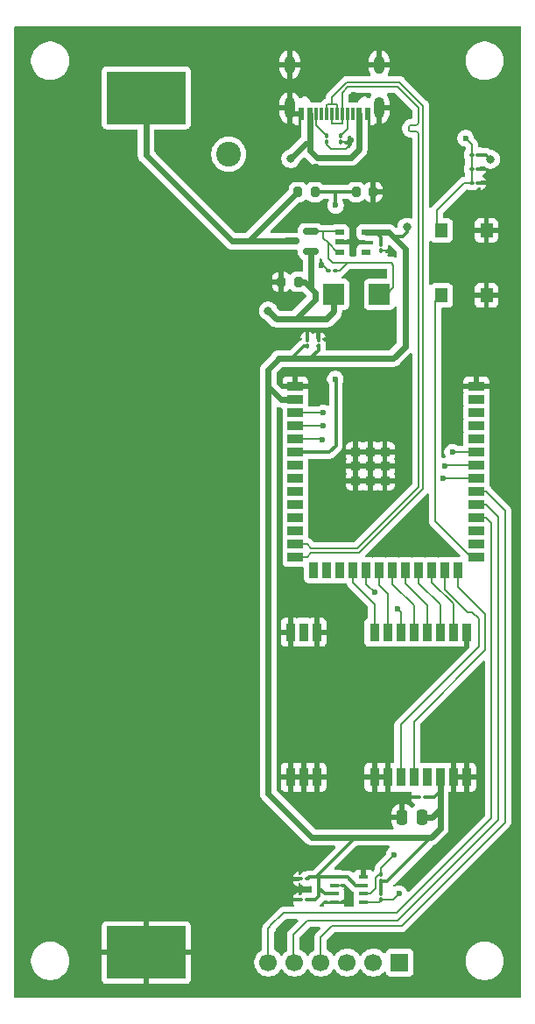
<source format=gbr>
%TF.GenerationSoftware,KiCad,Pcbnew,9.0.0*%
%TF.CreationDate,2025-03-30T15:54:25+03:00*%
%TF.ProjectId,pcb_licenta,7063625f-6c69-4636-956e-74612e6b6963,rev?*%
%TF.SameCoordinates,Original*%
%TF.FileFunction,Copper,L1,Top*%
%TF.FilePolarity,Positive*%
%FSLAX46Y46*%
G04 Gerber Fmt 4.6, Leading zero omitted, Abs format (unit mm)*
G04 Created by KiCad (PCBNEW 9.0.0) date 2025-03-30 15:54:25*
%MOMM*%
%LPD*%
G01*
G04 APERTURE LIST*
G04 Aperture macros list*
%AMRoundRect*
0 Rectangle with rounded corners*
0 $1 Rounding radius*
0 $2 $3 $4 $5 $6 $7 $8 $9 X,Y pos of 4 corners*
0 Add a 4 corners polygon primitive as box body*
4,1,4,$2,$3,$4,$5,$6,$7,$8,$9,$2,$3,0*
0 Add four circle primitives for the rounded corners*
1,1,$1+$1,$2,$3*
1,1,$1+$1,$4,$5*
1,1,$1+$1,$6,$7*
1,1,$1+$1,$8,$9*
0 Add four rect primitives between the rounded corners*
20,1,$1+$1,$2,$3,$4,$5,0*
20,1,$1+$1,$4,$5,$6,$7,0*
20,1,$1+$1,$6,$7,$8,$9,0*
20,1,$1+$1,$8,$9,$2,$3,0*%
G04 Aperture macros list end*
%TA.AperFunction,HeatsinkPad*%
%ADD10O,1.000000X1.800000*%
%TD*%
%TA.AperFunction,HeatsinkPad*%
%ADD11O,1.000000X2.100000*%
%TD*%
%TA.AperFunction,SMDPad,CuDef*%
%ADD12R,0.600000X1.240000*%
%TD*%
%TA.AperFunction,SMDPad,CuDef*%
%ADD13R,0.300000X1.240000*%
%TD*%
%TA.AperFunction,ComponentPad*%
%ADD14C,2.400000*%
%TD*%
%TA.AperFunction,SMDPad,CuDef*%
%ADD15R,7.620000X5.080000*%
%TD*%
%TA.AperFunction,SMDPad,CuDef*%
%ADD16RoundRect,0.100000X0.130000X0.100000X-0.130000X0.100000X-0.130000X-0.100000X0.130000X-0.100000X0*%
%TD*%
%TA.AperFunction,SMDPad,CuDef*%
%ADD17RoundRect,0.100000X-0.130000X-0.100000X0.130000X-0.100000X0.130000X0.100000X-0.130000X0.100000X0*%
%TD*%
%TA.AperFunction,SMDPad,CuDef*%
%ADD18RoundRect,0.100000X0.100000X-0.130000X0.100000X0.130000X-0.100000X0.130000X-0.100000X-0.130000X0*%
%TD*%
%TA.AperFunction,SMDPad,CuDef*%
%ADD19RoundRect,0.100000X-0.100000X0.130000X-0.100000X-0.130000X0.100000X-0.130000X0.100000X0.130000X0*%
%TD*%
%TA.AperFunction,SMDPad,CuDef*%
%ADD20R,1.230000X1.360000*%
%TD*%
%TA.AperFunction,SMDPad,CuDef*%
%ADD21R,0.900000X0.900000*%
%TD*%
%TA.AperFunction,SMDPad,CuDef*%
%ADD22R,1.500000X0.900000*%
%TD*%
%TA.AperFunction,SMDPad,CuDef*%
%ADD23R,0.900000X1.500000*%
%TD*%
%TA.AperFunction,SMDPad,CuDef*%
%ADD24RoundRect,0.200000X-0.200000X-0.275000X0.200000X-0.275000X0.200000X0.275000X-0.200000X0.275000X0*%
%TD*%
%TA.AperFunction,SMDPad,CuDef*%
%ADD25R,0.900000X0.500000*%
%TD*%
%TA.AperFunction,SMDPad,CuDef*%
%ADD26R,2.000000X2.000000*%
%TD*%
%TA.AperFunction,SMDPad,CuDef*%
%ADD27RoundRect,0.150000X0.587500X0.150000X-0.587500X0.150000X-0.587500X-0.150000X0.587500X-0.150000X0*%
%TD*%
%TA.AperFunction,SMDPad,CuDef*%
%ADD28R,0.890000X0.450000*%
%TD*%
%TA.AperFunction,ComponentPad*%
%ADD29R,1.700000X1.700000*%
%TD*%
%TA.AperFunction,ComponentPad*%
%ADD30C,1.700000*%
%TD*%
%TA.AperFunction,SMDPad,CuDef*%
%ADD31R,0.900000X1.800000*%
%TD*%
%TA.AperFunction,SMDPad,CuDef*%
%ADD32RoundRect,0.250000X0.250000X0.475000X-0.250000X0.475000X-0.250000X-0.475000X0.250000X-0.475000X0*%
%TD*%
%TA.AperFunction,ViaPad*%
%ADD33C,0.600000*%
%TD*%
%TA.AperFunction,ViaPad*%
%ADD34C,0.800000*%
%TD*%
%TA.AperFunction,Conductor*%
%ADD35C,0.200000*%
%TD*%
%TA.AperFunction,Conductor*%
%ADD36C,0.600000*%
%TD*%
%TA.AperFunction,Conductor*%
%ADD37C,0.300000*%
%TD*%
G04 APERTURE END LIST*
D10*
%TO.P,J1,S1,SHIELD*%
%TO.N,GND*%
X103170000Y-42360000D03*
D11*
X103170000Y-46560000D03*
D10*
X111810000Y-42360000D03*
D11*
X111810000Y-46560000D03*
D12*
%TO.P,J1,B12,GND*%
X110690000Y-47160000D03*
%TO.P,J1,B9,VBUS*%
%TO.N,VBUS*%
X109890000Y-47160000D03*
D13*
%TO.P,J1,B8,SBU2*%
%TO.N,unconnected-(J1-SBU2-PadB8)*%
X109240000Y-47160000D03*
%TO.P,J1,B7,D-*%
%TO.N,D-*%
X108240000Y-47160000D03*
%TO.P,J1,B6,D+*%
%TO.N,D+*%
X106740000Y-47160000D03*
%TO.P,J1,B5,CC2*%
%TO.N,Net-(J1-CC2)*%
X105740000Y-47160000D03*
D12*
%TO.P,J1,B4,VBUS*%
%TO.N,VBUS*%
X105090000Y-47160000D03*
%TO.P,J1,B1,GND*%
%TO.N,GND*%
X104290000Y-47160000D03*
%TO.P,J1,A12,GND*%
X104290000Y-47160000D03*
%TO.P,J1,A9,VBUS*%
%TO.N,VBUS*%
X105090000Y-47160000D03*
D13*
%TO.P,J1,A8,SBU1*%
%TO.N,unconnected-(J1-SBU1-PadA8)*%
X106240000Y-47160000D03*
%TO.P,J1,A7,D-*%
%TO.N,D-*%
X107240000Y-47160000D03*
%TO.P,J1,A6,D+*%
%TO.N,D+*%
X107740000Y-47160000D03*
%TO.P,J1,A5,CC1*%
%TO.N,Net-(J1-CC1)*%
X108740000Y-47160000D03*
D12*
%TO.P,J1,A4,VBUS*%
%TO.N,VBUS*%
X109890000Y-47160000D03*
%TO.P,J1,A1,GND*%
%TO.N,GND*%
X110690000Y-47160000D03*
%TD*%
D14*
%TO.P,BT1,*%
%TO.N,*%
X97270000Y-51050000D03*
D15*
%TO.P,BT1,1,1*%
%TO.N,GND*%
X89270000Y-128200000D03*
%TO.P,BT1,2,2*%
%TO.N,VBAT*%
X89270000Y-45580000D03*
%TD*%
D16*
%TO.P,C1,2*%
%TO.N,GND*%
X115635000Y-113170000D03*
%TO.P,C1,1*%
%TO.N,+3V3*%
X116275000Y-113170000D03*
%TD*%
%TO.P,C3,2*%
%TO.N,GND*%
X104200000Y-121090000D03*
%TO.P,C3,1*%
%TO.N,+3V3*%
X104840000Y-121090000D03*
%TD*%
D17*
%TO.P,C4,2*%
%TO.N,+3V3*%
X104840000Y-123090000D03*
%TO.P,C4,1*%
%TO.N,GND*%
X104200000Y-123090000D03*
%TD*%
D16*
%TO.P,C5,2*%
%TO.N,GND*%
X106900000Y-62305000D03*
%TO.P,C5,1*%
%TO.N,Net-(D1-K)*%
X107540000Y-62305000D03*
%TD*%
D18*
%TO.P,C6,2*%
%TO.N,+3V3*%
X111950000Y-59725000D03*
%TO.P,C6,1*%
%TO.N,GND*%
X111950000Y-60365000D03*
%TD*%
%TO.P,C7,2*%
%TO.N,GND*%
X105930000Y-68970000D03*
%TO.P,C7,1*%
%TO.N,+3V3*%
X105930000Y-69610000D03*
%TD*%
%TO.P,C8,2*%
%TO.N,GND*%
X104860000Y-68970000D03*
%TO.P,C8,1*%
%TO.N,+3V3*%
X104860000Y-69610000D03*
%TD*%
D17*
%TO.P,C9,1*%
%TO.N,EN*%
X120745000Y-52430000D03*
%TO.P,C9,2*%
%TO.N,GND*%
X121385000Y-52430000D03*
%TD*%
%TO.P,C10,1*%
%TO.N,EN*%
X120765000Y-53810000D03*
%TO.P,C10,2*%
%TO.N,GND*%
X121405000Y-53810000D03*
%TD*%
D18*
%TO.P,R1,2*%
%TO.N,SDA*%
X111960000Y-120665000D03*
%TO.P,R1,1*%
%TO.N,+3V3*%
X111960000Y-121305000D03*
%TD*%
D19*
%TO.P,R2,2*%
%TO.N,SCL*%
X111980000Y-123120000D03*
%TO.P,R2,1*%
%TO.N,+3V3*%
X111980000Y-122480000D03*
%TD*%
D16*
%TO.P,R6,2*%
%TO.N,EN*%
X120760000Y-51080000D03*
%TO.P,R6,1*%
%TO.N,+3V3*%
X121400000Y-51080000D03*
%TD*%
D19*
%TO.P,R7,1*%
%TO.N,Net-(J1-CC1)*%
X108060000Y-49235000D03*
%TO.P,R7,2*%
%TO.N,GND*%
X108060000Y-49875000D03*
%TD*%
%TO.P,R8,1*%
%TO.N,Net-(J1-CC2)*%
X106710000Y-49245000D03*
%TO.P,R8,2*%
%TO.N,GND*%
X106710000Y-49885000D03*
%TD*%
D20*
%TO.P,ENBLE,1,1*%
%TO.N,EN*%
X117820000Y-58390000D03*
%TO.P,ENBLE,2,2*%
%TO.N,GND*%
X122180000Y-58390000D03*
%TD*%
%TO.P,BOOT,1,1*%
%TO.N,BOOT*%
X117820000Y-64690000D03*
%TO.P,BOOT,2,2*%
%TO.N,GND*%
X122180000Y-64690000D03*
%TD*%
D21*
%TO.P,U1,41,GND*%
%TO.N,GND*%
X112360000Y-82590000D03*
X112360000Y-81190000D03*
X112360000Y-79790000D03*
X110960000Y-82590000D03*
X110960000Y-81190000D03*
X110960000Y-79790000D03*
X109560000Y-82590000D03*
X109560000Y-81190000D03*
X109560000Y-79790000D03*
D22*
%TO.P,U1,40,GND*%
X121210000Y-73470000D03*
%TO.P,U1,39,IO1*%
%TO.N,unconnected-(U1-IO1-Pad39)*%
X121210000Y-74740000D03*
%TO.P,U1,38,IO2*%
%TO.N,unconnected-(U1-IO2-Pad38)*%
X121210000Y-76010000D03*
%TO.P,U1,37,TXD0*%
%TO.N,unconnected-(U1-TXD0-Pad37)*%
X121210000Y-77280000D03*
%TO.P,U1,36,RXD0*%
%TO.N,unconnected-(U1-RXD0-Pad36)*%
X121210000Y-78550000D03*
%TO.P,U1,35,IO42*%
%TO.N,Net-(U1-IO42)*%
X121210000Y-79820000D03*
%TO.P,U1,34,IO41*%
%TO.N,Net-(U1-IO41)*%
X121210000Y-81090000D03*
%TO.P,U1,33,IO40*%
%TO.N,Net-(U1-IO40)*%
X121210000Y-82360000D03*
%TO.P,U1,32,IO39*%
%TO.N,Net-(U1-IO39)*%
X121210000Y-83630000D03*
%TO.P,U1,31,IO38*%
%TO.N,Net-(U1-IO38)*%
X121210000Y-84900000D03*
%TO.P,U1,30,IO37*%
%TO.N,Net-(U1-IO37)*%
X121210000Y-86170000D03*
%TO.P,U1,29,IO36*%
%TO.N,unconnected-(U1-IO36-Pad29)*%
X121210000Y-87440000D03*
%TO.P,U1,28,IO35*%
%TO.N,unconnected-(U1-IO35-Pad28)*%
X121210000Y-88710000D03*
%TO.P,U1,27,IO0*%
%TO.N,BOOT*%
X121210000Y-89980000D03*
D23*
%TO.P,U1,26,IO45*%
%TO.N,TXEN*%
X119450000Y-91220000D03*
%TO.P,U1,25,IO48*%
%TO.N,RXEN*%
X118180000Y-91250000D03*
%TO.P,U1,24,IO47*%
%TO.N,DIO1*%
X116910000Y-91250000D03*
%TO.P,U1,23,IO21*%
%TO.N,BUSY*%
X115630000Y-91250000D03*
%TO.P,U1,22,IO14*%
%TO.N,NRST*%
X114360000Y-91250000D03*
%TO.P,U1,21,IO13*%
%TO.N,MISO*%
X113090000Y-91250000D03*
%TO.P,U1,20,IO12*%
%TO.N,SCK*%
X111830000Y-91250000D03*
%TO.P,U1,19,IO11*%
%TO.N,MOSI*%
X110550000Y-91250000D03*
%TO.P,U1,18,IO10*%
%TO.N,NSS*%
X109280000Y-91250000D03*
%TO.P,U1,17,IO9*%
%TO.N,unconnected-(U1-IO9-Pad17)*%
X108010000Y-91250000D03*
%TO.P,U1,16,IO46*%
%TO.N,unconnected-(U1-IO46-Pad16)*%
X106740000Y-91250000D03*
%TO.P,U1,15,IO3*%
%TO.N,unconnected-(U1-IO3-Pad15)*%
X105470000Y-91250000D03*
D22*
%TO.P,U1,14,IO20*%
%TO.N,D+*%
X103710000Y-89980000D03*
%TO.P,U1,13,IO19*%
%TO.N,D-*%
X103710000Y-88710000D03*
%TO.P,U1,12,IO8*%
%TO.N,unconnected-(U1-IO8-Pad12)*%
X103710000Y-87440000D03*
%TO.P,U1,11,IO18*%
%TO.N,unconnected-(U1-IO18-Pad11)*%
X103710000Y-86170000D03*
%TO.P,U1,10,IO17*%
%TO.N,unconnected-(U1-IO17-Pad10)*%
X103710000Y-84900000D03*
%TO.P,U1,9,IO16*%
%TO.N,unconnected-(U1-IO16-Pad9)*%
X103710000Y-83630000D03*
%TO.P,U1,8,IO15*%
%TO.N,unconnected-(U1-IO15-Pad8)*%
X103710000Y-82360000D03*
%TO.P,U1,7,IO7*%
%TO.N,unconnected-(U1-IO7-Pad7)*%
X103710000Y-81090000D03*
%TO.P,U1,6,IO6*%
%TO.N,ADC_BAT*%
X103710000Y-79820000D03*
%TO.P,U1,5,IO5*%
%TO.N,SCL*%
X103710000Y-78550000D03*
%TO.P,U1,4,IO4*%
%TO.N,SDA*%
X103710000Y-77280000D03*
%TO.P,U1,3,EN*%
%TO.N,EN*%
X103710000Y-76010000D03*
%TO.P,U1,2,3V3*%
%TO.N,+3V3*%
X103710000Y-74740000D03*
%TO.P,U1,1,GND*%
%TO.N,GND*%
X103710000Y-73470000D03*
%TD*%
D24*
%TO.P,R4,2*%
%TO.N,GND*%
X111225000Y-54680000D03*
%TO.P,R4,1*%
%TO.N,ADC_BAT*%
X109575000Y-54680000D03*
%TD*%
%TO.P,R5,1*%
%TO.N,GND*%
X102350000Y-63370000D03*
%TO.P,R5,2*%
%TO.N,VBUS*%
X104000000Y-63370000D03*
%TD*%
D25*
%TO.P,Q1,1,VIN*%
%TO.N,Net-(D1-K)*%
X107980000Y-58580000D03*
%TO.P,Q1,2,VSS*%
%TO.N,GND*%
X107980000Y-59530000D03*
%TO.P,Q1,3,CE*%
%TO.N,Net-(D1-K)*%
X107980000Y-60480000D03*
%TO.P,Q1,4,NC*%
%TO.N,unconnected-(Q1-NC-Pad4)*%
X110580000Y-60480000D03*
%TO.P,Q1,5,VOUT*%
%TO.N,+3V3*%
X110580000Y-58580000D03*
%TD*%
D26*
%TO.P,D1,1,K*%
%TO.N,Net-(D1-K)*%
X111840000Y-64575000D03*
%TO.P,D1,2,A*%
%TO.N,VBUS*%
X107440000Y-64575000D03*
%TD*%
D27*
%TO.P,Q2,1,G*%
%TO.N,VBUS*%
X105180000Y-60400000D03*
%TO.P,Q2,2,S*%
%TO.N,Net-(D1-K)*%
X105180000Y-58500000D03*
%TO.P,Q2,3,D*%
%TO.N,VBAT*%
X103305000Y-59450000D03*
%TD*%
D28*
%TO.P,U3,1,GND*%
%TO.N,GND*%
X110290000Y-120910000D03*
%TO.P,U3,2,CSB*%
%TO.N,+3V3*%
X110290000Y-121710000D03*
%TO.P,U3,3,SDI*%
%TO.N,SDA*%
X110290000Y-122510000D03*
%TO.P,U3,4,SCK*%
%TO.N,SCL*%
X110290000Y-123310000D03*
%TO.P,U3,5,SDO*%
%TO.N,GND*%
X107450000Y-123310000D03*
%TO.P,U3,6,VDDIO*%
%TO.N,+3V3*%
X107450000Y-122510000D03*
%TO.P,U3,7,GND*%
%TO.N,GND*%
X107450000Y-121710000D03*
%TO.P,U3,8,VDD*%
%TO.N,+3V3*%
X107450000Y-120910000D03*
%TD*%
D29*
%TO.P,H1,1,1*%
%TO.N,Net-(U1-IO42)*%
X113790000Y-129160000D03*
D30*
%TO.P,H1,2,2*%
%TO.N,Net-(U1-IO41)*%
X111250000Y-129160000D03*
%TO.P,H1,3,3*%
%TO.N,Net-(U1-IO40)*%
X108710000Y-129160000D03*
%TO.P,H1,4,4*%
%TO.N,Net-(U1-IO39)*%
X106170000Y-129160000D03*
%TO.P,H1,5,5*%
%TO.N,Net-(U1-IO38)*%
X103630000Y-129160000D03*
%TO.P,H1,6,6*%
%TO.N,Net-(U1-IO37)*%
X101090000Y-129160000D03*
%TD*%
D24*
%TO.P,R3,1*%
%TO.N,VBAT*%
X103950000Y-54680000D03*
%TO.P,R3,2*%
%TO.N,ADC_BAT*%
X105600000Y-54680000D03*
%TD*%
D31*
%TO.P,U2,1,GND*%
%TO.N,GND*%
X103240000Y-111250000D03*
%TO.P,U2,2,GND*%
X104510000Y-111250000D03*
%TO.P,U2,3,GND*%
X105780000Y-111250000D03*
%TO.P,U2,4,GND*%
X111350000Y-111250000D03*
%TO.P,U2,5,GND*%
X112620000Y-111250000D03*
%TO.P,U2,6,RXEN*%
%TO.N,RXEN*%
X113890000Y-111250000D03*
%TO.P,U2,7,TXEN*%
%TO.N,TXEN*%
X115160000Y-111250000D03*
%TO.P,U2,8,DIO2*%
%TO.N,unconnected-(U2-DIO2-Pad8)*%
X116430000Y-111250000D03*
%TO.P,U2,9,VCC*%
%TO.N,+3V3*%
X117700000Y-111250000D03*
%TO.P,U2,10,GND*%
%TO.N,GND*%
X118970000Y-111250000D03*
%TO.P,U2,11,GND*%
X120240000Y-111250000D03*
%TO.P,U2,12,GND*%
X120240000Y-97250000D03*
%TO.P,U2,13,DIO1*%
%TO.N,DIO1*%
X118970000Y-97250000D03*
%TO.P,U2,14,BUSY*%
%TO.N,BUSY*%
X117700000Y-97250000D03*
%TO.P,U2,15,NRST*%
%TO.N,NRST*%
X116430000Y-97250000D03*
%TO.P,U2,16,MISO*%
%TO.N,MISO*%
X115160000Y-97250000D03*
%TO.P,U2,17,MOSI*%
%TO.N,MOSI*%
X113890000Y-97250000D03*
%TO.P,U2,18,SCK*%
%TO.N,SCK*%
X112620000Y-97250000D03*
%TO.P,U2,19,NSS*%
%TO.N,NSS*%
X111350000Y-97250000D03*
%TO.P,U2,20,GND*%
%TO.N,GND*%
X105780000Y-97250000D03*
%TO.P,U2,21,ANT*%
%TO.N,unconnected-(U2-ANT-Pad21)*%
X104510000Y-97250000D03*
%TO.P,U2,22,GND*%
%TO.N,GND*%
X103240000Y-97250000D03*
%TD*%
D32*
%TO.P,C2,1*%
%TO.N,+3V3*%
X115930000Y-115100000D03*
%TO.P,C2,2*%
%TO.N,GND*%
X114030000Y-115100000D03*
%TD*%
D33*
%TO.N,GND*%
X113000000Y-60690000D03*
X106180000Y-61790000D03*
X109210000Y-52430000D03*
X105750000Y-52250000D03*
X112670000Y-102100000D03*
X123080000Y-121710000D03*
X122440000Y-69180000D03*
X121650000Y-62390000D03*
X123900000Y-64940000D03*
X124120000Y-58720000D03*
X124640000Y-53420000D03*
X119240000Y-52390000D03*
X113050000Y-54140000D03*
X102880000Y-61850000D03*
X99800000Y-67700000D03*
X112110000Y-68070000D03*
X105690000Y-72700000D03*
X106000000Y-73930000D03*
X123780000Y-73190000D03*
X118800000Y-74470000D03*
X112400000Y-74100000D03*
X115030000Y-88280000D03*
X106200000Y-85280000D03*
X114280000Y-80060000D03*
X111020000Y-77690000D03*
X106640000Y-94730000D03*
X102580000Y-94620000D03*
X106670000Y-100260000D03*
X102830000Y-99430000D03*
X103220000Y-108530000D03*
X106690000Y-113750000D03*
X105240000Y-108430000D03*
X111340000Y-108650000D03*
X121540000Y-108110000D03*
X120850000Y-114240000D03*
X116760000Y-126740000D03*
X105290000Y-126590000D03*
X103120000Y-125370000D03*
X108910000Y-123340000D03*
X110210000Y-119470000D03*
X101370000Y-121130000D03*
X101450000Y-122850000D03*
X82270000Y-121360000D03*
X83260000Y-125030000D03*
X94970000Y-131360000D03*
X95650000Y-128440000D03*
X88410000Y-122990000D03*
X109380000Y-45260000D03*
X104990000Y-44900000D03*
X110240000Y-41870000D03*
X105260000Y-41850000D03*
X109060000Y-49690000D03*
%TO.N,MOSI*%
X113560000Y-95000000D03*
X111370000Y-93390000D03*
D34*
%TO.N,+3V3*%
X122600000Y-51530000D03*
X114480000Y-58080000D03*
D33*
%TO.N,Net-(U1-IO42)*%
X118910000Y-79820000D03*
%TO.N,Net-(U1-IO41)*%
X118190000Y-81180000D03*
%TO.N,Net-(U1-IO40)*%
X117960000Y-82350000D03*
%TO.N,SCL*%
X113730000Y-122530000D03*
X106330000Y-78640000D03*
%TO.N,SDA*%
X106380000Y-77270000D03*
X113280000Y-118750000D03*
%TO.N,EN*%
X106430000Y-76050000D03*
X120170000Y-49490000D03*
%TO.N,ADC_BAT*%
X107570000Y-72760000D03*
X107600000Y-55980000D03*
D34*
%TO.N,VBUS*%
X101090000Y-66170000D03*
X103250000Y-51470000D03*
%TD*%
D35*
%TO.N,GND*%
X111950000Y-60365000D02*
X112675000Y-60365000D01*
X112675000Y-60365000D02*
X113000000Y-60690000D01*
X106385000Y-61790000D02*
X106900000Y-62305000D01*
X106180000Y-61790000D02*
X106385000Y-61790000D01*
D36*
%TO.N,VBUS*%
X105220000Y-63970000D02*
X105220000Y-60440000D01*
X105220000Y-60440000D02*
X105180000Y-60400000D01*
X105630000Y-64380000D02*
X105220000Y-63970000D01*
D35*
%TO.N,GND*%
X107150000Y-50560000D02*
X106710000Y-50120000D01*
X109060000Y-50130000D02*
X108630000Y-50560000D01*
X108630000Y-50560000D02*
X107150000Y-50560000D01*
X109060000Y-49690000D02*
X109060000Y-50130000D01*
X106710000Y-50120000D02*
X106710000Y-49885000D01*
X108875000Y-49875000D02*
X108060000Y-49875000D01*
X109060000Y-49690000D02*
X108875000Y-49875000D01*
X109200000Y-123200000D02*
X109050000Y-123200000D01*
X108430000Y-121710000D02*
X109200000Y-122480000D01*
X109200000Y-122480000D02*
X109200000Y-123200000D01*
X109050000Y-123200000D02*
X108910000Y-123340000D01*
X107450000Y-121710000D02*
X108430000Y-121710000D01*
%TO.N,MOSI*%
X113890000Y-95330000D02*
X113560000Y-95000000D01*
X113890000Y-97250000D02*
X113890000Y-95330000D01*
X110550000Y-92570000D02*
X111370000Y-93390000D01*
X110550000Y-91250000D02*
X110550000Y-92570000D01*
D37*
%TO.N,+3V3*%
X114105000Y-58975000D02*
X113125000Y-58975000D01*
X114480000Y-58600000D02*
X114105000Y-58975000D01*
X114480000Y-58080000D02*
X114480000Y-58600000D01*
D36*
X113125000Y-58975000D02*
X112730000Y-58580000D01*
D37*
X111950000Y-59060000D02*
X111470000Y-58580000D01*
X111950000Y-59725000D02*
X111950000Y-59060000D01*
D36*
X111470000Y-58580000D02*
X112730000Y-58580000D01*
X114310000Y-60160000D02*
X113125000Y-58975000D01*
X114310000Y-69630000D02*
X114310000Y-60160000D01*
X113150000Y-70790000D02*
X114310000Y-69630000D01*
X105130000Y-70790000D02*
X113150000Y-70790000D01*
D35*
%TO.N,Net-(U1-IO42)*%
X121210000Y-79820000D02*
X118910000Y-79820000D01*
%TO.N,Net-(U1-IO41)*%
X118280000Y-81090000D02*
X118190000Y-81180000D01*
X121210000Y-81090000D02*
X118280000Y-81090000D01*
%TO.N,Net-(U1-IO40)*%
X117970000Y-82360000D02*
X117960000Y-82350000D01*
X121210000Y-82360000D02*
X117970000Y-82360000D01*
%TO.N,Net-(U1-IO37)*%
X101090000Y-125900000D02*
X101090000Y-129160000D01*
X101250000Y-125660000D02*
X101250000Y-125740000D01*
X102540000Y-124370000D02*
X101250000Y-125660000D01*
X113490000Y-124370000D02*
X102540000Y-124370000D01*
X101250000Y-125740000D02*
X101090000Y-125900000D01*
X122660000Y-86670000D02*
X122660000Y-115200000D01*
X122660000Y-115200000D02*
X113490000Y-124370000D01*
X122160000Y-86170000D02*
X122660000Y-86670000D01*
X121210000Y-86170000D02*
X122160000Y-86170000D01*
%TO.N,TXEN*%
X115160000Y-105860000D02*
X115160000Y-111250000D01*
X122090000Y-95510000D02*
X122090000Y-98930000D01*
X119450000Y-92870000D02*
X122090000Y-95510000D01*
X122090000Y-98930000D02*
X115160000Y-105860000D01*
X119450000Y-91220000D02*
X119450000Y-92870000D01*
%TO.N,RXEN*%
X121430000Y-98640000D02*
X113890000Y-106180000D01*
X121430000Y-95940000D02*
X121430000Y-98640000D01*
X120820000Y-95330000D02*
X121430000Y-95940000D01*
X113890000Y-106180000D02*
X113890000Y-111250000D01*
X120377100Y-95330000D02*
X120820000Y-95330000D01*
X118180000Y-93132900D02*
X120377100Y-95330000D01*
X118180000Y-91250000D02*
X118180000Y-93132900D01*
%TO.N,Net-(U1-IO38)*%
X103520000Y-129050000D02*
X103630000Y-129160000D01*
X123360000Y-115360000D02*
X113590000Y-125130000D01*
X113590000Y-125130000D02*
X104850000Y-125130000D01*
X123360000Y-86100000D02*
X123360000Y-115360000D01*
X103520000Y-126460000D02*
X103520000Y-129050000D01*
X122160000Y-84900000D02*
X123360000Y-86100000D01*
X104850000Y-125130000D02*
X103520000Y-126460000D01*
X121210000Y-84900000D02*
X122160000Y-84900000D01*
%TO.N,Net-(U1-IO39)*%
X113970000Y-125620000D02*
X107240000Y-125620000D01*
X123980000Y-85450000D02*
X123980000Y-115610000D01*
X123980000Y-115610000D02*
X113970000Y-125620000D01*
X107240000Y-125620000D02*
X106170000Y-126690000D01*
X106170000Y-126690000D02*
X106170000Y-129160000D01*
X122160000Y-83630000D02*
X123980000Y-85450000D01*
X121210000Y-83630000D02*
X122160000Y-83630000D01*
D36*
%TO.N,+3V3*%
X101090000Y-112832481D02*
X105327519Y-117070000D01*
X101090000Y-73470000D02*
X101090000Y-112832481D01*
X105327519Y-117070000D02*
X110870000Y-117070000D01*
D35*
%TO.N,SCL*%
X106240000Y-78550000D02*
X103710000Y-78550000D01*
X106330000Y-78640000D02*
X106240000Y-78550000D01*
X113140000Y-123120000D02*
X113730000Y-122530000D01*
X111980000Y-123120000D02*
X113140000Y-123120000D01*
%TO.N,SDA*%
X106370000Y-77280000D02*
X103710000Y-77280000D01*
X106380000Y-77270000D02*
X106370000Y-77280000D01*
X111960000Y-120070000D02*
X113280000Y-118750000D01*
X111960000Y-120665000D02*
X111960000Y-120070000D01*
%TO.N,SCL*%
X111790000Y-123310000D02*
X111980000Y-123120000D01*
X110290000Y-123310000D02*
X111790000Y-123310000D01*
%TO.N,SDA*%
X111459000Y-121006130D02*
X111800130Y-120665000D01*
X110935000Y-122510000D02*
X111459000Y-121986000D01*
X110290000Y-122510000D02*
X110935000Y-122510000D01*
X111459000Y-121986000D02*
X111459000Y-121006130D01*
X111800130Y-120665000D02*
X111960000Y-120665000D01*
D37*
%TO.N,+3V3*%
X112605000Y-121305000D02*
X116840000Y-117070000D01*
X111960000Y-121305000D02*
X112605000Y-121305000D01*
X110290000Y-121710000D02*
X109545000Y-121710000D01*
X109545000Y-121710000D02*
X108745000Y-120910000D01*
X108745000Y-120910000D02*
X107450000Y-120910000D01*
X111960000Y-122460000D02*
X111980000Y-122480000D01*
X111960000Y-121305000D02*
X111960000Y-122460000D01*
X105670000Y-120910000D02*
X109510000Y-117070000D01*
X106530000Y-122510000D02*
X107450000Y-122510000D01*
X105980000Y-121960000D02*
X106530000Y-122510000D01*
X105980000Y-121960000D02*
X105980000Y-122730000D01*
X105620000Y-123090000D02*
X104840000Y-123090000D01*
X105980000Y-122730000D02*
X105620000Y-123090000D01*
X105980000Y-120910000D02*
X105980000Y-121960000D01*
X105980000Y-120910000D02*
X105670000Y-120910000D01*
D36*
X110870000Y-117070000D02*
X116840000Y-117070000D01*
D37*
X109510000Y-117070000D02*
X110870000Y-117070000D01*
X105670000Y-120910000D02*
X105020000Y-120910000D01*
X105020000Y-120910000D02*
X104840000Y-121090000D01*
X107450000Y-120910000D02*
X105980000Y-120910000D01*
D36*
X117700000Y-116210000D02*
X117700000Y-114320000D01*
X116840000Y-117070000D02*
X117700000Y-116210000D01*
D37*
X117140000Y-113170000D02*
X117700000Y-112610000D01*
D36*
X117700000Y-112610000D02*
X117700000Y-111250000D01*
D37*
X116275000Y-113170000D02*
X117140000Y-113170000D01*
D36*
X116930000Y-115100000D02*
X115930000Y-115100000D01*
X117700000Y-114320000D02*
X117700000Y-114330000D01*
X117700000Y-114330000D02*
X116930000Y-115100000D01*
X117700000Y-114320000D02*
X117700000Y-112610000D01*
D35*
%TO.N,EN*%
X106390000Y-76010000D02*
X103710000Y-76010000D01*
X106430000Y-76050000D02*
X106390000Y-76010000D01*
X120760000Y-50080000D02*
X120170000Y-49490000D01*
X120760000Y-51080000D02*
X120760000Y-50080000D01*
D37*
%TO.N,ADC_BAT*%
X107010000Y-79820000D02*
X103710000Y-79820000D01*
X107630000Y-79200000D02*
X107010000Y-79820000D01*
X107630000Y-72820000D02*
X107630000Y-79200000D01*
X107570000Y-72760000D02*
X107630000Y-72820000D01*
X107600000Y-54680000D02*
X107600000Y-55980000D01*
X107600000Y-54680000D02*
X109575000Y-54680000D01*
D35*
%TO.N,Net-(D1-K)*%
X112960000Y-61510000D02*
X108760000Y-61510000D01*
X113200000Y-61750000D02*
X112960000Y-61510000D01*
X113200000Y-63940000D02*
X113200000Y-61750000D01*
X111840000Y-64575000D02*
X112565000Y-64575000D01*
X112565000Y-64575000D02*
X113200000Y-63940000D01*
X107965000Y-62305000D02*
X108760000Y-61510000D01*
X107540000Y-62305000D02*
X107965000Y-62305000D01*
X108760000Y-61510000D02*
X107980000Y-61510000D01*
X106875000Y-61075000D02*
X107310000Y-61510000D01*
X107310000Y-61510000D02*
X107980000Y-61510000D01*
X106875000Y-59575000D02*
X106875000Y-61075000D01*
X106875000Y-59575000D02*
X107780000Y-60480000D01*
X107540000Y-62305000D02*
X107540000Y-62260000D01*
X107780000Y-60480000D02*
X107980000Y-60480000D01*
X106420000Y-58500000D02*
X107900000Y-58500000D01*
X106420000Y-58500000D02*
X106420000Y-59120000D01*
X106420000Y-59120000D02*
X106875000Y-59575000D01*
X107900000Y-58500000D02*
X107980000Y-58580000D01*
X105180000Y-58500000D02*
X106420000Y-58500000D01*
D36*
%TO.N,VBUS*%
X104620000Y-63370000D02*
X104000000Y-63370000D01*
X105630000Y-64380000D02*
X104620000Y-63370000D01*
X105630000Y-65090000D02*
X105630000Y-64380000D01*
X103790000Y-66930000D02*
X105630000Y-65090000D01*
X103790000Y-66970000D02*
X103790000Y-66930000D01*
X103790000Y-66970000D02*
X106700000Y-66970000D01*
X101890000Y-66970000D02*
X103790000Y-66970000D01*
X101090000Y-66170000D02*
X101890000Y-66970000D01*
X107440000Y-66230000D02*
X107440000Y-64575000D01*
X106700000Y-66970000D02*
X107440000Y-66230000D01*
X105090000Y-50030000D02*
X104690000Y-50030000D01*
X104690000Y-50030000D02*
X103250000Y-51470000D01*
X105090000Y-47160000D02*
X105090000Y-50030000D01*
X105770000Y-51340000D02*
X109110000Y-51340000D01*
D35*
%TO.N,DIO1*%
X118970000Y-94490000D02*
X118970000Y-97250000D01*
X116910000Y-92430000D02*
X118970000Y-94490000D01*
X116910000Y-91250000D02*
X116910000Y-92430000D01*
%TO.N,BUSY*%
X117700000Y-94580000D02*
X117700000Y-97250000D01*
X115630000Y-91250000D02*
X115630000Y-92510000D01*
X115630000Y-92510000D02*
X117700000Y-94580000D01*
%TO.N,NRST*%
X116430000Y-94600000D02*
X116430000Y-97250000D01*
X114360000Y-91250000D02*
X114360000Y-92530000D01*
X114360000Y-92530000D02*
X116430000Y-94600000D01*
%TO.N,MISO*%
X115160000Y-94650000D02*
X115160000Y-97250000D01*
X113090000Y-92580000D02*
X115160000Y-94650000D01*
X113090000Y-91250000D02*
X113090000Y-92580000D01*
%TO.N,SCK*%
X112620000Y-93520000D02*
X112620000Y-97250000D01*
X111830000Y-92730000D02*
X112620000Y-93520000D01*
X111830000Y-91250000D02*
X111830000Y-92730000D01*
%TO.N,NSS*%
X111350000Y-94530000D02*
X111350000Y-97250000D01*
X109280000Y-92460000D02*
X111350000Y-94530000D01*
X109280000Y-91250000D02*
X109280000Y-92460000D01*
D37*
%TO.N,ADC_BAT*%
X105600000Y-54680000D02*
X107600000Y-54680000D01*
%TO.N,+3V3*%
X105930000Y-69610000D02*
X105930000Y-69990000D01*
D36*
X105130000Y-70790000D02*
X104220000Y-70790000D01*
D37*
X105930000Y-69990000D02*
X105130000Y-70790000D01*
X104510000Y-69610000D02*
X103330000Y-70790000D01*
X104860000Y-69610000D02*
X104510000Y-69610000D01*
D36*
X103330000Y-70790000D02*
X102080000Y-70790000D01*
X104220000Y-70790000D02*
X103330000Y-70790000D01*
D35*
%TO.N,EN*%
X117390000Y-56460000D02*
X120040000Y-53810000D01*
X120040000Y-53810000D02*
X120765000Y-53810000D01*
X117390000Y-57960000D02*
X117390000Y-56460000D01*
X117820000Y-58390000D02*
X117390000Y-57960000D01*
X120745000Y-52430000D02*
X120745000Y-51095000D01*
X120745000Y-51095000D02*
X120760000Y-51080000D01*
X120745000Y-53790000D02*
X120765000Y-53810000D01*
X120745000Y-52430000D02*
X120745000Y-53790000D01*
D36*
%TO.N,VBAT*%
X99180000Y-59450000D02*
X103950000Y-54680000D01*
X99090000Y-59450000D02*
X99180000Y-59450000D01*
X99090000Y-59450000D02*
X103305000Y-59450000D01*
X97610000Y-59450000D02*
X99090000Y-59450000D01*
X89270000Y-51110000D02*
X97610000Y-59450000D01*
X89270000Y-45580000D02*
X89270000Y-51110000D01*
D35*
%TO.N,D-*%
X108240000Y-45095000D02*
X108790000Y-44545000D01*
X105245001Y-89120000D02*
X104835001Y-88710000D01*
X115605000Y-49082897D02*
X115605000Y-49202897D01*
X108790000Y-44545000D02*
X113596802Y-44545000D01*
X114651644Y-48482897D02*
X114651644Y-48602897D01*
X108240000Y-47160000D02*
X108240000Y-45095000D01*
X115605000Y-50916939D02*
X115605000Y-83176802D01*
X115605000Y-83176802D02*
X109661802Y-89120000D01*
X115605000Y-49202897D02*
X115605000Y-50916939D01*
X113596802Y-44545000D02*
X115605000Y-46553198D01*
X109661802Y-89120000D02*
X105245001Y-89120000D01*
X115605000Y-46553198D02*
X115605000Y-48002897D01*
X114891644Y-48842897D02*
X115365000Y-48842897D01*
X115365000Y-48242897D02*
X114891644Y-48242897D01*
X104835001Y-88710000D02*
X103710000Y-88710000D01*
X115605000Y-48002897D02*
G75*
G02*
X115365000Y-48242900I-240000J-3D01*
G01*
X115365000Y-48842897D02*
G75*
G02*
X115605003Y-49082897I0J-240003D01*
G01*
X114891644Y-48242897D02*
G75*
G03*
X114651597Y-48482897I-44J-240003D01*
G01*
X114651644Y-48602897D02*
G75*
G03*
X114891644Y-48842856I239956J-3D01*
G01*
%TO.N,D+*%
X104835001Y-89980000D02*
X103710000Y-89980000D01*
X105245001Y-89570000D02*
X104835001Y-89980000D01*
X116055000Y-83363198D02*
X109848198Y-89570000D01*
X109848198Y-89570000D02*
X105245001Y-89570000D01*
X113783198Y-44095000D02*
X116055000Y-46366802D01*
X107260000Y-46239000D02*
X107260000Y-45507900D01*
X107260000Y-45507900D02*
X108672900Y-44095000D01*
X107260000Y-46239000D02*
X107691000Y-46239000D01*
X116055000Y-46366802D02*
X116055000Y-83363198D01*
X108672900Y-44095000D02*
X113783198Y-44095000D01*
X107740000Y-46288000D02*
X107740000Y-47160000D01*
X107691000Y-46239000D02*
X107740000Y-46288000D01*
X106789000Y-46239000D02*
X107260000Y-46239000D01*
X106740000Y-46288000D02*
X106789000Y-46239000D01*
X106740000Y-47160000D02*
X106740000Y-46288000D01*
D36*
%TO.N,+3V3*%
X101090000Y-73470000D02*
X102360000Y-74740000D01*
X101090000Y-71860000D02*
X101090000Y-73470000D01*
X102080000Y-70870000D02*
X101090000Y-71860000D01*
X102080000Y-70790000D02*
X102080000Y-70870000D01*
X110580000Y-58580000D02*
X111470000Y-58580000D01*
X102360000Y-74740000D02*
X103710000Y-74740000D01*
%TO.N,VBUS*%
X109890000Y-50560000D02*
X109890000Y-47160000D01*
X109110000Y-51340000D02*
X109890000Y-50560000D01*
X105090000Y-50660000D02*
X105770000Y-51340000D01*
X105090000Y-50030000D02*
X105090000Y-50660000D01*
D35*
%TO.N,D-*%
X107240000Y-47160000D02*
X107240000Y-48032000D01*
%TO.N,Net-(J1-CC2)*%
X105740000Y-47160000D02*
X105740000Y-48275000D01*
%TO.N,D-*%
X108240000Y-48032000D02*
X108240000Y-47160000D01*
%TO.N,Net-(J1-CC1)*%
X108740000Y-48555000D02*
X108060000Y-49235000D01*
X108740000Y-47160000D02*
X108740000Y-48555000D01*
%TO.N,Net-(J1-CC2)*%
X105740000Y-48275000D02*
X106710000Y-49245000D01*
%TO.N,D-*%
X108191000Y-48081000D02*
X108240000Y-48032000D01*
X107289000Y-48081000D02*
X108191000Y-48081000D01*
X107240000Y-48032000D02*
X107289000Y-48081000D01*
D37*
%TO.N,+3V3*%
X105900000Y-69610000D02*
X105930000Y-69640000D01*
D35*
%TO.N,BOOT*%
X120678000Y-89980000D02*
X121210000Y-89980000D01*
X117240000Y-86542000D02*
X120678000Y-89980000D01*
X117240000Y-65270000D02*
X117240000Y-86542000D01*
X117820000Y-64690000D02*
X117240000Y-65270000D01*
D37*
%TO.N,+3V3*%
X121400000Y-51080000D02*
X122150000Y-51080000D01*
X122150000Y-51080000D02*
X122600000Y-51530000D01*
%TD*%
%TA.AperFunction,Conductor*%
%TO.N,GND*%
G36*
X103927942Y-124990185D02*
G01*
X103973697Y-125042989D01*
X103983641Y-125112147D01*
X103954616Y-125175703D01*
X103948586Y-125182177D01*
X103518609Y-125612155D01*
X103151286Y-125979478D01*
X103039481Y-126091282D01*
X103039479Y-126091285D01*
X102989361Y-126178094D01*
X102989359Y-126178096D01*
X102960425Y-126228209D01*
X102960424Y-126228210D01*
X102960423Y-126228215D01*
X102919499Y-126380943D01*
X102919499Y-126380945D01*
X102919499Y-126549046D01*
X102919500Y-126549059D01*
X102919500Y-127943717D01*
X102899815Y-128010756D01*
X102868385Y-128044035D01*
X102750214Y-128129890D01*
X102750209Y-128129894D01*
X102599890Y-128280213D01*
X102474949Y-128452182D01*
X102470484Y-128460946D01*
X102422509Y-128511742D01*
X102354688Y-128528536D01*
X102288553Y-128505998D01*
X102249516Y-128460946D01*
X102245050Y-128452182D01*
X102120109Y-128280213D01*
X101969786Y-128129890D01*
X101797815Y-128004948D01*
X101797814Y-128004947D01*
X101758205Y-127984765D01*
X101707409Y-127936791D01*
X101690500Y-127874281D01*
X101690500Y-126200098D01*
X101709716Y-126133794D01*
X101717080Y-126122155D01*
X101730520Y-126108716D01*
X101780639Y-126021904D01*
X101809577Y-125971785D01*
X101809578Y-125971778D01*
X101812688Y-125964274D01*
X101814146Y-125964878D01*
X101841168Y-125918065D01*
X102752416Y-125006819D01*
X102813739Y-124973334D01*
X102840097Y-124970500D01*
X103860903Y-124970500D01*
X103927942Y-124990185D01*
G37*
%TD.AperFunction*%
%TA.AperFunction,Conductor*%
G36*
X106047942Y-125750185D02*
G01*
X106093697Y-125802989D01*
X106103641Y-125872147D01*
X106074616Y-125935703D01*
X106068589Y-125942174D01*
X105919482Y-126091282D01*
X105801286Y-126209478D01*
X105689481Y-126321282D01*
X105689480Y-126321284D01*
X105655281Y-126380519D01*
X105610423Y-126458215D01*
X105569499Y-126610943D01*
X105569499Y-126610945D01*
X105569499Y-126779046D01*
X105569500Y-126779059D01*
X105569500Y-127874281D01*
X105549815Y-127941320D01*
X105501795Y-127984765D01*
X105462185Y-128004947D01*
X105462184Y-128004948D01*
X105290213Y-128129890D01*
X105139890Y-128280213D01*
X105014949Y-128452182D01*
X105010484Y-128460946D01*
X104962509Y-128511742D01*
X104894688Y-128528536D01*
X104828553Y-128505998D01*
X104789516Y-128460946D01*
X104785050Y-128452182D01*
X104660109Y-128280213D01*
X104509786Y-128129890D01*
X104337819Y-128004951D01*
X104337818Y-128004950D01*
X104337816Y-128004949D01*
X104234785Y-127952452D01*
X104188205Y-127928718D01*
X104137409Y-127880743D01*
X104120500Y-127818233D01*
X104120500Y-126760097D01*
X104140185Y-126693058D01*
X104156819Y-126672416D01*
X105062416Y-125766819D01*
X105123739Y-125733334D01*
X105150097Y-125730500D01*
X105980903Y-125730500D01*
X106047942Y-125750185D01*
G37*
%TD.AperFunction*%
%TA.AperFunction,Conductor*%
G36*
X108491231Y-121580185D02*
G01*
X108511873Y-121596819D01*
X109130325Y-122215272D01*
X109130332Y-122215278D01*
X109209427Y-122268127D01*
X109209428Y-122268127D01*
X109236873Y-122286465D01*
X109267952Y-122299338D01*
X109322355Y-122343178D01*
X109344421Y-122409472D01*
X109344500Y-122413899D01*
X109344500Y-122782869D01*
X109344501Y-122782876D01*
X109350909Y-122842484D01*
X109359929Y-122866670D01*
X109364911Y-122936361D01*
X109359929Y-122953330D01*
X109350910Y-122977512D01*
X109350909Y-122977515D01*
X109350909Y-122977517D01*
X109344500Y-123037127D01*
X109344500Y-123037134D01*
X109344500Y-123037135D01*
X109344500Y-123582870D01*
X109344501Y-123582872D01*
X109349808Y-123632245D01*
X109349809Y-123632246D01*
X109337403Y-123701005D01*
X109289792Y-123752142D01*
X109226519Y-123769500D01*
X108512977Y-123769500D01*
X108445938Y-123749815D01*
X108400183Y-123697011D01*
X108389688Y-123632245D01*
X108394998Y-123582846D01*
X108395000Y-123582827D01*
X108395000Y-123535000D01*
X106505000Y-123535000D01*
X106505000Y-123582827D01*
X106505001Y-123582846D01*
X106510312Y-123632245D01*
X106497907Y-123701004D01*
X106450297Y-123752142D01*
X106387023Y-123769500D01*
X106159809Y-123769500D01*
X106092770Y-123749815D01*
X106047015Y-123697011D01*
X106037071Y-123627853D01*
X106066096Y-123564297D01*
X106072128Y-123557819D01*
X106433127Y-123196819D01*
X106494450Y-123163334D01*
X106520808Y-123160500D01*
X106697513Y-123160500D01*
X106756942Y-123175669D01*
X106762669Y-123178796D01*
X106897517Y-123229091D01*
X106897516Y-123229091D01*
X106904444Y-123229835D01*
X106957127Y-123235500D01*
X107942872Y-123235499D01*
X108002483Y-123229091D01*
X108137331Y-123178796D01*
X108229586Y-123109733D01*
X108295050Y-123085316D01*
X108303897Y-123085000D01*
X108395000Y-123085000D01*
X108395000Y-123037172D01*
X108394999Y-123037155D01*
X108388598Y-122977627D01*
X108388597Y-122977623D01*
X108379804Y-122954047D01*
X108374820Y-122884355D01*
X108379802Y-122867387D01*
X108389091Y-122842483D01*
X108395500Y-122782873D01*
X108395499Y-122237128D01*
X108389091Y-122177517D01*
X108379804Y-122152619D01*
X108374820Y-122082928D01*
X108379804Y-122065951D01*
X108388598Y-122042371D01*
X108394999Y-121982844D01*
X108395000Y-121982827D01*
X108395000Y-121935000D01*
X108303897Y-121935000D01*
X108301538Y-121934307D01*
X108299156Y-121934909D01*
X108268190Y-121924515D01*
X108236858Y-121915315D01*
X108234527Y-121913216D01*
X108232918Y-121912676D01*
X108229609Y-121910283D01*
X108137331Y-121841204D01*
X108137326Y-121841201D01*
X108097056Y-121826182D01*
X108041122Y-121784312D01*
X108016704Y-121718847D01*
X108031555Y-121650574D01*
X108080960Y-121601168D01*
X108097056Y-121593818D01*
X108137328Y-121578797D01*
X108137327Y-121578797D01*
X108137331Y-121578796D01*
X108137334Y-121578793D01*
X108143058Y-121575669D01*
X108202487Y-121560500D01*
X108424192Y-121560500D01*
X108491231Y-121580185D01*
G37*
%TD.AperFunction*%
%TA.AperFunction,Conductor*%
G36*
X121978834Y-99992915D02*
G01*
X122034767Y-100034787D01*
X122059184Y-100100251D01*
X122059500Y-100109097D01*
X122059500Y-114899903D01*
X122039815Y-114966942D01*
X122023181Y-114987584D01*
X114693794Y-122316970D01*
X114632471Y-122350455D01*
X114562779Y-122345471D01*
X114506846Y-122303599D01*
X114491552Y-122276741D01*
X114439397Y-122150827D01*
X114439390Y-122150814D01*
X114351789Y-122019711D01*
X114351786Y-122019707D01*
X114240292Y-121908213D01*
X114240288Y-121908210D01*
X114109185Y-121820609D01*
X114109172Y-121820602D01*
X113963501Y-121760264D01*
X113963489Y-121760261D01*
X113808845Y-121729500D01*
X113808842Y-121729500D01*
X113651158Y-121729500D01*
X113651155Y-121729500D01*
X113496510Y-121760261D01*
X113496498Y-121760264D01*
X113345192Y-121822937D01*
X113344300Y-121820784D01*
X113286010Y-121832898D01*
X113220775Y-121807874D01*
X113179426Y-121751553D01*
X113175090Y-121681818D01*
X113208325Y-121621621D01*
X114055601Y-120774345D01*
X116942931Y-117887013D01*
X117004252Y-117853530D01*
X117006317Y-117853099D01*
X117073497Y-117839737D01*
X117219179Y-117779394D01*
X117350289Y-117691789D01*
X118321789Y-116720289D01*
X118409394Y-116589179D01*
X118469738Y-116443497D01*
X118500500Y-116288842D01*
X118500500Y-116131157D01*
X118500500Y-114241158D01*
X118500500Y-112774000D01*
X118520185Y-112706961D01*
X118572989Y-112661206D01*
X118624500Y-112650000D01*
X118720000Y-112650000D01*
X119220000Y-112650000D01*
X119467828Y-112650000D01*
X119467844Y-112649999D01*
X119527372Y-112643598D01*
X119527375Y-112643597D01*
X119561665Y-112630808D01*
X119631356Y-112625822D01*
X119648335Y-112630808D01*
X119682624Y-112643597D01*
X119682627Y-112643598D01*
X119742155Y-112649999D01*
X119742172Y-112650000D01*
X119990000Y-112650000D01*
X120490000Y-112650000D01*
X120737828Y-112650000D01*
X120737844Y-112649999D01*
X120797372Y-112643598D01*
X120797379Y-112643596D01*
X120932086Y-112593354D01*
X120932093Y-112593350D01*
X121047187Y-112507190D01*
X121047190Y-112507187D01*
X121133350Y-112392093D01*
X121133354Y-112392086D01*
X121183596Y-112257379D01*
X121183598Y-112257372D01*
X121189999Y-112197844D01*
X121190000Y-112197827D01*
X121190000Y-111500000D01*
X120490000Y-111500000D01*
X120490000Y-112650000D01*
X119990000Y-112650000D01*
X119990000Y-111500000D01*
X119220000Y-111500000D01*
X119220000Y-112650000D01*
X118720000Y-112650000D01*
X118720000Y-111000000D01*
X119220000Y-111000000D01*
X119990000Y-111000000D01*
X120490000Y-111000000D01*
X121190000Y-111000000D01*
X121190000Y-110302172D01*
X121189999Y-110302155D01*
X121183598Y-110242627D01*
X121183596Y-110242620D01*
X121133354Y-110107913D01*
X121133350Y-110107906D01*
X121047190Y-109992812D01*
X121047187Y-109992809D01*
X120932093Y-109906649D01*
X120932086Y-109906645D01*
X120797379Y-109856403D01*
X120797372Y-109856401D01*
X120737844Y-109850000D01*
X120490000Y-109850000D01*
X120490000Y-111000000D01*
X119990000Y-111000000D01*
X119990000Y-109850000D01*
X119742155Y-109850000D01*
X119682627Y-109856401D01*
X119682616Y-109856404D01*
X119648332Y-109869191D01*
X119578640Y-109874175D01*
X119561668Y-109869191D01*
X119527383Y-109856404D01*
X119527372Y-109856401D01*
X119467844Y-109850000D01*
X119220000Y-109850000D01*
X119220000Y-111000000D01*
X118720000Y-111000000D01*
X118720000Y-109850000D01*
X118472155Y-109850000D01*
X118412627Y-109856401D01*
X118412619Y-109856403D01*
X118379047Y-109868925D01*
X118309355Y-109873909D01*
X118292381Y-109868925D01*
X118257482Y-109855908D01*
X118257483Y-109855908D01*
X118197883Y-109849501D01*
X118197881Y-109849500D01*
X118197873Y-109849500D01*
X118197864Y-109849500D01*
X117202129Y-109849500D01*
X117202123Y-109849501D01*
X117142518Y-109855908D01*
X117108331Y-109868659D01*
X117038639Y-109873642D01*
X117021669Y-109868659D01*
X116988810Y-109856404D01*
X116987483Y-109855909D01*
X116987482Y-109855908D01*
X116927883Y-109849501D01*
X116927881Y-109849500D01*
X116927873Y-109849500D01*
X116927864Y-109849500D01*
X115932129Y-109849500D01*
X115932123Y-109849501D01*
X115897753Y-109853196D01*
X115828994Y-109840789D01*
X115777857Y-109793178D01*
X115760500Y-109729906D01*
X115760500Y-106160097D01*
X115780185Y-106093058D01*
X115796819Y-106072416D01*
X121847819Y-100021416D01*
X121909142Y-99987931D01*
X121978834Y-99992915D01*
G37*
%TD.AperFunction*%
%TA.AperFunction,Conductor*%
G36*
X112779129Y-117880043D02*
G01*
X112811796Y-117889005D01*
X112812565Y-117889861D01*
X112813668Y-117890185D01*
X112835824Y-117915754D01*
X112858486Y-117940983D01*
X112858670Y-117942120D01*
X112859423Y-117942989D01*
X112864243Y-117976511D01*
X112869662Y-118009953D01*
X112869203Y-118011007D01*
X112869367Y-118012147D01*
X112855282Y-118042988D01*
X112841776Y-118074017D01*
X112840650Y-118075028D01*
X112840342Y-118075703D01*
X112815520Y-118097602D01*
X112769711Y-118128210D01*
X112769707Y-118128213D01*
X112658213Y-118239707D01*
X112658210Y-118239711D01*
X112570609Y-118370814D01*
X112570602Y-118370827D01*
X112510264Y-118516498D01*
X112510261Y-118516508D01*
X112479361Y-118671850D01*
X112446976Y-118733761D01*
X112445425Y-118735339D01*
X111479481Y-119701282D01*
X111479479Y-119701285D01*
X111429361Y-119788094D01*
X111429359Y-119788096D01*
X111400425Y-119838209D01*
X111400424Y-119838210D01*
X111400423Y-119838215D01*
X111359499Y-119990943D01*
X111359499Y-119990945D01*
X111359499Y-120158743D01*
X111348189Y-120210481D01*
X111342366Y-120223163D01*
X111335464Y-120232159D01*
X111309883Y-120293913D01*
X111308899Y-120296058D01*
X111304623Y-120300972D01*
X111283890Y-120332001D01*
X111277241Y-120338650D01*
X111266957Y-120344265D01*
X111263038Y-120348770D01*
X111253750Y-120351476D01*
X111215918Y-120372135D01*
X111146226Y-120367151D01*
X111099997Y-120332544D01*
X111098460Y-120334082D01*
X111092187Y-120327809D01*
X110977093Y-120241649D01*
X110977086Y-120241645D01*
X110842379Y-120191403D01*
X110842372Y-120191401D01*
X110782844Y-120185000D01*
X110515000Y-120185000D01*
X110515000Y-120786000D01*
X110512449Y-120794685D01*
X110513738Y-120803647D01*
X110502759Y-120827687D01*
X110495315Y-120853039D01*
X110488474Y-120858966D01*
X110484713Y-120867203D01*
X110462478Y-120881492D01*
X110442511Y-120898794D01*
X110431996Y-120901081D01*
X110425935Y-120904977D01*
X110391000Y-120910000D01*
X110189000Y-120910000D01*
X110121961Y-120890315D01*
X110076206Y-120837511D01*
X110065000Y-120786000D01*
X110065000Y-120185000D01*
X109797155Y-120185000D01*
X109737627Y-120191401D01*
X109737620Y-120191403D01*
X109602913Y-120241645D01*
X109602906Y-120241649D01*
X109487812Y-120327809D01*
X109400159Y-120444897D01*
X109344225Y-120486767D01*
X109274533Y-120491751D01*
X109213211Y-120458265D01*
X109159674Y-120404727D01*
X109159673Y-120404726D01*
X109159669Y-120404723D01*
X109053127Y-120333535D01*
X109039303Y-120327809D01*
X108934744Y-120284499D01*
X108934738Y-120284497D01*
X108809071Y-120259500D01*
X108809069Y-120259500D01*
X108202487Y-120259500D01*
X108143058Y-120244331D01*
X108137330Y-120241203D01*
X108002482Y-120190908D01*
X108002483Y-120190908D01*
X107942883Y-120184501D01*
X107942881Y-120184500D01*
X107942873Y-120184500D01*
X107942865Y-120184500D01*
X107614807Y-120184500D01*
X107547768Y-120164815D01*
X107502013Y-120112011D01*
X107492069Y-120042853D01*
X107521094Y-119979297D01*
X107527126Y-119972819D01*
X109593127Y-117906819D01*
X109654450Y-117873334D01*
X109680808Y-117870500D01*
X110791158Y-117870500D01*
X112746629Y-117870500D01*
X112779129Y-117880043D01*
G37*
%TD.AperFunction*%
%TA.AperFunction,Conductor*%
G36*
X102030718Y-75475027D02*
G01*
X102032147Y-75474822D01*
X102061947Y-75482997D01*
X102126503Y-75509737D01*
X102126507Y-75509737D01*
X102126508Y-75509738D01*
X102281154Y-75540500D01*
X102281157Y-75540500D01*
X102281158Y-75540500D01*
X102335500Y-75540500D01*
X102402539Y-75560185D01*
X102448294Y-75612989D01*
X102459500Y-75664500D01*
X102459500Y-76507870D01*
X102459501Y-76507876D01*
X102465908Y-76567481D01*
X102478659Y-76601669D01*
X102483642Y-76671361D01*
X102478659Y-76688331D01*
X102465908Y-76722518D01*
X102464306Y-76737422D01*
X102459501Y-76782123D01*
X102459500Y-76782135D01*
X102459500Y-77777870D01*
X102459501Y-77777876D01*
X102465908Y-77837481D01*
X102478659Y-77871669D01*
X102483642Y-77941361D01*
X102478659Y-77958331D01*
X102465908Y-77992518D01*
X102463146Y-78018211D01*
X102459501Y-78052123D01*
X102459500Y-78052135D01*
X102459500Y-79047870D01*
X102459501Y-79047876D01*
X102465908Y-79107481D01*
X102478659Y-79141669D01*
X102483642Y-79211361D01*
X102478659Y-79228331D01*
X102465908Y-79262518D01*
X102460835Y-79309707D01*
X102459501Y-79322123D01*
X102459500Y-79322135D01*
X102459500Y-80317870D01*
X102459501Y-80317876D01*
X102465908Y-80377481D01*
X102478659Y-80411669D01*
X102483642Y-80481361D01*
X102478659Y-80498331D01*
X102465908Y-80532518D01*
X102459501Y-80592116D01*
X102459501Y-80592123D01*
X102459500Y-80592135D01*
X102459500Y-81587870D01*
X102459501Y-81587876D01*
X102465908Y-81647481D01*
X102478659Y-81681669D01*
X102483642Y-81751361D01*
X102478659Y-81768331D01*
X102465908Y-81802518D01*
X102461162Y-81846666D01*
X102459501Y-81862123D01*
X102459500Y-81862135D01*
X102459500Y-82857870D01*
X102459501Y-82857876D01*
X102465908Y-82917481D01*
X102478659Y-82951669D01*
X102483642Y-83021361D01*
X102478659Y-83038331D01*
X102465908Y-83072518D01*
X102460832Y-83119735D01*
X102459501Y-83132123D01*
X102459500Y-83132135D01*
X102459500Y-84127870D01*
X102459501Y-84127876D01*
X102465908Y-84187481D01*
X102478659Y-84221669D01*
X102483642Y-84291361D01*
X102478659Y-84308331D01*
X102465908Y-84342518D01*
X102459501Y-84402116D01*
X102459501Y-84402123D01*
X102459500Y-84402135D01*
X102459500Y-85397870D01*
X102459501Y-85397876D01*
X102465908Y-85457481D01*
X102478659Y-85491669D01*
X102483642Y-85561361D01*
X102478659Y-85578331D01*
X102465908Y-85612518D01*
X102459501Y-85672116D01*
X102459501Y-85672123D01*
X102459500Y-85672135D01*
X102459500Y-86667870D01*
X102459501Y-86667876D01*
X102465908Y-86727481D01*
X102478659Y-86761669D01*
X102483642Y-86831361D01*
X102478659Y-86848331D01*
X102465908Y-86882518D01*
X102462877Y-86910714D01*
X102459501Y-86942123D01*
X102459500Y-86942135D01*
X102459500Y-87937870D01*
X102459501Y-87937876D01*
X102465908Y-87997481D01*
X102478659Y-88031669D01*
X102483642Y-88101361D01*
X102478659Y-88118331D01*
X102465908Y-88152518D01*
X102459501Y-88212116D01*
X102459500Y-88212134D01*
X102459500Y-89207870D01*
X102459501Y-89207876D01*
X102465908Y-89267481D01*
X102478659Y-89301669D01*
X102483642Y-89371361D01*
X102478659Y-89388331D01*
X102465908Y-89422518D01*
X102459501Y-89482116D01*
X102459500Y-89482135D01*
X102459500Y-90477870D01*
X102459501Y-90477876D01*
X102465908Y-90537483D01*
X102516202Y-90672328D01*
X102516206Y-90672335D01*
X102602452Y-90787544D01*
X102602455Y-90787547D01*
X102717664Y-90873793D01*
X102717671Y-90873797D01*
X102852517Y-90924091D01*
X102852516Y-90924091D01*
X102859444Y-90924835D01*
X102912127Y-90930500D01*
X104395500Y-90930499D01*
X104462539Y-90950184D01*
X104508294Y-91002987D01*
X104519500Y-91054499D01*
X104519500Y-92047870D01*
X104519501Y-92047876D01*
X104525908Y-92107483D01*
X104576202Y-92242328D01*
X104576206Y-92242335D01*
X104662452Y-92357544D01*
X104662455Y-92357547D01*
X104777664Y-92443793D01*
X104777671Y-92443797D01*
X104912517Y-92494091D01*
X104912516Y-92494091D01*
X104919444Y-92494835D01*
X104972127Y-92500500D01*
X105967872Y-92500499D01*
X106027483Y-92494091D01*
X106061667Y-92481340D01*
X106131358Y-92476357D01*
X106148327Y-92481338D01*
X106182517Y-92494091D01*
X106242127Y-92500500D01*
X107237872Y-92500499D01*
X107297483Y-92494091D01*
X107331667Y-92481340D01*
X107401358Y-92476357D01*
X107418327Y-92481338D01*
X107452517Y-92494091D01*
X107512127Y-92500500D01*
X108507872Y-92500499D01*
X108559099Y-92494992D01*
X108587233Y-92500068D01*
X108615745Y-92502122D01*
X108621178Y-92506193D01*
X108627858Y-92507399D01*
X108648778Y-92526876D01*
X108671658Y-92544022D01*
X108675339Y-92551605D01*
X108678995Y-92555009D01*
X108688557Y-92575007D01*
X108690606Y-92580511D01*
X108720423Y-92691785D01*
X108747972Y-92739500D01*
X108753164Y-92748494D01*
X108753165Y-92748495D01*
X108799479Y-92828714D01*
X108799481Y-92828717D01*
X108918349Y-92947585D01*
X108918355Y-92947590D01*
X110713181Y-94742416D01*
X110746666Y-94803739D01*
X110749500Y-94830097D01*
X110749500Y-95785858D01*
X110729815Y-95852897D01*
X110677011Y-95898652D01*
X110668847Y-95902034D01*
X110657669Y-95906204D01*
X110657664Y-95906206D01*
X110542455Y-95992452D01*
X110542452Y-95992455D01*
X110456206Y-96107664D01*
X110456202Y-96107671D01*
X110405908Y-96242517D01*
X110399501Y-96302116D01*
X110399500Y-96302135D01*
X110399500Y-98197870D01*
X110399501Y-98197876D01*
X110405908Y-98257483D01*
X110456202Y-98392328D01*
X110456206Y-98392335D01*
X110542452Y-98507544D01*
X110542455Y-98507547D01*
X110657664Y-98593793D01*
X110657671Y-98593797D01*
X110792517Y-98644091D01*
X110792516Y-98644091D01*
X110799444Y-98644835D01*
X110852127Y-98650500D01*
X111847872Y-98650499D01*
X111907483Y-98644091D01*
X111941667Y-98631340D01*
X112011358Y-98626357D01*
X112028327Y-98631338D01*
X112062517Y-98644091D01*
X112122127Y-98650500D01*
X113117872Y-98650499D01*
X113177483Y-98644091D01*
X113211667Y-98631340D01*
X113281358Y-98626357D01*
X113298327Y-98631338D01*
X113332517Y-98644091D01*
X113392127Y-98650500D01*
X114387872Y-98650499D01*
X114447483Y-98644091D01*
X114481667Y-98631340D01*
X114551358Y-98626357D01*
X114568327Y-98631338D01*
X114602517Y-98644091D01*
X114662127Y-98650500D01*
X115657872Y-98650499D01*
X115717483Y-98644091D01*
X115751667Y-98631340D01*
X115821358Y-98626357D01*
X115838327Y-98631338D01*
X115872517Y-98644091D01*
X115932127Y-98650500D01*
X116927872Y-98650499D01*
X116987483Y-98644091D01*
X117021667Y-98631340D01*
X117091358Y-98626357D01*
X117108327Y-98631338D01*
X117142517Y-98644091D01*
X117202127Y-98650500D01*
X118197872Y-98650499D01*
X118257483Y-98644091D01*
X118291667Y-98631340D01*
X118361358Y-98626357D01*
X118378327Y-98631338D01*
X118412517Y-98644091D01*
X118472127Y-98650500D01*
X119467872Y-98650499D01*
X119527483Y-98644091D01*
X119562381Y-98631074D01*
X119632069Y-98626089D01*
X119649050Y-98631075D01*
X119682623Y-98643598D01*
X119742155Y-98649999D01*
X119742172Y-98650000D01*
X119990000Y-98650000D01*
X119990000Y-97374000D01*
X120009685Y-97306961D01*
X120062489Y-97261206D01*
X120114000Y-97250000D01*
X120366000Y-97250000D01*
X120433039Y-97269685D01*
X120478794Y-97322489D01*
X120490000Y-97374000D01*
X120490000Y-98679402D01*
X120470315Y-98746441D01*
X120453681Y-98767083D01*
X113409481Y-105811282D01*
X113409479Y-105811285D01*
X113359361Y-105898094D01*
X113359359Y-105898096D01*
X113330425Y-105948209D01*
X113330424Y-105948210D01*
X113330423Y-105948215D01*
X113289499Y-106100943D01*
X113289499Y-106100945D01*
X113289499Y-106269046D01*
X113289500Y-106269059D01*
X113289500Y-109730410D01*
X113269815Y-109797449D01*
X113217011Y-109843204D01*
X113152246Y-109853700D01*
X113117830Y-109850000D01*
X112870000Y-109850000D01*
X112870000Y-112650000D01*
X113117828Y-112650000D01*
X113117844Y-112649999D01*
X113177372Y-112643598D01*
X113177375Y-112643597D01*
X113210949Y-112631075D01*
X113280640Y-112626089D01*
X113297619Y-112631075D01*
X113332511Y-112644089D01*
X113332512Y-112644089D01*
X113332517Y-112644091D01*
X113392127Y-112650500D01*
X114387872Y-112650499D01*
X114447483Y-112644091D01*
X114481667Y-112631340D01*
X114551358Y-112626357D01*
X114568327Y-112631338D01*
X114596462Y-112641832D01*
X114602511Y-112644089D01*
X114602517Y-112644091D01*
X114662127Y-112650500D01*
X114843749Y-112650499D01*
X114910787Y-112670183D01*
X114956542Y-112722987D01*
X114966486Y-112792145D01*
X114958310Y-112821950D01*
X114920443Y-112913370D01*
X114912987Y-112970000D01*
X115420500Y-112970000D01*
X115429185Y-112972550D01*
X115438146Y-112971262D01*
X115462184Y-112982240D01*
X115487539Y-112989685D01*
X115493466Y-112996526D01*
X115501702Y-113000287D01*
X115515990Y-113022520D01*
X115533294Y-113042489D01*
X115535581Y-113053002D01*
X115539477Y-113059064D01*
X115544500Y-113093999D01*
X115544501Y-113245999D01*
X115524817Y-113313039D01*
X115472013Y-113358794D01*
X115420501Y-113370000D01*
X114912990Y-113370000D01*
X114912988Y-113370001D01*
X114920442Y-113426627D01*
X114920444Y-113426633D01*
X114980899Y-113572585D01*
X115077075Y-113697924D01*
X115202411Y-113794098D01*
X115214741Y-113799205D01*
X115269146Y-113843044D01*
X115291213Y-113909338D01*
X115273936Y-113977038D01*
X115232391Y-114019305D01*
X115211347Y-114032285D01*
X115211343Y-114032288D01*
X115087288Y-114156343D01*
X115087283Y-114156349D01*
X115085241Y-114159661D01*
X115083247Y-114161453D01*
X115082807Y-114162011D01*
X115082711Y-114161935D01*
X115033291Y-114206383D01*
X114964328Y-114217602D01*
X114900247Y-114189755D01*
X114874168Y-114159656D01*
X114872319Y-114156659D01*
X114872316Y-114156655D01*
X114748345Y-114032684D01*
X114599124Y-113940643D01*
X114599119Y-113940641D01*
X114432697Y-113885494D01*
X114432690Y-113885493D01*
X114329986Y-113875000D01*
X114280000Y-113875000D01*
X114280000Y-114976000D01*
X114260315Y-115043039D01*
X114207511Y-115088794D01*
X114156000Y-115100000D01*
X114030000Y-115100000D01*
X114030000Y-115226000D01*
X114010315Y-115293039D01*
X113957511Y-115338794D01*
X113906000Y-115350000D01*
X113030001Y-115350000D01*
X113030001Y-115624986D01*
X113040494Y-115727697D01*
X113095641Y-115894119D01*
X113095643Y-115894124D01*
X113187684Y-116043345D01*
X113202158Y-116057819D01*
X113235643Y-116119142D01*
X113230659Y-116188834D01*
X113188787Y-116244767D01*
X113123323Y-116269184D01*
X113114477Y-116269500D01*
X105710459Y-116269500D01*
X105643420Y-116249815D01*
X105622778Y-116233181D01*
X103964610Y-114575013D01*
X113030000Y-114575013D01*
X113030000Y-114850000D01*
X113780000Y-114850000D01*
X113780000Y-113875000D01*
X113779999Y-113874999D01*
X113730029Y-113875000D01*
X113730011Y-113875001D01*
X113627302Y-113885494D01*
X113460880Y-113940641D01*
X113460875Y-113940643D01*
X113311654Y-114032684D01*
X113187684Y-114156654D01*
X113095643Y-114305875D01*
X113095641Y-114305880D01*
X113040494Y-114472302D01*
X113040493Y-114472309D01*
X113030000Y-114575013D01*
X103964610Y-114575013D01*
X101926819Y-112537222D01*
X101893334Y-112475899D01*
X101890500Y-112449541D01*
X101890500Y-112197844D01*
X102290000Y-112197844D01*
X102296401Y-112257372D01*
X102296403Y-112257379D01*
X102346645Y-112392086D01*
X102346649Y-112392093D01*
X102432809Y-112507187D01*
X102432812Y-112507190D01*
X102547906Y-112593350D01*
X102547913Y-112593354D01*
X102682620Y-112643596D01*
X102682627Y-112643598D01*
X102742155Y-112649999D01*
X102742172Y-112650000D01*
X102990000Y-112650000D01*
X103490000Y-112650000D01*
X103737828Y-112650000D01*
X103737844Y-112649999D01*
X103797372Y-112643598D01*
X103797375Y-112643597D01*
X103831665Y-112630808D01*
X103901356Y-112625822D01*
X103918335Y-112630808D01*
X103952624Y-112643597D01*
X103952627Y-112643598D01*
X104012155Y-112649999D01*
X104012172Y-112650000D01*
X104260000Y-112650000D01*
X104760000Y-112650000D01*
X105007828Y-112650000D01*
X105007844Y-112649999D01*
X105067372Y-112643598D01*
X105067375Y-112643597D01*
X105101665Y-112630808D01*
X105171356Y-112625822D01*
X105188335Y-112630808D01*
X105222624Y-112643597D01*
X105222627Y-112643598D01*
X105282155Y-112649999D01*
X105282172Y-112650000D01*
X105530000Y-112650000D01*
X106030000Y-112650000D01*
X106277828Y-112650000D01*
X106277844Y-112649999D01*
X106337372Y-112643598D01*
X106337379Y-112643596D01*
X106472086Y-112593354D01*
X106472093Y-112593350D01*
X106587187Y-112507190D01*
X106587190Y-112507187D01*
X106673350Y-112392093D01*
X106673354Y-112392086D01*
X106723596Y-112257379D01*
X106723598Y-112257372D01*
X106729999Y-112197844D01*
X110400000Y-112197844D01*
X110406401Y-112257372D01*
X110406403Y-112257379D01*
X110456645Y-112392086D01*
X110456649Y-112392093D01*
X110542809Y-112507187D01*
X110542812Y-112507190D01*
X110657906Y-112593350D01*
X110657913Y-112593354D01*
X110792620Y-112643596D01*
X110792627Y-112643598D01*
X110852155Y-112649999D01*
X110852172Y-112650000D01*
X111100000Y-112650000D01*
X111600000Y-112650000D01*
X111847828Y-112650000D01*
X111847844Y-112649999D01*
X111907372Y-112643598D01*
X111907375Y-112643597D01*
X111941665Y-112630808D01*
X112011356Y-112625822D01*
X112028335Y-112630808D01*
X112062624Y-112643597D01*
X112062627Y-112643598D01*
X112122155Y-112649999D01*
X112122172Y-112650000D01*
X112370000Y-112650000D01*
X112370000Y-111500000D01*
X111600000Y-111500000D01*
X111600000Y-112650000D01*
X111100000Y-112650000D01*
X111100000Y-111500000D01*
X110400000Y-111500000D01*
X110400000Y-112197844D01*
X106729999Y-112197844D01*
X106730000Y-112197827D01*
X106730000Y-111500000D01*
X106030000Y-111500000D01*
X106030000Y-112650000D01*
X105530000Y-112650000D01*
X105530000Y-111500000D01*
X104760000Y-111500000D01*
X104760000Y-112650000D01*
X104260000Y-112650000D01*
X104260000Y-111500000D01*
X103490000Y-111500000D01*
X103490000Y-112650000D01*
X102990000Y-112650000D01*
X102990000Y-111500000D01*
X102290000Y-111500000D01*
X102290000Y-112197844D01*
X101890500Y-112197844D01*
X101890500Y-110302155D01*
X102290000Y-110302155D01*
X102290000Y-111000000D01*
X102990000Y-111000000D01*
X103490000Y-111000000D01*
X104260000Y-111000000D01*
X104760000Y-111000000D01*
X105530000Y-111000000D01*
X106030000Y-111000000D01*
X106730000Y-111000000D01*
X106730000Y-110302172D01*
X106729999Y-110302155D01*
X110400000Y-110302155D01*
X110400000Y-111000000D01*
X111100000Y-111000000D01*
X111600000Y-111000000D01*
X112370000Y-111000000D01*
X112370000Y-109850000D01*
X112122155Y-109850000D01*
X112062627Y-109856401D01*
X112062616Y-109856404D01*
X112028332Y-109869191D01*
X111958640Y-109874175D01*
X111941668Y-109869191D01*
X111907383Y-109856404D01*
X111907372Y-109856401D01*
X111847844Y-109850000D01*
X111600000Y-109850000D01*
X111600000Y-111000000D01*
X111100000Y-111000000D01*
X111100000Y-109850000D01*
X110852155Y-109850000D01*
X110792627Y-109856401D01*
X110792620Y-109856403D01*
X110657913Y-109906645D01*
X110657906Y-109906649D01*
X110542812Y-109992809D01*
X110542809Y-109992812D01*
X110456649Y-110107906D01*
X110456645Y-110107913D01*
X110406403Y-110242620D01*
X110406401Y-110242627D01*
X110400000Y-110302155D01*
X106729999Y-110302155D01*
X106723598Y-110242627D01*
X106723596Y-110242620D01*
X106673354Y-110107913D01*
X106673350Y-110107906D01*
X106587190Y-109992812D01*
X106587187Y-109992809D01*
X106472093Y-109906649D01*
X106472086Y-109906645D01*
X106337379Y-109856403D01*
X106337372Y-109856401D01*
X106277844Y-109850000D01*
X106030000Y-109850000D01*
X106030000Y-111000000D01*
X105530000Y-111000000D01*
X105530000Y-109850000D01*
X105282155Y-109850000D01*
X105222627Y-109856401D01*
X105222616Y-109856404D01*
X105188332Y-109869191D01*
X105118640Y-109874175D01*
X105101668Y-109869191D01*
X105067383Y-109856404D01*
X105067372Y-109856401D01*
X105007844Y-109850000D01*
X104760000Y-109850000D01*
X104760000Y-111000000D01*
X104260000Y-111000000D01*
X104260000Y-109850000D01*
X104012155Y-109850000D01*
X103952627Y-109856401D01*
X103952616Y-109856404D01*
X103918332Y-109869191D01*
X103848640Y-109874175D01*
X103831668Y-109869191D01*
X103797383Y-109856404D01*
X103797372Y-109856401D01*
X103737844Y-109850000D01*
X103490000Y-109850000D01*
X103490000Y-111000000D01*
X102990000Y-111000000D01*
X102990000Y-109850000D01*
X102742155Y-109850000D01*
X102682627Y-109856401D01*
X102682620Y-109856403D01*
X102547913Y-109906645D01*
X102547906Y-109906649D01*
X102432812Y-109992809D01*
X102432809Y-109992812D01*
X102346649Y-110107906D01*
X102346645Y-110107913D01*
X102296403Y-110242620D01*
X102296401Y-110242627D01*
X102290000Y-110302155D01*
X101890500Y-110302155D01*
X101890500Y-98197844D01*
X102290000Y-98197844D01*
X102296401Y-98257372D01*
X102296403Y-98257379D01*
X102346645Y-98392086D01*
X102346649Y-98392093D01*
X102432809Y-98507187D01*
X102432812Y-98507190D01*
X102547906Y-98593350D01*
X102547913Y-98593354D01*
X102682620Y-98643596D01*
X102682627Y-98643598D01*
X102742155Y-98649999D01*
X102742172Y-98650000D01*
X102990000Y-98650000D01*
X102990000Y-97500000D01*
X102290000Y-97500000D01*
X102290000Y-98197844D01*
X101890500Y-98197844D01*
X101890500Y-96302155D01*
X102290000Y-96302155D01*
X102290000Y-97000000D01*
X102990000Y-97000000D01*
X102990000Y-95850000D01*
X103490000Y-95850000D01*
X103490000Y-98650000D01*
X103737828Y-98650000D01*
X103737844Y-98649999D01*
X103797372Y-98643598D01*
X103797375Y-98643597D01*
X103830949Y-98631075D01*
X103900640Y-98626089D01*
X103917619Y-98631075D01*
X103952511Y-98644089D01*
X103952512Y-98644089D01*
X103952517Y-98644091D01*
X104012127Y-98650500D01*
X105007872Y-98650499D01*
X105067483Y-98644091D01*
X105102381Y-98631074D01*
X105172069Y-98626089D01*
X105189050Y-98631075D01*
X105222623Y-98643598D01*
X105282155Y-98649999D01*
X105282172Y-98650000D01*
X105530000Y-98650000D01*
X106030000Y-98650000D01*
X106277828Y-98650000D01*
X106277844Y-98649999D01*
X106337372Y-98643598D01*
X106337379Y-98643596D01*
X106472086Y-98593354D01*
X106472093Y-98593350D01*
X106587187Y-98507190D01*
X106587190Y-98507187D01*
X106673350Y-98392093D01*
X106673354Y-98392086D01*
X106723596Y-98257379D01*
X106723598Y-98257372D01*
X106729999Y-98197844D01*
X106730000Y-98197827D01*
X106730000Y-97500000D01*
X106030000Y-97500000D01*
X106030000Y-98650000D01*
X105530000Y-98650000D01*
X105530000Y-97000000D01*
X106030000Y-97000000D01*
X106730000Y-97000000D01*
X106730000Y-96302172D01*
X106729999Y-96302155D01*
X106723598Y-96242627D01*
X106723596Y-96242620D01*
X106673354Y-96107913D01*
X106673350Y-96107906D01*
X106587190Y-95992812D01*
X106587187Y-95992809D01*
X106472093Y-95906649D01*
X106472086Y-95906645D01*
X106337379Y-95856403D01*
X106337372Y-95856401D01*
X106277844Y-95850000D01*
X106030000Y-95850000D01*
X106030000Y-97000000D01*
X105530000Y-97000000D01*
X105530000Y-95850000D01*
X105282155Y-95850000D01*
X105222627Y-95856401D01*
X105222619Y-95856403D01*
X105189047Y-95868925D01*
X105119355Y-95873909D01*
X105102381Y-95868925D01*
X105067482Y-95855908D01*
X105067483Y-95855908D01*
X105007883Y-95849501D01*
X105007881Y-95849500D01*
X105007873Y-95849500D01*
X105007864Y-95849500D01*
X104012129Y-95849500D01*
X104012123Y-95849501D01*
X103952520Y-95855908D01*
X103952517Y-95855908D01*
X103952517Y-95855909D01*
X103917620Y-95868925D01*
X103917617Y-95868926D01*
X103847925Y-95873909D01*
X103830952Y-95868925D01*
X103797379Y-95856403D01*
X103797372Y-95856401D01*
X103737844Y-95850000D01*
X103490000Y-95850000D01*
X102990000Y-95850000D01*
X102742155Y-95850000D01*
X102682627Y-95856401D01*
X102682620Y-95856403D01*
X102547913Y-95906645D01*
X102547906Y-95906649D01*
X102432812Y-95992809D01*
X102432809Y-95992812D01*
X102346649Y-96107906D01*
X102346645Y-96107913D01*
X102296403Y-96242620D01*
X102296401Y-96242627D01*
X102290000Y-96302155D01*
X101890500Y-96302155D01*
X101890500Y-75597560D01*
X101899739Y-75566093D01*
X101907858Y-75534286D01*
X101909539Y-75532720D01*
X101910185Y-75530521D01*
X101934967Y-75509047D01*
X101958996Y-75486676D01*
X101961255Y-75486268D01*
X101962989Y-75484766D01*
X101995468Y-75480095D01*
X102027755Y-75474271D01*
X102030718Y-75475027D01*
G37*
%TD.AperFunction*%
%TA.AperFunction,Conductor*%
G36*
X116558834Y-83811113D02*
G01*
X116614767Y-83852985D01*
X116639184Y-83918449D01*
X116639500Y-83927295D01*
X116639500Y-86455330D01*
X116639499Y-86455348D01*
X116639499Y-86621054D01*
X116639498Y-86621054D01*
X116652044Y-86667876D01*
X116680423Y-86773785D01*
X116698445Y-86805000D01*
X116709358Y-86823900D01*
X116709359Y-86823904D01*
X116709360Y-86823904D01*
X116759479Y-86910714D01*
X116759481Y-86910717D01*
X116878349Y-87029585D01*
X116878355Y-87029590D01*
X119606584Y-89757819D01*
X119640069Y-89819142D01*
X119635085Y-89888834D01*
X119593213Y-89944767D01*
X119527749Y-89969184D01*
X119518903Y-89969500D01*
X118952129Y-89969500D01*
X118952123Y-89969501D01*
X118892518Y-89975908D01*
X118818112Y-90003659D01*
X118748420Y-90008642D01*
X118745043Y-90007650D01*
X118745034Y-90007693D01*
X118737482Y-90005908D01*
X118677883Y-89999501D01*
X118677881Y-89999500D01*
X118677873Y-89999500D01*
X118677864Y-89999500D01*
X117682129Y-89999500D01*
X117682123Y-89999501D01*
X117622518Y-90005908D01*
X117588331Y-90018659D01*
X117518639Y-90023642D01*
X117501669Y-90018659D01*
X117467480Y-90005908D01*
X117467482Y-90005908D01*
X117407883Y-89999501D01*
X117407881Y-89999500D01*
X117407873Y-89999500D01*
X117407864Y-89999500D01*
X116412129Y-89999500D01*
X116412123Y-89999501D01*
X116352518Y-90005908D01*
X116313331Y-90020524D01*
X116243639Y-90025507D01*
X116226668Y-90020523D01*
X116187485Y-90005909D01*
X116187483Y-90005908D01*
X116127883Y-89999501D01*
X116127881Y-89999500D01*
X116127873Y-89999500D01*
X116127864Y-89999500D01*
X115132129Y-89999500D01*
X115132123Y-89999501D01*
X115072518Y-90005908D01*
X115038331Y-90018659D01*
X114968639Y-90023642D01*
X114951669Y-90018659D01*
X114917480Y-90005908D01*
X114917482Y-90005908D01*
X114857883Y-89999501D01*
X114857881Y-89999500D01*
X114857873Y-89999500D01*
X114857864Y-89999500D01*
X113862129Y-89999500D01*
X113862123Y-89999501D01*
X113802518Y-90005908D01*
X113768331Y-90018659D01*
X113698639Y-90023642D01*
X113681669Y-90018659D01*
X113647480Y-90005908D01*
X113647482Y-90005908D01*
X113587883Y-89999501D01*
X113587881Y-89999500D01*
X113587873Y-89999500D01*
X113587864Y-89999500D01*
X112592129Y-89999500D01*
X112592123Y-89999501D01*
X112532517Y-90005908D01*
X112503331Y-90016794D01*
X112433639Y-90021777D01*
X112416669Y-90016794D01*
X112387481Y-90005908D01*
X112387483Y-90005908D01*
X112327883Y-89999501D01*
X112327881Y-89999500D01*
X112327873Y-89999500D01*
X112327864Y-89999500D01*
X111332129Y-89999500D01*
X111332123Y-89999501D01*
X111272518Y-90005908D01*
X111233331Y-90020524D01*
X111163639Y-90025507D01*
X111146668Y-90020523D01*
X111107485Y-90005909D01*
X111107483Y-90005908D01*
X111047883Y-89999501D01*
X111047881Y-89999500D01*
X111047873Y-89999500D01*
X111047865Y-89999500D01*
X110567294Y-89999500D01*
X110500255Y-89979815D01*
X110454500Y-89927011D01*
X110444556Y-89857853D01*
X110473581Y-89794297D01*
X110479613Y-89787819D01*
X111855167Y-88412265D01*
X116427821Y-83839612D01*
X116489142Y-83806129D01*
X116558834Y-83811113D01*
G37*
%TD.AperFunction*%
%TA.AperFunction,Conductor*%
G36*
X114923834Y-70250759D02*
G01*
X114979767Y-70292631D01*
X115004184Y-70358095D01*
X115004500Y-70366941D01*
X115004500Y-82876705D01*
X114984815Y-82943744D01*
X114968181Y-82964386D01*
X109449386Y-88483181D01*
X109388063Y-88516666D01*
X109361705Y-88519500D01*
X105545099Y-88519500D01*
X105478060Y-88499815D01*
X105457418Y-88483181D01*
X105203718Y-88229481D01*
X105203717Y-88229480D01*
X105116905Y-88179360D01*
X105066786Y-88150423D01*
X105032932Y-88141351D01*
X105023386Y-88136964D01*
X105004641Y-88120642D01*
X104983415Y-88107704D01*
X104978747Y-88098095D01*
X104970693Y-88091082D01*
X104963747Y-88067215D01*
X104952887Y-88044857D01*
X104953327Y-88031408D01*
X104951170Y-88023995D01*
X104953868Y-88014887D01*
X104954182Y-88005294D01*
X104953262Y-88005196D01*
X104954883Y-87990108D01*
X104960500Y-87937873D01*
X104960499Y-86942128D01*
X104954091Y-86882517D01*
X104941340Y-86848332D01*
X104936357Y-86778642D01*
X104941340Y-86761669D01*
X104954091Y-86727483D01*
X104960500Y-86667873D01*
X104960499Y-85672128D01*
X104954091Y-85612517D01*
X104941340Y-85578332D01*
X104936357Y-85508642D01*
X104941340Y-85491669D01*
X104954091Y-85457483D01*
X104960500Y-85397873D01*
X104960499Y-84402128D01*
X104954091Y-84342517D01*
X104941340Y-84308332D01*
X104936357Y-84238642D01*
X104941340Y-84221669D01*
X104954091Y-84187483D01*
X104960500Y-84127873D01*
X104960499Y-83132128D01*
X104955739Y-83087844D01*
X108610000Y-83087844D01*
X108616401Y-83147372D01*
X108616403Y-83147379D01*
X108666645Y-83282086D01*
X108666649Y-83282093D01*
X108752809Y-83397187D01*
X108752812Y-83397190D01*
X108867906Y-83483350D01*
X108867913Y-83483354D01*
X109002620Y-83533596D01*
X109002627Y-83533598D01*
X109062155Y-83539999D01*
X109062172Y-83540000D01*
X109310000Y-83540000D01*
X109810000Y-83540000D01*
X110057828Y-83540000D01*
X110057844Y-83539999D01*
X110117372Y-83533598D01*
X110117376Y-83533597D01*
X110216666Y-83496564D01*
X110286358Y-83491580D01*
X110303334Y-83496564D01*
X110402623Y-83533597D01*
X110402627Y-83533598D01*
X110462155Y-83539999D01*
X110462172Y-83540000D01*
X110710000Y-83540000D01*
X111210000Y-83540000D01*
X111457828Y-83540000D01*
X111457844Y-83539999D01*
X111517372Y-83533598D01*
X111517376Y-83533597D01*
X111616666Y-83496564D01*
X111686358Y-83491580D01*
X111703334Y-83496564D01*
X111802623Y-83533597D01*
X111802627Y-83533598D01*
X111862155Y-83539999D01*
X111862172Y-83540000D01*
X112110000Y-83540000D01*
X112610000Y-83540000D01*
X112857828Y-83540000D01*
X112857844Y-83539999D01*
X112917372Y-83533598D01*
X112917379Y-83533596D01*
X113052086Y-83483354D01*
X113052093Y-83483350D01*
X113167187Y-83397190D01*
X113167190Y-83397187D01*
X113253350Y-83282093D01*
X113253354Y-83282086D01*
X113303596Y-83147379D01*
X113303598Y-83147372D01*
X113309999Y-83087844D01*
X113310000Y-83087827D01*
X113310000Y-82840000D01*
X112610000Y-82840000D01*
X112610000Y-83540000D01*
X112110000Y-83540000D01*
X112110000Y-82840000D01*
X111210000Y-82840000D01*
X111210000Y-83540000D01*
X110710000Y-83540000D01*
X110710000Y-82840000D01*
X109810000Y-82840000D01*
X109810000Y-83540000D01*
X109310000Y-83540000D01*
X109310000Y-82840000D01*
X108610000Y-82840000D01*
X108610000Y-83087844D01*
X104955739Y-83087844D01*
X104954091Y-83072517D01*
X104941340Y-83038331D01*
X104934569Y-82978927D01*
X104936401Y-82964912D01*
X104954091Y-82917483D01*
X104960500Y-82857873D01*
X104960499Y-81862128D01*
X104954091Y-81802517D01*
X104941340Y-81768332D01*
X104936357Y-81698642D01*
X104939527Y-81687844D01*
X108610000Y-81687844D01*
X108616401Y-81747372D01*
X108616403Y-81747383D01*
X108653434Y-81846668D01*
X108658418Y-81916360D01*
X108653434Y-81933332D01*
X108616403Y-82032616D01*
X108616401Y-82032627D01*
X108610000Y-82092155D01*
X108610000Y-82340000D01*
X109310000Y-82340000D01*
X109810000Y-82340000D01*
X110710000Y-82340000D01*
X111210000Y-82340000D01*
X112110000Y-82340000D01*
X112610000Y-82340000D01*
X113310000Y-82340000D01*
X113310000Y-82092172D01*
X113309999Y-82092155D01*
X113303598Y-82032627D01*
X113303597Y-82032623D01*
X113266564Y-81933334D01*
X113261580Y-81863642D01*
X113266564Y-81846666D01*
X113303597Y-81747376D01*
X113303598Y-81747372D01*
X113309999Y-81687844D01*
X113310000Y-81687827D01*
X113310000Y-81440000D01*
X112610000Y-81440000D01*
X112610000Y-82340000D01*
X112110000Y-82340000D01*
X112110000Y-81440000D01*
X111210000Y-81440000D01*
X111210000Y-82340000D01*
X110710000Y-82340000D01*
X110710000Y-81440000D01*
X109810000Y-81440000D01*
X109810000Y-82340000D01*
X109310000Y-82340000D01*
X109310000Y-81440000D01*
X108610000Y-81440000D01*
X108610000Y-81687844D01*
X104939527Y-81687844D01*
X104941340Y-81681669D01*
X104954091Y-81647483D01*
X104960500Y-81587873D01*
X104960499Y-80594499D01*
X104980183Y-80527461D01*
X105032987Y-80481706D01*
X105084499Y-80470500D01*
X107074071Y-80470500D01*
X107158615Y-80453682D01*
X107199744Y-80445501D01*
X107318127Y-80396465D01*
X107339457Y-80382212D01*
X107346535Y-80377484D01*
X107380530Y-80354769D01*
X107424669Y-80325277D01*
X107462102Y-80287844D01*
X108610000Y-80287844D01*
X108616401Y-80347372D01*
X108616403Y-80347383D01*
X108653434Y-80446668D01*
X108658418Y-80516360D01*
X108653434Y-80533332D01*
X108616403Y-80632616D01*
X108616401Y-80632627D01*
X108610000Y-80692155D01*
X108610000Y-80940000D01*
X109310000Y-80940000D01*
X109810000Y-80940000D01*
X110710000Y-80940000D01*
X111210000Y-80940000D01*
X112110000Y-80940000D01*
X112610000Y-80940000D01*
X113310000Y-80940000D01*
X113310000Y-80692172D01*
X113309999Y-80692155D01*
X113303598Y-80632627D01*
X113303597Y-80632623D01*
X113266564Y-80533334D01*
X113261580Y-80463642D01*
X113266564Y-80446666D01*
X113303597Y-80347376D01*
X113303598Y-80347372D01*
X113309999Y-80287844D01*
X113310000Y-80287827D01*
X113310000Y-80040000D01*
X112610000Y-80040000D01*
X112610000Y-80940000D01*
X112110000Y-80940000D01*
X112110000Y-80040000D01*
X111210000Y-80040000D01*
X111210000Y-80940000D01*
X110710000Y-80940000D01*
X110710000Y-80040000D01*
X109810000Y-80040000D01*
X109810000Y-80940000D01*
X109310000Y-80940000D01*
X109310000Y-80040000D01*
X108610000Y-80040000D01*
X108610000Y-80287844D01*
X107462102Y-80287844D01*
X107550767Y-80199179D01*
X107848990Y-79900957D01*
X108135271Y-79614675D01*
X108135276Y-79614670D01*
X108170870Y-79561398D01*
X108206464Y-79508129D01*
X108206465Y-79508127D01*
X108255501Y-79389744D01*
X108265499Y-79339480D01*
X108274913Y-79292155D01*
X108610000Y-79292155D01*
X108610000Y-79540000D01*
X109310000Y-79540000D01*
X109810000Y-79540000D01*
X110710000Y-79540000D01*
X111210000Y-79540000D01*
X112110000Y-79540000D01*
X112610000Y-79540000D01*
X113310000Y-79540000D01*
X113310000Y-79292172D01*
X113309999Y-79292155D01*
X113303598Y-79232627D01*
X113303596Y-79232620D01*
X113253354Y-79097913D01*
X113253350Y-79097906D01*
X113167190Y-78982812D01*
X113167187Y-78982809D01*
X113052093Y-78896649D01*
X113052086Y-78896645D01*
X112917379Y-78846403D01*
X112917372Y-78846401D01*
X112857844Y-78840000D01*
X112610000Y-78840000D01*
X112610000Y-79540000D01*
X112110000Y-79540000D01*
X112110000Y-78840000D01*
X111862155Y-78840000D01*
X111802627Y-78846401D01*
X111802616Y-78846403D01*
X111703332Y-78883434D01*
X111633640Y-78888418D01*
X111616668Y-78883434D01*
X111517383Y-78846403D01*
X111517372Y-78846401D01*
X111457844Y-78840000D01*
X111210000Y-78840000D01*
X111210000Y-79540000D01*
X110710000Y-79540000D01*
X110710000Y-78840000D01*
X110462155Y-78840000D01*
X110402627Y-78846401D01*
X110402616Y-78846403D01*
X110303332Y-78883434D01*
X110233640Y-78888418D01*
X110216668Y-78883434D01*
X110117383Y-78846403D01*
X110117372Y-78846401D01*
X110057844Y-78840000D01*
X109810000Y-78840000D01*
X109810000Y-79540000D01*
X109310000Y-79540000D01*
X109310000Y-78840000D01*
X109062155Y-78840000D01*
X109002627Y-78846401D01*
X109002620Y-78846403D01*
X108867913Y-78896645D01*
X108867906Y-78896649D01*
X108752812Y-78982809D01*
X108752809Y-78982812D01*
X108666649Y-79097906D01*
X108666645Y-79097913D01*
X108616403Y-79232620D01*
X108616401Y-79232627D01*
X108610000Y-79292155D01*
X108274913Y-79292155D01*
X108280500Y-79264069D01*
X108280500Y-73161173D01*
X108289939Y-73113720D01*
X108300982Y-73087060D01*
X108339737Y-72993497D01*
X108370500Y-72838842D01*
X108370500Y-72681158D01*
X108370500Y-72681155D01*
X108370499Y-72681153D01*
X108366850Y-72662809D01*
X108339737Y-72526503D01*
X108337043Y-72520000D01*
X108279397Y-72380827D01*
X108279390Y-72380814D01*
X108191789Y-72249711D01*
X108191786Y-72249707D01*
X108080292Y-72138213D01*
X108080288Y-72138210D01*
X107949185Y-72050609D01*
X107949172Y-72050602D01*
X107803501Y-71990264D01*
X107803489Y-71990261D01*
X107648845Y-71959500D01*
X107648842Y-71959500D01*
X107491158Y-71959500D01*
X107491155Y-71959500D01*
X107336510Y-71990261D01*
X107336498Y-71990264D01*
X107190827Y-72050602D01*
X107190814Y-72050609D01*
X107059711Y-72138210D01*
X107059707Y-72138213D01*
X106948213Y-72249707D01*
X106948210Y-72249711D01*
X106860609Y-72380814D01*
X106860602Y-72380827D01*
X106800264Y-72526498D01*
X106800261Y-72526510D01*
X106769500Y-72681153D01*
X106769500Y-72838846D01*
X106800261Y-72993489D01*
X106800264Y-72993501D01*
X106860602Y-73139172D01*
X106860609Y-73139185D01*
X106948210Y-73270289D01*
X106951353Y-73274118D01*
X106978666Y-73338428D01*
X106979500Y-73352783D01*
X106979500Y-75225575D01*
X106959815Y-75292614D01*
X106907011Y-75338369D01*
X106837853Y-75348313D01*
X106808048Y-75340137D01*
X106760314Y-75320365D01*
X106663497Y-75280263D01*
X106663492Y-75280262D01*
X106663489Y-75280261D01*
X106508845Y-75249500D01*
X106508842Y-75249500D01*
X106351158Y-75249500D01*
X106351155Y-75249500D01*
X106196510Y-75280261D01*
X106196498Y-75280264D01*
X106050827Y-75340602D01*
X106050815Y-75340609D01*
X105978990Y-75388602D01*
X105912313Y-75409480D01*
X105910099Y-75409500D01*
X105080094Y-75409500D01*
X105013055Y-75389815D01*
X104967300Y-75337011D01*
X104956804Y-75272246D01*
X104960500Y-75237873D01*
X104960499Y-74242128D01*
X104954091Y-74182517D01*
X104941073Y-74147616D01*
X104936090Y-74077926D01*
X104941075Y-74060949D01*
X104953597Y-74027375D01*
X104953598Y-74027372D01*
X104959999Y-73967844D01*
X104960000Y-73967827D01*
X104960000Y-73720000D01*
X102523440Y-73720000D01*
X102456401Y-73700315D01*
X102435759Y-73683681D01*
X101926819Y-73174741D01*
X101912115Y-73147813D01*
X101895523Y-73121995D01*
X101894631Y-73115794D01*
X101893334Y-73113418D01*
X101890500Y-73087060D01*
X101890500Y-72972155D01*
X102460000Y-72972155D01*
X102460000Y-73220000D01*
X103460000Y-73220000D01*
X103960000Y-73220000D01*
X104960000Y-73220000D01*
X104960000Y-72972172D01*
X104959999Y-72972155D01*
X104953598Y-72912627D01*
X104953596Y-72912620D01*
X104903354Y-72777913D01*
X104903350Y-72777906D01*
X104817190Y-72662812D01*
X104817187Y-72662809D01*
X104702093Y-72576649D01*
X104702086Y-72576645D01*
X104567379Y-72526403D01*
X104567372Y-72526401D01*
X104507844Y-72520000D01*
X103960000Y-72520000D01*
X103960000Y-73220000D01*
X103460000Y-73220000D01*
X103460000Y-72520000D01*
X102912155Y-72520000D01*
X102852627Y-72526401D01*
X102852620Y-72526403D01*
X102717913Y-72576645D01*
X102717906Y-72576649D01*
X102602812Y-72662809D01*
X102602809Y-72662812D01*
X102516649Y-72777906D01*
X102516645Y-72777913D01*
X102466403Y-72912620D01*
X102466401Y-72912627D01*
X102460000Y-72972155D01*
X101890500Y-72972155D01*
X101890500Y-72242940D01*
X101910185Y-72175901D01*
X101926819Y-72155259D01*
X102455259Y-71626819D01*
X102516582Y-71593334D01*
X102542940Y-71590500D01*
X113228844Y-71590500D01*
X113228845Y-71590499D01*
X113383497Y-71559737D01*
X113529179Y-71499394D01*
X113660289Y-71411789D01*
X113833867Y-71238211D01*
X114792819Y-70279260D01*
X114854142Y-70245775D01*
X114923834Y-70250759D01*
G37*
%TD.AperFunction*%
%TA.AperFunction,Conductor*%
G36*
X106233607Y-61114307D02*
G01*
X106277369Y-61168774D01*
X106282511Y-61183959D01*
X106315423Y-61306785D01*
X106344360Y-61356904D01*
X106346684Y-61360929D01*
X106394479Y-61443714D01*
X106394481Y-61443717D01*
X106460369Y-61509605D01*
X106493854Y-61570928D01*
X106488870Y-61640620D01*
X106448175Y-61695662D01*
X106342075Y-61777075D01*
X106242876Y-61906354D01*
X106186448Y-61947556D01*
X106116701Y-61951711D01*
X106055781Y-61917498D01*
X106023029Y-61855781D01*
X106020500Y-61830867D01*
X106020500Y-61226847D01*
X106022692Y-61219378D01*
X106021429Y-61211699D01*
X106032397Y-61186327D01*
X106040185Y-61159808D01*
X106046489Y-61153733D01*
X106049156Y-61147566D01*
X106061487Y-61139282D01*
X106081379Y-61120114D01*
X106099620Y-61109328D01*
X106167344Y-61092147D01*
X106233607Y-61114307D01*
G37*
%TD.AperFunction*%
%TA.AperFunction,Conductor*%
G36*
X112805254Y-59809517D02*
G01*
X112805943Y-59809517D01*
X112813077Y-59814096D01*
X112858754Y-59840832D01*
X113473181Y-60455259D01*
X113506666Y-60516582D01*
X113509500Y-60542940D01*
X113509500Y-60919081D01*
X113507789Y-60924905D01*
X113508939Y-60930867D01*
X113498059Y-60958042D01*
X113489815Y-60986120D01*
X113485227Y-60990094D01*
X113482971Y-60995732D01*
X113459123Y-61012714D01*
X113437011Y-61031875D01*
X113431004Y-61032738D01*
X113426058Y-61036261D01*
X113396819Y-61037653D01*
X113367853Y-61041819D01*
X113360779Y-61039371D01*
X113356267Y-61039586D01*
X113323501Y-61026469D01*
X113299676Y-61012714D01*
X113209273Y-60960520D01*
X113203168Y-60956995D01*
X113191786Y-60950423D01*
X113153603Y-60940192D01*
X113039057Y-60909499D01*
X112880943Y-60909499D01*
X112873347Y-60909499D01*
X112873331Y-60909500D01*
X112713323Y-60909500D01*
X112646284Y-60889815D01*
X112600529Y-60837011D01*
X112590585Y-60767853D01*
X112598762Y-60738048D01*
X112634554Y-60651634D01*
X112634555Y-60651630D01*
X112645961Y-60565000D01*
X112476432Y-60565000D01*
X112454853Y-60558663D01*
X112432430Y-60556930D01*
X112421976Y-60549009D01*
X112409393Y-60545315D01*
X112394665Y-60528318D01*
X112376739Y-60514737D01*
X112372226Y-60502422D01*
X112363638Y-60492511D01*
X112360437Y-60470251D01*
X112352699Y-60449134D01*
X112355560Y-60436334D01*
X112353694Y-60423353D01*
X112363037Y-60402894D01*
X112367944Y-60380947D01*
X112378837Y-60368297D01*
X112382719Y-60359797D01*
X112389257Y-60352815D01*
X112394780Y-60347354D01*
X112478282Y-60283282D01*
X112536983Y-60206780D01*
X112543018Y-60200815D01*
X112566607Y-60188110D01*
X112588245Y-60172311D01*
X112599624Y-60170327D01*
X112604533Y-60167684D01*
X112611640Y-60168233D01*
X112630193Y-60165000D01*
X112645959Y-60165000D01*
X112645960Y-60164998D01*
X112634557Y-60078375D01*
X112634478Y-60078078D01*
X112634444Y-60077512D01*
X112633496Y-60070310D01*
X112634008Y-60070242D01*
X112633931Y-60068958D01*
X112631522Y-60063689D01*
X112632564Y-60046118D01*
X112631503Y-60028395D01*
X112633272Y-60016038D01*
X112635044Y-60011762D01*
X112648230Y-59911600D01*
X112648326Y-59910933D01*
X112662535Y-59879773D01*
X112676400Y-59848432D01*
X112677011Y-59848028D01*
X112677316Y-59847361D01*
X112706137Y-59828816D01*
X112734724Y-59809960D01*
X112735457Y-59809951D01*
X112736073Y-59809555D01*
X112770295Y-59809536D01*
X112804589Y-59809128D01*
X112805254Y-59809517D01*
G37*
%TD.AperFunction*%
%TA.AperFunction,Conductor*%
G36*
X109008834Y-49237914D02*
G01*
X109064768Y-49279786D01*
X109089184Y-49345251D01*
X109089500Y-49354096D01*
X109089500Y-50177060D01*
X109069815Y-50244099D01*
X109053185Y-50264736D01*
X108973055Y-50344867D01*
X108894219Y-50423703D01*
X108832896Y-50457187D01*
X108763204Y-50452203D01*
X108707271Y-50410331D01*
X108682854Y-50344867D01*
X108691977Y-50288569D01*
X108744554Y-50161634D01*
X108744555Y-50161630D01*
X108755961Y-50075000D01*
X108586432Y-50075000D01*
X108564853Y-50068663D01*
X108542430Y-50066930D01*
X108531976Y-50059009D01*
X108519393Y-50055315D01*
X108504665Y-50038318D01*
X108486739Y-50024737D01*
X108482226Y-50012422D01*
X108473638Y-50002511D01*
X108470437Y-49980251D01*
X108462699Y-49959134D01*
X108465560Y-49946334D01*
X108463694Y-49933353D01*
X108473037Y-49912894D01*
X108477944Y-49890947D01*
X108488837Y-49878297D01*
X108492719Y-49869797D01*
X108499257Y-49862815D01*
X108504780Y-49857354D01*
X108588282Y-49793282D01*
X108646983Y-49716780D01*
X108653018Y-49710815D01*
X108676607Y-49698110D01*
X108698245Y-49682311D01*
X108709624Y-49680327D01*
X108714533Y-49677684D01*
X108721640Y-49678233D01*
X108740193Y-49675000D01*
X108755959Y-49675000D01*
X108755960Y-49674998D01*
X108744557Y-49588375D01*
X108744478Y-49588078D01*
X108744444Y-49587512D01*
X108743496Y-49580310D01*
X108744008Y-49580242D01*
X108743931Y-49578958D01*
X108741522Y-49573689D01*
X108742564Y-49556118D01*
X108741503Y-49538395D01*
X108743272Y-49526037D01*
X108745044Y-49521762D01*
X108758225Y-49421637D01*
X108758325Y-49420943D01*
X108772526Y-49389800D01*
X108786399Y-49358441D01*
X108787247Y-49357518D01*
X108787315Y-49357371D01*
X108787482Y-49357263D01*
X108793366Y-49350867D01*
X108877821Y-49266412D01*
X108939143Y-49232930D01*
X109008834Y-49237914D01*
G37*
%TD.AperFunction*%
%TA.AperFunction,Conductor*%
G36*
X111027962Y-45165185D02*
G01*
X111073717Y-45217989D01*
X111083661Y-45287147D01*
X111054636Y-45350703D01*
X111048604Y-45357181D01*
X111033251Y-45372533D01*
X111033248Y-45372536D01*
X110923811Y-45536321D01*
X110920949Y-45541676D01*
X110871982Y-45591516D01*
X110803843Y-45606971D01*
X110738165Y-45583134D01*
X110736112Y-45581592D01*
X110733371Y-45579489D01*
X110733366Y-45579486D01*
X110733365Y-45579485D01*
X110658593Y-45536315D01*
X110602136Y-45503719D01*
X110528950Y-45484109D01*
X110455766Y-45464500D01*
X110304234Y-45464500D01*
X110157863Y-45503719D01*
X110026635Y-45579485D01*
X110026632Y-45579487D01*
X109919487Y-45686632D01*
X109919485Y-45686635D01*
X109843719Y-45817863D01*
X109808959Y-45947593D01*
X109795228Y-45970120D01*
X109784861Y-45994379D01*
X109777329Y-45999484D01*
X109772594Y-46007254D01*
X109748864Y-46018780D01*
X109727028Y-46033584D01*
X109714292Y-46035574D01*
X109709747Y-46037783D01*
X109692227Y-46039463D01*
X109690701Y-46039500D01*
X109542128Y-46039501D01*
X109498165Y-46044226D01*
X109493045Y-46044352D01*
X109490526Y-46043679D01*
X109476748Y-46043679D01*
X109437874Y-46039500D01*
X109042130Y-46039500D01*
X109042119Y-46039501D01*
X109003253Y-46043679D01*
X108976746Y-46043678D01*
X108951244Y-46040936D01*
X108886693Y-46014198D01*
X108846845Y-45956805D01*
X108840500Y-45917647D01*
X108840500Y-45395097D01*
X108860185Y-45328058D01*
X108876819Y-45307416D01*
X109002416Y-45181819D01*
X109063739Y-45148334D01*
X109090097Y-45145500D01*
X110960923Y-45145500D01*
X111027962Y-45165185D01*
G37*
%TD.AperFunction*%
%TA.AperFunction,Conductor*%
G36*
X125462539Y-38660185D02*
G01*
X125508294Y-38712989D01*
X125519500Y-38764500D01*
X125519500Y-132475500D01*
X125499815Y-132542539D01*
X125447011Y-132588294D01*
X125395500Y-132599500D01*
X76654500Y-132599500D01*
X76587461Y-132579815D01*
X76541706Y-132527011D01*
X76530500Y-132475500D01*
X76530500Y-128878711D01*
X78149500Y-128878711D01*
X78149500Y-129121288D01*
X78181161Y-129361785D01*
X78243947Y-129596104D01*
X78278041Y-129678414D01*
X78336776Y-129820212D01*
X78458064Y-130030289D01*
X78458066Y-130030292D01*
X78458067Y-130030293D01*
X78605733Y-130222736D01*
X78605739Y-130222743D01*
X78777256Y-130394260D01*
X78777263Y-130394266D01*
X78854844Y-130453796D01*
X78969711Y-130541936D01*
X79179788Y-130663224D01*
X79403900Y-130756054D01*
X79638211Y-130818838D01*
X79818586Y-130842584D01*
X79878711Y-130850500D01*
X79878712Y-130850500D01*
X80121289Y-130850500D01*
X80169388Y-130844167D01*
X80361789Y-130818838D01*
X80477459Y-130787844D01*
X84960000Y-130787844D01*
X84966401Y-130847372D01*
X84966403Y-130847379D01*
X85016645Y-130982086D01*
X85016649Y-130982093D01*
X85102809Y-131097187D01*
X85102812Y-131097190D01*
X85217906Y-131183350D01*
X85217913Y-131183354D01*
X85352620Y-131233596D01*
X85352627Y-131233598D01*
X85412155Y-131239999D01*
X85412172Y-131240000D01*
X89020000Y-131240000D01*
X89520000Y-131240000D01*
X93127828Y-131240000D01*
X93127844Y-131239999D01*
X93187372Y-131233598D01*
X93187379Y-131233596D01*
X93322086Y-131183354D01*
X93322093Y-131183350D01*
X93437187Y-131097190D01*
X93437190Y-131097187D01*
X93523350Y-130982093D01*
X93523354Y-130982086D01*
X93573596Y-130847379D01*
X93573598Y-130847372D01*
X93579999Y-130787844D01*
X93580000Y-130787827D01*
X93580000Y-128450000D01*
X89520000Y-128450000D01*
X89520000Y-131240000D01*
X89020000Y-131240000D01*
X89020000Y-128450000D01*
X84960000Y-128450000D01*
X84960000Y-130787844D01*
X80477459Y-130787844D01*
X80596100Y-130756054D01*
X80820212Y-130663224D01*
X81030289Y-130541936D01*
X81222738Y-130394265D01*
X81394265Y-130222738D01*
X81541936Y-130030289D01*
X81663224Y-129820212D01*
X81756054Y-129596100D01*
X81818838Y-129361789D01*
X81850500Y-129121288D01*
X81850500Y-128878712D01*
X81818838Y-128638211D01*
X81756054Y-128403900D01*
X81663224Y-128179788D01*
X81541936Y-127969711D01*
X81462514Y-127866206D01*
X81394266Y-127777263D01*
X81394260Y-127777256D01*
X81222743Y-127605739D01*
X81222736Y-127605733D01*
X81030293Y-127458067D01*
X81030292Y-127458066D01*
X81030289Y-127458064D01*
X80820212Y-127336776D01*
X80820205Y-127336773D01*
X80596104Y-127243947D01*
X80361785Y-127181161D01*
X80121289Y-127149500D01*
X80121288Y-127149500D01*
X79878712Y-127149500D01*
X79878711Y-127149500D01*
X79638214Y-127181161D01*
X79403895Y-127243947D01*
X79179794Y-127336773D01*
X79179785Y-127336777D01*
X78969706Y-127458067D01*
X78777263Y-127605733D01*
X78777256Y-127605739D01*
X78605739Y-127777256D01*
X78605733Y-127777263D01*
X78458067Y-127969706D01*
X78336777Y-128179785D01*
X78336773Y-128179794D01*
X78243947Y-128403895D01*
X78181161Y-128638214D01*
X78149500Y-128878711D01*
X76530500Y-128878711D01*
X76530500Y-125612155D01*
X84960000Y-125612155D01*
X84960000Y-127950000D01*
X89020000Y-127950000D01*
X89520000Y-127950000D01*
X93580000Y-127950000D01*
X93580000Y-125612172D01*
X93579999Y-125612155D01*
X93573598Y-125552627D01*
X93573596Y-125552620D01*
X93523354Y-125417913D01*
X93523350Y-125417906D01*
X93437190Y-125302812D01*
X93437187Y-125302809D01*
X93322093Y-125216649D01*
X93322086Y-125216645D01*
X93187379Y-125166403D01*
X93187372Y-125166401D01*
X93127844Y-125160000D01*
X89520000Y-125160000D01*
X89520000Y-127950000D01*
X89020000Y-127950000D01*
X89020000Y-125160000D01*
X85412155Y-125160000D01*
X85352627Y-125166401D01*
X85352620Y-125166403D01*
X85217913Y-125216645D01*
X85217906Y-125216649D01*
X85102812Y-125302809D01*
X85102809Y-125302812D01*
X85016649Y-125417906D01*
X85016645Y-125417913D01*
X84966403Y-125552620D01*
X84966401Y-125552627D01*
X84960000Y-125612155D01*
X76530500Y-125612155D01*
X76530500Y-63701582D01*
X101450001Y-63701582D01*
X101456408Y-63772102D01*
X101456409Y-63772107D01*
X101506981Y-63934396D01*
X101594927Y-64079877D01*
X101715122Y-64200072D01*
X101860604Y-64288019D01*
X101860603Y-64288019D01*
X102022894Y-64338590D01*
X102022893Y-64338590D01*
X102093408Y-64344998D01*
X102093426Y-64344999D01*
X102099999Y-64344998D01*
X102100000Y-64344998D01*
X102100000Y-63620000D01*
X101450001Y-63620000D01*
X101450001Y-63701582D01*
X76530500Y-63701582D01*
X76530500Y-63038427D01*
X101450000Y-63038427D01*
X101450000Y-63120000D01*
X102100000Y-63120000D01*
X102100000Y-62395000D01*
X102099999Y-62394999D01*
X102093436Y-62395000D01*
X102093417Y-62395001D01*
X102022897Y-62401408D01*
X102022892Y-62401409D01*
X101860603Y-62451981D01*
X101715122Y-62539927D01*
X101594927Y-62660122D01*
X101506980Y-62805604D01*
X101456409Y-62967893D01*
X101450000Y-63038427D01*
X76530500Y-63038427D01*
X76530500Y-41878711D01*
X78149500Y-41878711D01*
X78149500Y-42121288D01*
X78181161Y-42361785D01*
X78243947Y-42596104D01*
X78327436Y-42797664D01*
X78336776Y-42820212D01*
X78458064Y-43030289D01*
X78458066Y-43030292D01*
X78458067Y-43030293D01*
X78605733Y-43222736D01*
X78605739Y-43222743D01*
X78777256Y-43394260D01*
X78777263Y-43394266D01*
X78813421Y-43422011D01*
X78969711Y-43541936D01*
X79179788Y-43663224D01*
X79403900Y-43756054D01*
X79638211Y-43818838D01*
X79818586Y-43842584D01*
X79878711Y-43850500D01*
X79878712Y-43850500D01*
X80121289Y-43850500D01*
X80169388Y-43844167D01*
X80361789Y-43818838D01*
X80596100Y-43756054D01*
X80820212Y-43663224D01*
X81030289Y-43541936D01*
X81222738Y-43394265D01*
X81394265Y-43222738D01*
X81541936Y-43030289D01*
X81563964Y-42992135D01*
X84959500Y-42992135D01*
X84959500Y-48167870D01*
X84959501Y-48167876D01*
X84965908Y-48227483D01*
X85016202Y-48362328D01*
X85016206Y-48362335D01*
X85102452Y-48477544D01*
X85102455Y-48477547D01*
X85217664Y-48563793D01*
X85217671Y-48563797D01*
X85352517Y-48614091D01*
X85352516Y-48614091D01*
X85359444Y-48614835D01*
X85412127Y-48620500D01*
X88345500Y-48620499D01*
X88412539Y-48640184D01*
X88458294Y-48692987D01*
X88469500Y-48744499D01*
X88469500Y-51188846D01*
X88500261Y-51343489D01*
X88500264Y-51343501D01*
X88560602Y-51489172D01*
X88560609Y-51489185D01*
X88648210Y-51620288D01*
X88648213Y-51620292D01*
X96988211Y-59960289D01*
X97056317Y-60028395D01*
X97099712Y-60071790D01*
X97230814Y-60159390D01*
X97230827Y-60159397D01*
X97376498Y-60219735D01*
X97376503Y-60219737D01*
X97531153Y-60250499D01*
X97531156Y-60250500D01*
X97531158Y-60250500D01*
X97688842Y-60250500D01*
X99011158Y-60250500D01*
X99101158Y-60250500D01*
X99258842Y-60250500D01*
X102651806Y-60250500D01*
X103818000Y-60250500D01*
X103885039Y-60270185D01*
X103930794Y-60322989D01*
X103942000Y-60374500D01*
X103942000Y-60615701D01*
X103944901Y-60652567D01*
X103944902Y-60652573D01*
X103990754Y-60810393D01*
X103990755Y-60810396D01*
X104074417Y-60951862D01*
X104074423Y-60951870D01*
X104190629Y-61068076D01*
X104190633Y-61068079D01*
X104190635Y-61068081D01*
X104190637Y-61068082D01*
X104332100Y-61151743D01*
X104339264Y-61154843D01*
X104338526Y-61156546D01*
X104388977Y-61188763D01*
X104418186Y-61252234D01*
X104419500Y-61270237D01*
X104419500Y-62273523D01*
X104399815Y-62340562D01*
X104347011Y-62386317D01*
X104284278Y-62397013D01*
X104256616Y-62394500D01*
X103743384Y-62394500D01*
X103724145Y-62396248D01*
X103672807Y-62400913D01*
X103510393Y-62451522D01*
X103364811Y-62539530D01*
X103364810Y-62539531D01*
X103262327Y-62642015D01*
X103201004Y-62675500D01*
X103131312Y-62670516D01*
X103086965Y-62642015D01*
X102984877Y-62539927D01*
X102839395Y-62451980D01*
X102839396Y-62451980D01*
X102677105Y-62401409D01*
X102677106Y-62401409D01*
X102606572Y-62395000D01*
X102600000Y-62395000D01*
X102600000Y-64344999D01*
X102606581Y-64344999D01*
X102677102Y-64338591D01*
X102677107Y-64338590D01*
X102839396Y-64288018D01*
X102984877Y-64200072D01*
X102984878Y-64200071D01*
X103086963Y-64097985D01*
X103148286Y-64064499D01*
X103217977Y-64069483D01*
X103262326Y-64097984D01*
X103364811Y-64200469D01*
X103364813Y-64200470D01*
X103364815Y-64200472D01*
X103510394Y-64288478D01*
X103672804Y-64339086D01*
X103743384Y-64345500D01*
X103743387Y-64345500D01*
X104256613Y-64345500D01*
X104256616Y-64345500D01*
X104327196Y-64339086D01*
X104354601Y-64330545D01*
X104424459Y-64329394D01*
X104479172Y-64361250D01*
X104765241Y-64647319D01*
X104798726Y-64708642D01*
X104793742Y-64778334D01*
X104765241Y-64822681D01*
X103454741Y-66133181D01*
X103393418Y-66166666D01*
X103367060Y-66169500D01*
X102272940Y-66169500D01*
X102205901Y-66149815D01*
X102185259Y-66133181D01*
X101970847Y-65918769D01*
X101943967Y-65878540D01*
X101918614Y-65817331D01*
X101888013Y-65743453D01*
X101888011Y-65743451D01*
X101888011Y-65743449D01*
X101789464Y-65595965D01*
X101789461Y-65595961D01*
X101664038Y-65470538D01*
X101664034Y-65470535D01*
X101516553Y-65371990D01*
X101516540Y-65371983D01*
X101352667Y-65304106D01*
X101352658Y-65304103D01*
X101178694Y-65269500D01*
X101178691Y-65269500D01*
X101001309Y-65269500D01*
X101001306Y-65269500D01*
X100827341Y-65304103D01*
X100827332Y-65304106D01*
X100663459Y-65371983D01*
X100663446Y-65371990D01*
X100515965Y-65470535D01*
X100515961Y-65470538D01*
X100390538Y-65595961D01*
X100390535Y-65595965D01*
X100291990Y-65743446D01*
X100291983Y-65743459D01*
X100224106Y-65907332D01*
X100224103Y-65907341D01*
X100189500Y-66081304D01*
X100189500Y-66258695D01*
X100224103Y-66432658D01*
X100224106Y-66432667D01*
X100291983Y-66596540D01*
X100291990Y-66596553D01*
X100390535Y-66744034D01*
X100390538Y-66744038D01*
X100515961Y-66869461D01*
X100515965Y-66869464D01*
X100663449Y-66968011D01*
X100663451Y-66968011D01*
X100663453Y-66968013D01*
X100798540Y-67023967D01*
X100838769Y-67050847D01*
X101379707Y-67591786D01*
X101379711Y-67591789D01*
X101510814Y-67679390D01*
X101510827Y-67679397D01*
X101656498Y-67739735D01*
X101656503Y-67739737D01*
X101811153Y-67770499D01*
X101811156Y-67770500D01*
X101811158Y-67770500D01*
X106778844Y-67770500D01*
X106778845Y-67770499D01*
X106933497Y-67739737D01*
X107079179Y-67679394D01*
X107210289Y-67591789D01*
X108061789Y-66740289D01*
X108149394Y-66609179D01*
X108209737Y-66463497D01*
X108240500Y-66308842D01*
X108240500Y-66199499D01*
X108260185Y-66132460D01*
X108312989Y-66086705D01*
X108364500Y-66075499D01*
X108487871Y-66075499D01*
X108487872Y-66075499D01*
X108547483Y-66069091D01*
X108682331Y-66018796D01*
X108797546Y-65932546D01*
X108883796Y-65817331D01*
X108934091Y-65682483D01*
X108940500Y-65622873D01*
X108940499Y-63527128D01*
X108934091Y-63467517D01*
X108883796Y-63332669D01*
X108883795Y-63332668D01*
X108883793Y-63332664D01*
X108797547Y-63217455D01*
X108797544Y-63217452D01*
X108682335Y-63131206D01*
X108682328Y-63131202D01*
X108547482Y-63080908D01*
X108547483Y-63080908D01*
X108487883Y-63074501D01*
X108487881Y-63074500D01*
X108487873Y-63074500D01*
X108487865Y-63074500D01*
X108295961Y-63074500D01*
X108293030Y-63073639D01*
X108290060Y-63074360D01*
X108259711Y-63063855D01*
X108228922Y-63054815D01*
X108226922Y-63052506D01*
X108224033Y-63051507D01*
X108204176Y-63026257D01*
X108183167Y-63002011D01*
X108182732Y-62998988D01*
X108180843Y-62996586D01*
X108177791Y-62964624D01*
X108173223Y-62932853D01*
X108174492Y-62930073D01*
X108174202Y-62927032D01*
X108188912Y-62898498D01*
X108202248Y-62869297D01*
X108205240Y-62866826D01*
X108206218Y-62864930D01*
X108233962Y-62843113D01*
X108250990Y-62833282D01*
X108250990Y-62833281D01*
X108333716Y-62785520D01*
X108445520Y-62673716D01*
X108445520Y-62673714D01*
X108455724Y-62663511D01*
X108455727Y-62663506D01*
X108972417Y-62146819D01*
X109033740Y-62113334D01*
X109060098Y-62110500D01*
X112475500Y-62110500D01*
X112542539Y-62130185D01*
X112588294Y-62182989D01*
X112599500Y-62234500D01*
X112599500Y-62950500D01*
X112579815Y-63017539D01*
X112527011Y-63063294D01*
X112475500Y-63074500D01*
X110792129Y-63074500D01*
X110792123Y-63074501D01*
X110732516Y-63080908D01*
X110597671Y-63131202D01*
X110597664Y-63131206D01*
X110482455Y-63217452D01*
X110482452Y-63217455D01*
X110396206Y-63332664D01*
X110396202Y-63332671D01*
X110345908Y-63467517D01*
X110341395Y-63509500D01*
X110339501Y-63527123D01*
X110339500Y-63527135D01*
X110339500Y-65622870D01*
X110339501Y-65622876D01*
X110345908Y-65682483D01*
X110396202Y-65817328D01*
X110396206Y-65817335D01*
X110482452Y-65932544D01*
X110482455Y-65932547D01*
X110597664Y-66018793D01*
X110597671Y-66018797D01*
X110732517Y-66069091D01*
X110732516Y-66069091D01*
X110739444Y-66069835D01*
X110792127Y-66075500D01*
X112887872Y-66075499D01*
X112947483Y-66069091D01*
X113082331Y-66018796D01*
X113197546Y-65932546D01*
X113283796Y-65817331D01*
X113283796Y-65817329D01*
X113286233Y-65814075D01*
X113342167Y-65772204D01*
X113411859Y-65767220D01*
X113473182Y-65800705D01*
X113506666Y-65862029D01*
X113509500Y-65888386D01*
X113509500Y-69247060D01*
X113489815Y-69314099D01*
X113473181Y-69334741D01*
X112854741Y-69953181D01*
X112793418Y-69986666D01*
X112767060Y-69989500D01*
X106744229Y-69989500D01*
X106677190Y-69969815D01*
X106631435Y-69917011D01*
X106621290Y-69849316D01*
X106630500Y-69779361D01*
X106630499Y-69440640D01*
X106630499Y-69440636D01*
X106615046Y-69323249D01*
X106615044Y-69323244D01*
X106615044Y-69323238D01*
X106615041Y-69323231D01*
X106614477Y-69321125D01*
X106614477Y-69318924D01*
X106613984Y-69315179D01*
X106614477Y-69315114D01*
X106614477Y-69264817D01*
X106613495Y-69264688D01*
X106614477Y-69257229D01*
X106614477Y-69256923D01*
X106614556Y-69256627D01*
X106625961Y-69170000D01*
X106610193Y-69170000D01*
X106581084Y-69161452D01*
X106551394Y-69155173D01*
X106547020Y-69151450D01*
X106543154Y-69150315D01*
X106523018Y-69134185D01*
X106516983Y-69128219D01*
X106458282Y-69051718D01*
X106374780Y-68987645D01*
X106369257Y-68982185D01*
X106355949Y-68958143D01*
X106339743Y-68935948D01*
X106339270Y-68928010D01*
X106335420Y-68921055D01*
X106337222Y-68893636D01*
X106335588Y-68866202D01*
X106339481Y-68859269D01*
X106340003Y-68851336D01*
X106356344Y-68829242D01*
X106369801Y-68805281D01*
X106376823Y-68801554D01*
X106381551Y-68795163D01*
X106407242Y-68785411D01*
X106431518Y-68772529D01*
X106444711Y-68771189D01*
X106446874Y-68770369D01*
X106448794Y-68770775D01*
X106456432Y-68770000D01*
X106625959Y-68770000D01*
X106625960Y-68769998D01*
X106614557Y-68683372D01*
X106614555Y-68683366D01*
X106554100Y-68537414D01*
X106457924Y-68412075D01*
X106332586Y-68315899D01*
X106186631Y-68255444D01*
X106130000Y-68247987D01*
X106130000Y-68755500D01*
X106127449Y-68764185D01*
X106128738Y-68773147D01*
X106117759Y-68797187D01*
X106110315Y-68822539D01*
X106103474Y-68828466D01*
X106099713Y-68836703D01*
X106077478Y-68850992D01*
X106057511Y-68868294D01*
X106046996Y-68870581D01*
X106040935Y-68874477D01*
X106006000Y-68879500D01*
X105854000Y-68879500D01*
X105786961Y-68859815D01*
X105741206Y-68807011D01*
X105730000Y-68755500D01*
X105730000Y-68247987D01*
X105673368Y-68255444D01*
X105527412Y-68315900D01*
X105527410Y-68315901D01*
X105470486Y-68359581D01*
X105405317Y-68384775D01*
X105336872Y-68370737D01*
X105319514Y-68359581D01*
X105262589Y-68315901D01*
X105262587Y-68315900D01*
X105116631Y-68255444D01*
X105060000Y-68247987D01*
X105060000Y-68755500D01*
X105057449Y-68764185D01*
X105058738Y-68773147D01*
X105047759Y-68797187D01*
X105040315Y-68822539D01*
X105033474Y-68828466D01*
X105029713Y-68836703D01*
X105007478Y-68850992D01*
X104987511Y-68868294D01*
X104976996Y-68870581D01*
X104970935Y-68874477D01*
X104936000Y-68879500D01*
X104784000Y-68879500D01*
X104716961Y-68859815D01*
X104671206Y-68807011D01*
X104660000Y-68755500D01*
X104660000Y-68247987D01*
X104603368Y-68255444D01*
X104457413Y-68315899D01*
X104332075Y-68412075D01*
X104235899Y-68537413D01*
X104175445Y-68683365D01*
X104175444Y-68683369D01*
X104164038Y-68770000D01*
X104214712Y-68770000D01*
X104281751Y-68789685D01*
X104327506Y-68842489D01*
X104337450Y-68911647D01*
X104308425Y-68975203D01*
X104262165Y-69008561D01*
X104201874Y-69033534D01*
X104095326Y-69104726D01*
X104095325Y-69104727D01*
X103246873Y-69953181D01*
X103185550Y-69986666D01*
X103159192Y-69989500D01*
X102001155Y-69989500D01*
X101846510Y-70020261D01*
X101846498Y-70020264D01*
X101700827Y-70080602D01*
X101700814Y-70080609D01*
X101569711Y-70168210D01*
X101569707Y-70168213D01*
X101458213Y-70279707D01*
X101458207Y-70279715D01*
X101370607Y-70410818D01*
X101370604Y-70410824D01*
X101354237Y-70450336D01*
X101327358Y-70490562D01*
X100579711Y-71238211D01*
X100523960Y-71293962D01*
X100468209Y-71349712D01*
X100380609Y-71480814D01*
X100380602Y-71480827D01*
X100320264Y-71626498D01*
X100320261Y-71626510D01*
X100289500Y-71781153D01*
X100289500Y-112911327D01*
X100320261Y-113065970D01*
X100320264Y-113065982D01*
X100380602Y-113211653D01*
X100380609Y-113211666D01*
X100468210Y-113342769D01*
X100468213Y-113342773D01*
X104705730Y-117580289D01*
X104817227Y-117691786D01*
X104817231Y-117691790D01*
X104948333Y-117779390D01*
X104948346Y-117779397D01*
X105094017Y-117839735D01*
X105094022Y-117839737D01*
X105197987Y-117860417D01*
X105248672Y-117870499D01*
X105248675Y-117870500D01*
X105248677Y-117870500D01*
X107490192Y-117870500D01*
X107557231Y-117890185D01*
X107602986Y-117942989D01*
X107612930Y-118012147D01*
X107583905Y-118075703D01*
X107577873Y-118082181D01*
X105436873Y-120223181D01*
X105375550Y-120256666D01*
X105349192Y-120259500D01*
X104955929Y-120259500D01*
X104830261Y-120284497D01*
X104830255Y-120284499D01*
X104711873Y-120333534D01*
X104641716Y-120380410D01*
X104631393Y-120384441D01*
X104625785Y-120389429D01*
X104596766Y-120397965D01*
X104592051Y-120399807D01*
X104590507Y-120400049D01*
X104553238Y-120404956D01*
X104549578Y-120406471D01*
X104538247Y-120408250D01*
X104517407Y-120405526D01*
X104494815Y-120405526D01*
X104494687Y-120406505D01*
X104487258Y-120405526D01*
X104486941Y-120405527D01*
X104486633Y-120405444D01*
X104400000Y-120394038D01*
X104400000Y-120409807D01*
X104391452Y-120438915D01*
X104385173Y-120468606D01*
X104381450Y-120472979D01*
X104380315Y-120476846D01*
X104364185Y-120496982D01*
X104358219Y-120503016D01*
X104281718Y-120561718D01*
X104217645Y-120645219D01*
X104212185Y-120650743D01*
X104188143Y-120664050D01*
X104165948Y-120680257D01*
X104158010Y-120680729D01*
X104151055Y-120684580D01*
X104123636Y-120682777D01*
X104096202Y-120684412D01*
X104089269Y-120680518D01*
X104081336Y-120679997D01*
X104059242Y-120663655D01*
X104035281Y-120650199D01*
X104031554Y-120643176D01*
X104025163Y-120638449D01*
X104015411Y-120612757D01*
X104002529Y-120588482D01*
X104001189Y-120575288D01*
X104000369Y-120573126D01*
X104000775Y-120571205D01*
X104000000Y-120563568D01*
X104000000Y-120394038D01*
X103913369Y-120405444D01*
X103913365Y-120405445D01*
X103767413Y-120465899D01*
X103642075Y-120562075D01*
X103545899Y-120687413D01*
X103485444Y-120833368D01*
X103477987Y-120890000D01*
X103985500Y-120890000D01*
X103994185Y-120892550D01*
X104003146Y-120891262D01*
X104027184Y-120902240D01*
X104052539Y-120909685D01*
X104058466Y-120916526D01*
X104066702Y-120920287D01*
X104080990Y-120942520D01*
X104098294Y-120962489D01*
X104100581Y-120973002D01*
X104104477Y-120979064D01*
X104109500Y-121013999D01*
X104109501Y-121165999D01*
X104089817Y-121233039D01*
X104037013Y-121278794D01*
X103985501Y-121290000D01*
X103477990Y-121290000D01*
X103477988Y-121290001D01*
X103485442Y-121346627D01*
X103485444Y-121346633D01*
X103545899Y-121492585D01*
X103642075Y-121617924D01*
X103767413Y-121714100D01*
X103913365Y-121774554D01*
X103913369Y-121774555D01*
X104000000Y-121785961D01*
X104000000Y-121616431D01*
X104006336Y-121594852D01*
X104008070Y-121572429D01*
X104015990Y-121561975D01*
X104019685Y-121549392D01*
X104036681Y-121534664D01*
X104050263Y-121516738D01*
X104062577Y-121512225D01*
X104072489Y-121503637D01*
X104094748Y-121500436D01*
X104115866Y-121492698D01*
X104128665Y-121495559D01*
X104141647Y-121493693D01*
X104162105Y-121503036D01*
X104184053Y-121507943D01*
X104196701Y-121518835D01*
X104205203Y-121522718D01*
X104212185Y-121529256D01*
X104217641Y-121534775D01*
X104281718Y-121618282D01*
X104358224Y-121676987D01*
X104364185Y-121683017D01*
X104376889Y-121706605D01*
X104392689Y-121728243D01*
X104394672Y-121739623D01*
X104397316Y-121744532D01*
X104396766Y-121751638D01*
X104400000Y-121770192D01*
X104400000Y-121785959D01*
X104400001Y-121785960D01*
X104486622Y-121774558D01*
X104486917Y-121774479D01*
X104487222Y-121774478D01*
X104494690Y-121773496D01*
X104494819Y-121774478D01*
X104545115Y-121774476D01*
X104545180Y-121773983D01*
X104548925Y-121774476D01*
X104551121Y-121774476D01*
X104553230Y-121775040D01*
X104553238Y-121775044D01*
X104670639Y-121790500D01*
X105009360Y-121790499D01*
X105009363Y-121790499D01*
X105126753Y-121775046D01*
X105126757Y-121775044D01*
X105126762Y-121775044D01*
X105158048Y-121762084D01*
X105227517Y-121754616D01*
X105289996Y-121785891D01*
X105325648Y-121845980D01*
X105329500Y-121876646D01*
X105329500Y-122303353D01*
X105309815Y-122370392D01*
X105257011Y-122416147D01*
X105187853Y-122426091D01*
X105158050Y-122417915D01*
X105126765Y-122404957D01*
X105126760Y-122404955D01*
X105009361Y-122389500D01*
X104670637Y-122389500D01*
X104553236Y-122404955D01*
X104551111Y-122405525D01*
X104548910Y-122405525D01*
X104545181Y-122406016D01*
X104545116Y-122405525D01*
X104494815Y-122405525D01*
X104494687Y-122406505D01*
X104487251Y-122405525D01*
X104486937Y-122405526D01*
X104486633Y-122405444D01*
X104400000Y-122394038D01*
X104400000Y-122409807D01*
X104391452Y-122438915D01*
X104385173Y-122468606D01*
X104381450Y-122472979D01*
X104380315Y-122476846D01*
X104364185Y-122496982D01*
X104358219Y-122503016D01*
X104281718Y-122561718D01*
X104217645Y-122645219D01*
X104212185Y-122650743D01*
X104188143Y-122664050D01*
X104165948Y-122680257D01*
X104158010Y-122680729D01*
X104151055Y-122684580D01*
X104123636Y-122682777D01*
X104096202Y-122684412D01*
X104089269Y-122680518D01*
X104081336Y-122679997D01*
X104059242Y-122663655D01*
X104035281Y-122650199D01*
X104031554Y-122643176D01*
X104025163Y-122638449D01*
X104015411Y-122612757D01*
X104002529Y-122588482D01*
X104001189Y-122575288D01*
X104000369Y-122573126D01*
X104000775Y-122571205D01*
X104000000Y-122563568D01*
X104000000Y-122394038D01*
X103913369Y-122405444D01*
X103913365Y-122405445D01*
X103767413Y-122465899D01*
X103642075Y-122562075D01*
X103545899Y-122687413D01*
X103485444Y-122833368D01*
X103477987Y-122890000D01*
X103985500Y-122890000D01*
X103994185Y-122892550D01*
X104003146Y-122891262D01*
X104027184Y-122902240D01*
X104052539Y-122909685D01*
X104058466Y-122916526D01*
X104066702Y-122920287D01*
X104080990Y-122942520D01*
X104098294Y-122962489D01*
X104100581Y-122973002D01*
X104104477Y-122979064D01*
X104109500Y-123013999D01*
X104109501Y-123165999D01*
X104089817Y-123233039D01*
X104037013Y-123278794D01*
X103985501Y-123290000D01*
X103477990Y-123290000D01*
X103477988Y-123290001D01*
X103485442Y-123346627D01*
X103485444Y-123346633D01*
X103545899Y-123492587D01*
X103545901Y-123492590D01*
X103605311Y-123570013D01*
X103630506Y-123635182D01*
X103616468Y-123703627D01*
X103567654Y-123753617D01*
X103506936Y-123769500D01*
X102460936Y-123769500D01*
X102442146Y-123774535D01*
X102442147Y-123774536D01*
X102308214Y-123810423D01*
X102308209Y-123810426D01*
X102171290Y-123889475D01*
X102171282Y-123889481D01*
X100769480Y-125291283D01*
X100765375Y-125298394D01*
X100764737Y-125299500D01*
X100690423Y-125428215D01*
X100687038Y-125440843D01*
X100679803Y-125454002D01*
X100668429Y-125465307D01*
X100658832Y-125481930D01*
X100609480Y-125531283D01*
X100580543Y-125581403D01*
X100562790Y-125612155D01*
X100559361Y-125618094D01*
X100559359Y-125618096D01*
X100530425Y-125668209D01*
X100530424Y-125668210D01*
X100530423Y-125668215D01*
X100489499Y-125820943D01*
X100489499Y-125820945D01*
X100489499Y-125989046D01*
X100489500Y-125989059D01*
X100489500Y-127874281D01*
X100469815Y-127941320D01*
X100421795Y-127984765D01*
X100382185Y-128004947D01*
X100382184Y-128004948D01*
X100210213Y-128129890D01*
X100059890Y-128280213D01*
X99934951Y-128452179D01*
X99838444Y-128641585D01*
X99772753Y-128843760D01*
X99739500Y-129053713D01*
X99739500Y-129266286D01*
X99754625Y-129361785D01*
X99772754Y-129476243D01*
X99811699Y-129596104D01*
X99838444Y-129678414D01*
X99934951Y-129867820D01*
X100059890Y-130039786D01*
X100210213Y-130190109D01*
X100382179Y-130315048D01*
X100382181Y-130315049D01*
X100382184Y-130315051D01*
X100571588Y-130411557D01*
X100773757Y-130477246D01*
X100983713Y-130510500D01*
X100983714Y-130510500D01*
X101196286Y-130510500D01*
X101196287Y-130510500D01*
X101406243Y-130477246D01*
X101608412Y-130411557D01*
X101797816Y-130315051D01*
X101884138Y-130252335D01*
X101969786Y-130190109D01*
X101969788Y-130190106D01*
X101969792Y-130190104D01*
X102120104Y-130039792D01*
X102120106Y-130039788D01*
X102120109Y-130039786D01*
X102245048Y-129867820D01*
X102245047Y-129867820D01*
X102245051Y-129867816D01*
X102249514Y-129859054D01*
X102297488Y-129808259D01*
X102365308Y-129791463D01*
X102431444Y-129813999D01*
X102470486Y-129859056D01*
X102474951Y-129867820D01*
X102599890Y-130039786D01*
X102750213Y-130190109D01*
X102922179Y-130315048D01*
X102922181Y-130315049D01*
X102922184Y-130315051D01*
X103111588Y-130411557D01*
X103313757Y-130477246D01*
X103523713Y-130510500D01*
X103523714Y-130510500D01*
X103736286Y-130510500D01*
X103736287Y-130510500D01*
X103946243Y-130477246D01*
X104148412Y-130411557D01*
X104337816Y-130315051D01*
X104424138Y-130252335D01*
X104509786Y-130190109D01*
X104509788Y-130190106D01*
X104509792Y-130190104D01*
X104660104Y-130039792D01*
X104660106Y-130039788D01*
X104660109Y-130039786D01*
X104785048Y-129867820D01*
X104785047Y-129867820D01*
X104785051Y-129867816D01*
X104789514Y-129859054D01*
X104837488Y-129808259D01*
X104905308Y-129791463D01*
X104971444Y-129813999D01*
X105010486Y-129859056D01*
X105014951Y-129867820D01*
X105139890Y-130039786D01*
X105290213Y-130190109D01*
X105462179Y-130315048D01*
X105462181Y-130315049D01*
X105462184Y-130315051D01*
X105651588Y-130411557D01*
X105853757Y-130477246D01*
X106063713Y-130510500D01*
X106063714Y-130510500D01*
X106276286Y-130510500D01*
X106276287Y-130510500D01*
X106486243Y-130477246D01*
X106688412Y-130411557D01*
X106877816Y-130315051D01*
X106964138Y-130252335D01*
X107049786Y-130190109D01*
X107049788Y-130190106D01*
X107049792Y-130190104D01*
X107200104Y-130039792D01*
X107200106Y-130039788D01*
X107200109Y-130039786D01*
X107325048Y-129867820D01*
X107325047Y-129867820D01*
X107325051Y-129867816D01*
X107329514Y-129859054D01*
X107377488Y-129808259D01*
X107445308Y-129791463D01*
X107511444Y-129813999D01*
X107550486Y-129859056D01*
X107554951Y-129867820D01*
X107679890Y-130039786D01*
X107830213Y-130190109D01*
X108002179Y-130315048D01*
X108002181Y-130315049D01*
X108002184Y-130315051D01*
X108191588Y-130411557D01*
X108393757Y-130477246D01*
X108603713Y-130510500D01*
X108603714Y-130510500D01*
X108816286Y-130510500D01*
X108816287Y-130510500D01*
X109026243Y-130477246D01*
X109228412Y-130411557D01*
X109417816Y-130315051D01*
X109504138Y-130252335D01*
X109589786Y-130190109D01*
X109589788Y-130190106D01*
X109589792Y-130190104D01*
X109740104Y-130039792D01*
X109740106Y-130039788D01*
X109740109Y-130039786D01*
X109865048Y-129867820D01*
X109865047Y-129867820D01*
X109865051Y-129867816D01*
X109869514Y-129859054D01*
X109917488Y-129808259D01*
X109985308Y-129791463D01*
X110051444Y-129813999D01*
X110090486Y-129859056D01*
X110094951Y-129867820D01*
X110219890Y-130039786D01*
X110370213Y-130190109D01*
X110542179Y-130315048D01*
X110542181Y-130315049D01*
X110542184Y-130315051D01*
X110731588Y-130411557D01*
X110933757Y-130477246D01*
X111143713Y-130510500D01*
X111143714Y-130510500D01*
X111356286Y-130510500D01*
X111356287Y-130510500D01*
X111566243Y-130477246D01*
X111768412Y-130411557D01*
X111957816Y-130315051D01*
X112129792Y-130190104D01*
X112243329Y-130076566D01*
X112304648Y-130043084D01*
X112374340Y-130048068D01*
X112430274Y-130089939D01*
X112447189Y-130120917D01*
X112496202Y-130252328D01*
X112496206Y-130252335D01*
X112582452Y-130367544D01*
X112582455Y-130367547D01*
X112697664Y-130453793D01*
X112697671Y-130453797D01*
X112832517Y-130504091D01*
X112832516Y-130504091D01*
X112839444Y-130504835D01*
X112892127Y-130510500D01*
X114687872Y-130510499D01*
X114747483Y-130504091D01*
X114882331Y-130453796D01*
X114997546Y-130367546D01*
X115083796Y-130252331D01*
X115134091Y-130117483D01*
X115140500Y-130057873D01*
X115140499Y-128878711D01*
X120149500Y-128878711D01*
X120149500Y-129121288D01*
X120181161Y-129361785D01*
X120243947Y-129596104D01*
X120278041Y-129678414D01*
X120336776Y-129820212D01*
X120458064Y-130030289D01*
X120458066Y-130030292D01*
X120458067Y-130030293D01*
X120605733Y-130222736D01*
X120605739Y-130222743D01*
X120777256Y-130394260D01*
X120777263Y-130394266D01*
X120854844Y-130453796D01*
X120969711Y-130541936D01*
X121179788Y-130663224D01*
X121403900Y-130756054D01*
X121638211Y-130818838D01*
X121818586Y-130842584D01*
X121878711Y-130850500D01*
X121878712Y-130850500D01*
X122121289Y-130850500D01*
X122169388Y-130844167D01*
X122361789Y-130818838D01*
X122596100Y-130756054D01*
X122820212Y-130663224D01*
X123030289Y-130541936D01*
X123222738Y-130394265D01*
X123394265Y-130222738D01*
X123541936Y-130030289D01*
X123663224Y-129820212D01*
X123756054Y-129596100D01*
X123818838Y-129361789D01*
X123850500Y-129121288D01*
X123850500Y-128878712D01*
X123818838Y-128638211D01*
X123756054Y-128403900D01*
X123663224Y-128179788D01*
X123541936Y-127969711D01*
X123462514Y-127866206D01*
X123394266Y-127777263D01*
X123394260Y-127777256D01*
X123222743Y-127605739D01*
X123222736Y-127605733D01*
X123030293Y-127458067D01*
X123030292Y-127458066D01*
X123030289Y-127458064D01*
X122820212Y-127336776D01*
X122820205Y-127336773D01*
X122596104Y-127243947D01*
X122361785Y-127181161D01*
X122121289Y-127149500D01*
X122121288Y-127149500D01*
X121878712Y-127149500D01*
X121878711Y-127149500D01*
X121638214Y-127181161D01*
X121403895Y-127243947D01*
X121179794Y-127336773D01*
X121179785Y-127336777D01*
X120969706Y-127458067D01*
X120777263Y-127605733D01*
X120777256Y-127605739D01*
X120605739Y-127777256D01*
X120605733Y-127777263D01*
X120458067Y-127969706D01*
X120336777Y-128179785D01*
X120336773Y-128179794D01*
X120243947Y-128403895D01*
X120181161Y-128638214D01*
X120149500Y-128878711D01*
X115140499Y-128878711D01*
X115140499Y-128262128D01*
X115134091Y-128202517D01*
X115132810Y-128199083D01*
X115083797Y-128067671D01*
X115083793Y-128067664D01*
X114997547Y-127952455D01*
X114997544Y-127952452D01*
X114882335Y-127866206D01*
X114882328Y-127866202D01*
X114747482Y-127815908D01*
X114747483Y-127815908D01*
X114687883Y-127809501D01*
X114687881Y-127809500D01*
X114687873Y-127809500D01*
X114687864Y-127809500D01*
X112892129Y-127809500D01*
X112892123Y-127809501D01*
X112832516Y-127815908D01*
X112697671Y-127866202D01*
X112697664Y-127866206D01*
X112582455Y-127952452D01*
X112582452Y-127952455D01*
X112496206Y-128067664D01*
X112496203Y-128067669D01*
X112447189Y-128199083D01*
X112405317Y-128255016D01*
X112339853Y-128279433D01*
X112271580Y-128264581D01*
X112243326Y-128243430D01*
X112129786Y-128129890D01*
X111957820Y-128004951D01*
X111768414Y-127908444D01*
X111768413Y-127908443D01*
X111768412Y-127908443D01*
X111566243Y-127842754D01*
X111566241Y-127842753D01*
X111566240Y-127842753D01*
X111404957Y-127817208D01*
X111356287Y-127809500D01*
X111143713Y-127809500D01*
X111095042Y-127817208D01*
X110933760Y-127842753D01*
X110836727Y-127874281D01*
X110759503Y-127899373D01*
X110731585Y-127908444D01*
X110542179Y-128004951D01*
X110370213Y-128129890D01*
X110219890Y-128280213D01*
X110094949Y-128452182D01*
X110090484Y-128460946D01*
X110042509Y-128511742D01*
X109974688Y-128528536D01*
X109908553Y-128505998D01*
X109869516Y-128460946D01*
X109865050Y-128452182D01*
X109740109Y-128280213D01*
X109589786Y-128129890D01*
X109417820Y-128004951D01*
X109228414Y-127908444D01*
X109228413Y-127908443D01*
X109228412Y-127908443D01*
X109026243Y-127842754D01*
X109026241Y-127842753D01*
X109026240Y-127842753D01*
X108864957Y-127817208D01*
X108816287Y-127809500D01*
X108603713Y-127809500D01*
X108555042Y-127817208D01*
X108393760Y-127842753D01*
X108296727Y-127874281D01*
X108219503Y-127899373D01*
X108191585Y-127908444D01*
X108002179Y-128004951D01*
X107830213Y-128129890D01*
X107679890Y-128280213D01*
X107554949Y-128452182D01*
X107550484Y-128460946D01*
X107502509Y-128511742D01*
X107434688Y-128528536D01*
X107368553Y-128505998D01*
X107329516Y-128460946D01*
X107325050Y-128452182D01*
X107200109Y-128280213D01*
X107049786Y-128129890D01*
X106877815Y-128004948D01*
X106877814Y-128004947D01*
X106838205Y-127984765D01*
X106787409Y-127936791D01*
X106770500Y-127874281D01*
X106770500Y-126990097D01*
X106790185Y-126923058D01*
X106806819Y-126902416D01*
X107452417Y-126256819D01*
X107513740Y-126223334D01*
X107540098Y-126220500D01*
X113883331Y-126220500D01*
X113883347Y-126220501D01*
X113890943Y-126220501D01*
X114049054Y-126220501D01*
X114049057Y-126220501D01*
X114201785Y-126179577D01*
X114269435Y-126140519D01*
X114338716Y-126100520D01*
X114450520Y-125988716D01*
X114450520Y-125988714D01*
X114460724Y-125978511D01*
X114460727Y-125978506D01*
X124460520Y-115978716D01*
X124539577Y-115841784D01*
X124580501Y-115689057D01*
X124580501Y-115530942D01*
X124580501Y-115523347D01*
X124580500Y-115523329D01*
X124580500Y-85539060D01*
X124580501Y-85539047D01*
X124580501Y-85370944D01*
X124539576Y-85218214D01*
X124539573Y-85218209D01*
X124460524Y-85081290D01*
X124460518Y-85081282D01*
X122649597Y-83270362D01*
X122640521Y-83261286D01*
X122640520Y-83261284D01*
X122528716Y-83149480D01*
X122497152Y-83131257D01*
X122487216Y-83122190D01*
X122475785Y-83103357D01*
X122460582Y-83087413D01*
X122454616Y-83073925D01*
X122441341Y-83038332D01*
X122436357Y-82968640D01*
X122441340Y-82951669D01*
X122454091Y-82917483D01*
X122460500Y-82857873D01*
X122460499Y-81862128D01*
X122454091Y-81802517D01*
X122441340Y-81768332D01*
X122436357Y-81698642D01*
X122441340Y-81681669D01*
X122454091Y-81647483D01*
X122460500Y-81587873D01*
X122460499Y-80592128D01*
X122454091Y-80532517D01*
X122441340Y-80498332D01*
X122436357Y-80428642D01*
X122441340Y-80411669D01*
X122454091Y-80377483D01*
X122460500Y-80317873D01*
X122460499Y-79322128D01*
X122454091Y-79262517D01*
X122441340Y-79228332D01*
X122436357Y-79158642D01*
X122441340Y-79141669D01*
X122454091Y-79107483D01*
X122460500Y-79047873D01*
X122460499Y-78052128D01*
X122454091Y-77992517D01*
X122441340Y-77958332D01*
X122436357Y-77888642D01*
X122441340Y-77871669D01*
X122454091Y-77837483D01*
X122460500Y-77777873D01*
X122460499Y-76782128D01*
X122454091Y-76722517D01*
X122441340Y-76688332D01*
X122436357Y-76618642D01*
X122441340Y-76601669D01*
X122454091Y-76567483D01*
X122460500Y-76507873D01*
X122460499Y-75512128D01*
X122454091Y-75452517D01*
X122441340Y-75418332D01*
X122436357Y-75348642D01*
X122441340Y-75331669D01*
X122454091Y-75297483D01*
X122460500Y-75237873D01*
X122460499Y-74242128D01*
X122454091Y-74182517D01*
X122441073Y-74147616D01*
X122436090Y-74077926D01*
X122441075Y-74060949D01*
X122453597Y-74027375D01*
X122453598Y-74027372D01*
X122459999Y-73967844D01*
X122460000Y-73967827D01*
X122460000Y-73720000D01*
X119960000Y-73720000D01*
X119960000Y-73967844D01*
X119966401Y-74027372D01*
X119966403Y-74027379D01*
X119978925Y-74060952D01*
X119983909Y-74130643D01*
X119978925Y-74147617D01*
X119965909Y-74182514D01*
X119965908Y-74182516D01*
X119959501Y-74242116D01*
X119959501Y-74242123D01*
X119959500Y-74242135D01*
X119959500Y-75237870D01*
X119959501Y-75237876D01*
X119965908Y-75297481D01*
X119978659Y-75331669D01*
X119983642Y-75401361D01*
X119978659Y-75418331D01*
X119965908Y-75452518D01*
X119962280Y-75486268D01*
X119959501Y-75512123D01*
X119959500Y-75512135D01*
X119959500Y-76507870D01*
X119959501Y-76507876D01*
X119965908Y-76567481D01*
X119978659Y-76601669D01*
X119983642Y-76671361D01*
X119978659Y-76688331D01*
X119965908Y-76722518D01*
X119964306Y-76737422D01*
X119959501Y-76782123D01*
X119959500Y-76782135D01*
X119959500Y-77777870D01*
X119959501Y-77777876D01*
X119965908Y-77837481D01*
X119978659Y-77871669D01*
X119983642Y-77941361D01*
X119978659Y-77958331D01*
X119965908Y-77992518D01*
X119963146Y-78018211D01*
X119959501Y-78052123D01*
X119959500Y-78052135D01*
X119959500Y-79047870D01*
X119959501Y-79047876D01*
X119963196Y-79082247D01*
X119950789Y-79151006D01*
X119903178Y-79202143D01*
X119839906Y-79219500D01*
X119489766Y-79219500D01*
X119422727Y-79199815D01*
X119420875Y-79198602D01*
X119289185Y-79110609D01*
X119289172Y-79110602D01*
X119143501Y-79050264D01*
X119143489Y-79050261D01*
X118988845Y-79019500D01*
X118988842Y-79019500D01*
X118831158Y-79019500D01*
X118831155Y-79019500D01*
X118676510Y-79050261D01*
X118676498Y-79050264D01*
X118530827Y-79110602D01*
X118530814Y-79110609D01*
X118399711Y-79198210D01*
X118399707Y-79198213D01*
X118288213Y-79309707D01*
X118288210Y-79309711D01*
X118200609Y-79440814D01*
X118200602Y-79440827D01*
X118140264Y-79586498D01*
X118140261Y-79586510D01*
X118109500Y-79741153D01*
X118109500Y-79898846D01*
X118140261Y-80053489D01*
X118140264Y-80053501D01*
X118202937Y-80204808D01*
X118201708Y-80205316D01*
X118214555Y-80267050D01*
X118189548Y-80332291D01*
X118133239Y-80373656D01*
X118115148Y-80378705D01*
X117988692Y-80403859D01*
X117919100Y-80397632D01*
X117863923Y-80354769D01*
X117840678Y-80288879D01*
X117840500Y-80282242D01*
X117840500Y-72972155D01*
X119960000Y-72972155D01*
X119960000Y-73220000D01*
X120960000Y-73220000D01*
X121460000Y-73220000D01*
X122460000Y-73220000D01*
X122460000Y-72972172D01*
X122459999Y-72972155D01*
X122453598Y-72912627D01*
X122453596Y-72912620D01*
X122403354Y-72777913D01*
X122403350Y-72777906D01*
X122317190Y-72662812D01*
X122317187Y-72662809D01*
X122202093Y-72576649D01*
X122202086Y-72576645D01*
X122067379Y-72526403D01*
X122067372Y-72526401D01*
X122007844Y-72520000D01*
X121460000Y-72520000D01*
X121460000Y-73220000D01*
X120960000Y-73220000D01*
X120960000Y-72520000D01*
X120412155Y-72520000D01*
X120352627Y-72526401D01*
X120352620Y-72526403D01*
X120217913Y-72576645D01*
X120217906Y-72576649D01*
X120102812Y-72662809D01*
X120102809Y-72662812D01*
X120016649Y-72777906D01*
X120016645Y-72777913D01*
X119966403Y-72912620D01*
X119966401Y-72912627D01*
X119960000Y-72972155D01*
X117840500Y-72972155D01*
X117840500Y-65994499D01*
X117860185Y-65927460D01*
X117912989Y-65881705D01*
X117964500Y-65870499D01*
X118482871Y-65870499D01*
X118482872Y-65870499D01*
X118542483Y-65864091D01*
X118677331Y-65813796D01*
X118792546Y-65727546D01*
X118878796Y-65612331D01*
X118929091Y-65477483D01*
X118935500Y-65417873D01*
X118935500Y-65417844D01*
X121065000Y-65417844D01*
X121071401Y-65477372D01*
X121071403Y-65477379D01*
X121121645Y-65612086D01*
X121121649Y-65612093D01*
X121207809Y-65727187D01*
X121207812Y-65727190D01*
X121322906Y-65813350D01*
X121322913Y-65813354D01*
X121457620Y-65863596D01*
X121457627Y-65863598D01*
X121517155Y-65869999D01*
X121517172Y-65870000D01*
X121930000Y-65870000D01*
X122430000Y-65870000D01*
X122842828Y-65870000D01*
X122842844Y-65869999D01*
X122902372Y-65863598D01*
X122902379Y-65863596D01*
X123037086Y-65813354D01*
X123037093Y-65813350D01*
X123152187Y-65727190D01*
X123152190Y-65727187D01*
X123238350Y-65612093D01*
X123238354Y-65612086D01*
X123288596Y-65477379D01*
X123288598Y-65477372D01*
X123294999Y-65417844D01*
X123295000Y-65417827D01*
X123295000Y-64940000D01*
X122430000Y-64940000D01*
X122430000Y-65870000D01*
X121930000Y-65870000D01*
X121930000Y-64940000D01*
X121065000Y-64940000D01*
X121065000Y-65417844D01*
X118935500Y-65417844D01*
X118935499Y-64648736D01*
X118935499Y-63962155D01*
X121065000Y-63962155D01*
X121065000Y-64440000D01*
X121930000Y-64440000D01*
X122430000Y-64440000D01*
X123295000Y-64440000D01*
X123295000Y-63962172D01*
X123294999Y-63962155D01*
X123288598Y-63902627D01*
X123288596Y-63902620D01*
X123238354Y-63767913D01*
X123238350Y-63767906D01*
X123152190Y-63652812D01*
X123152187Y-63652809D01*
X123037093Y-63566649D01*
X123037086Y-63566645D01*
X122902379Y-63516403D01*
X122902372Y-63516401D01*
X122842844Y-63510000D01*
X122430000Y-63510000D01*
X122430000Y-64440000D01*
X121930000Y-64440000D01*
X121930000Y-63510000D01*
X121517155Y-63510000D01*
X121457627Y-63516401D01*
X121457620Y-63516403D01*
X121322913Y-63566645D01*
X121322906Y-63566649D01*
X121207812Y-63652809D01*
X121207809Y-63652812D01*
X121121649Y-63767906D01*
X121121645Y-63767913D01*
X121071403Y-63902620D01*
X121071401Y-63902627D01*
X121065000Y-63962155D01*
X118935499Y-63962155D01*
X118935499Y-63962129D01*
X118935498Y-63962123D01*
X118929091Y-63902516D01*
X118878797Y-63767671D01*
X118878793Y-63767664D01*
X118792547Y-63652455D01*
X118792544Y-63652452D01*
X118677335Y-63566206D01*
X118677328Y-63566202D01*
X118542482Y-63515908D01*
X118542483Y-63515908D01*
X118482883Y-63509501D01*
X118482881Y-63509500D01*
X118482873Y-63509500D01*
X118482864Y-63509500D01*
X117157129Y-63509500D01*
X117157123Y-63509501D01*
X117097516Y-63515908D01*
X116962671Y-63566202D01*
X116962669Y-63566204D01*
X116853811Y-63647695D01*
X116788347Y-63672112D01*
X116720074Y-63657260D01*
X116670668Y-63607855D01*
X116655500Y-63548428D01*
X116655500Y-59531571D01*
X116675185Y-59464532D01*
X116727989Y-59418777D01*
X116797147Y-59408833D01*
X116853811Y-59432305D01*
X116962664Y-59513793D01*
X116962671Y-59513797D01*
X117097517Y-59564091D01*
X117097516Y-59564091D01*
X117104444Y-59564835D01*
X117157127Y-59570500D01*
X118482872Y-59570499D01*
X118542483Y-59564091D01*
X118677331Y-59513796D01*
X118792546Y-59427546D01*
X118878796Y-59312331D01*
X118929091Y-59177483D01*
X118935500Y-59117873D01*
X118935500Y-59117844D01*
X121065000Y-59117844D01*
X121071401Y-59177372D01*
X121071403Y-59177379D01*
X121121645Y-59312086D01*
X121121649Y-59312093D01*
X121207809Y-59427187D01*
X121207812Y-59427190D01*
X121322906Y-59513350D01*
X121322913Y-59513354D01*
X121457620Y-59563596D01*
X121457627Y-59563598D01*
X121517155Y-59569999D01*
X121517172Y-59570000D01*
X121930000Y-59570000D01*
X122430000Y-59570000D01*
X122842828Y-59570000D01*
X122842844Y-59569999D01*
X122902372Y-59563598D01*
X122902379Y-59563596D01*
X123037086Y-59513354D01*
X123037093Y-59513350D01*
X123152187Y-59427190D01*
X123152190Y-59427187D01*
X123238350Y-59312093D01*
X123238354Y-59312086D01*
X123288596Y-59177379D01*
X123288598Y-59177372D01*
X123294999Y-59117844D01*
X123295000Y-59117827D01*
X123295000Y-58640000D01*
X122430000Y-58640000D01*
X122430000Y-59570000D01*
X121930000Y-59570000D01*
X121930000Y-58640000D01*
X121065000Y-58640000D01*
X121065000Y-59117844D01*
X118935500Y-59117844D01*
X118935499Y-58324500D01*
X118935499Y-57662155D01*
X121065000Y-57662155D01*
X121065000Y-58140000D01*
X121930000Y-58140000D01*
X122430000Y-58140000D01*
X123295000Y-58140000D01*
X123295000Y-57662172D01*
X123294999Y-57662155D01*
X123288598Y-57602627D01*
X123288596Y-57602620D01*
X123238354Y-57467913D01*
X123238350Y-57467906D01*
X123152190Y-57352812D01*
X123152187Y-57352809D01*
X123037093Y-57266649D01*
X123037086Y-57266645D01*
X122902379Y-57216403D01*
X122902372Y-57216401D01*
X122842844Y-57210000D01*
X122430000Y-57210000D01*
X122430000Y-58140000D01*
X121930000Y-58140000D01*
X121930000Y-57210000D01*
X121517155Y-57210000D01*
X121457627Y-57216401D01*
X121457620Y-57216403D01*
X121322913Y-57266645D01*
X121322906Y-57266649D01*
X121207812Y-57352809D01*
X121207809Y-57352812D01*
X121121649Y-57467906D01*
X121121645Y-57467913D01*
X121071403Y-57602620D01*
X121071401Y-57602627D01*
X121065000Y-57662155D01*
X118935499Y-57662155D01*
X118935499Y-57662129D01*
X118935498Y-57662123D01*
X118934565Y-57653446D01*
X118929091Y-57602517D01*
X118893079Y-57505965D01*
X118878797Y-57467671D01*
X118878793Y-57467664D01*
X118792547Y-57352455D01*
X118792544Y-57352452D01*
X118677335Y-57266206D01*
X118677328Y-57266202D01*
X118542482Y-57215908D01*
X118542483Y-57215908D01*
X118482883Y-57209501D01*
X118482881Y-57209500D01*
X118482873Y-57209500D01*
X118482865Y-57209500D01*
X118114500Y-57209500D01*
X118047461Y-57189815D01*
X118001706Y-57137011D01*
X117990500Y-57085500D01*
X117990500Y-56760097D01*
X118010185Y-56693058D01*
X118026819Y-56672416D01*
X119101217Y-55598018D01*
X120225872Y-54473362D01*
X120287193Y-54439879D01*
X120356885Y-54444863D01*
X120361003Y-54446483D01*
X120478238Y-54495044D01*
X120595639Y-54510500D01*
X120934360Y-54510499D01*
X120934361Y-54510499D01*
X120968832Y-54505961D01*
X121051762Y-54495044D01*
X121051771Y-54495040D01*
X121053879Y-54494476D01*
X121056076Y-54494476D01*
X121059821Y-54493983D01*
X121059886Y-54494476D01*
X121110183Y-54494476D01*
X121110312Y-54493495D01*
X121117763Y-54494476D01*
X121118072Y-54494476D01*
X121118370Y-54494555D01*
X121205000Y-54505961D01*
X121205000Y-54490192D01*
X121213547Y-54461083D01*
X121219827Y-54431393D01*
X121223549Y-54427019D01*
X121224685Y-54423153D01*
X121240815Y-54403017D01*
X121246775Y-54396987D01*
X121323282Y-54338282D01*
X121387358Y-54254775D01*
X121392815Y-54249256D01*
X121416859Y-54235947D01*
X121439052Y-54219742D01*
X121446989Y-54219269D01*
X121453945Y-54215419D01*
X121481363Y-54217221D01*
X121508798Y-54215587D01*
X121515731Y-54219480D01*
X121523664Y-54220002D01*
X121545755Y-54236342D01*
X121569718Y-54249799D01*
X121573445Y-54256822D01*
X121579837Y-54261550D01*
X121589588Y-54287240D01*
X121602471Y-54311516D01*
X121603810Y-54324710D01*
X121604631Y-54326873D01*
X121604224Y-54328793D01*
X121605000Y-54336431D01*
X121605000Y-54505959D01*
X121605001Y-54505960D01*
X121691627Y-54494557D01*
X121691633Y-54494555D01*
X121837585Y-54434100D01*
X121962924Y-54337924D01*
X122059100Y-54212586D01*
X122119555Y-54066631D01*
X122127012Y-54010000D01*
X121619500Y-54010000D01*
X121610814Y-54007449D01*
X121601854Y-54008738D01*
X121577815Y-53997759D01*
X121552461Y-53990315D01*
X121546533Y-53983473D01*
X121538298Y-53979713D01*
X121524009Y-53957479D01*
X121506706Y-53937511D01*
X121504418Y-53926997D01*
X121500523Y-53920936D01*
X121495500Y-53886001D01*
X121495499Y-53734001D01*
X121515183Y-53666961D01*
X121567987Y-53621206D01*
X121619499Y-53610000D01*
X122127010Y-53610000D01*
X122127011Y-53609998D01*
X122119557Y-53553372D01*
X122119555Y-53553366D01*
X122059100Y-53407414D01*
X121962922Y-53282073D01*
X121869910Y-53210701D01*
X121828708Y-53154273D01*
X121824553Y-53084527D01*
X121858766Y-53023607D01*
X121869911Y-53013950D01*
X121942923Y-52957926D01*
X122039100Y-52832586D01*
X122099555Y-52686631D01*
X122107012Y-52630000D01*
X121599500Y-52630000D01*
X121590814Y-52627449D01*
X121581854Y-52628738D01*
X121557815Y-52617759D01*
X121532461Y-52610315D01*
X121526533Y-52603473D01*
X121518298Y-52599713D01*
X121504009Y-52577479D01*
X121486706Y-52557511D01*
X121484418Y-52546997D01*
X121480523Y-52540936D01*
X121475500Y-52506001D01*
X121475499Y-52354001D01*
X121495183Y-52286961D01*
X121547987Y-52241206D01*
X121599499Y-52230000D01*
X121989152Y-52230000D01*
X122056191Y-52249685D01*
X122058044Y-52250898D01*
X122173453Y-52328013D01*
X122173455Y-52328014D01*
X122173459Y-52328016D01*
X122236194Y-52354001D01*
X122337334Y-52395894D01*
X122337336Y-52395894D01*
X122337341Y-52395896D01*
X122511304Y-52430499D01*
X122511307Y-52430500D01*
X122511309Y-52430500D01*
X122688693Y-52430500D01*
X122688694Y-52430499D01*
X122746682Y-52418964D01*
X122862658Y-52395896D01*
X122862661Y-52395894D01*
X122862666Y-52395894D01*
X123018737Y-52331248D01*
X123026540Y-52328016D01*
X123026540Y-52328015D01*
X123026547Y-52328013D01*
X123174035Y-52229464D01*
X123299464Y-52104035D01*
X123398013Y-51956547D01*
X123465894Y-51792666D01*
X123468315Y-51780499D01*
X123488964Y-51676682D01*
X123500500Y-51618691D01*
X123500500Y-51441309D01*
X123500500Y-51441306D01*
X123500499Y-51441304D01*
X123465896Y-51267341D01*
X123465893Y-51267332D01*
X123398016Y-51103459D01*
X123398009Y-51103446D01*
X123299464Y-50955965D01*
X123299461Y-50955961D01*
X123174038Y-50830538D01*
X123174034Y-50830535D01*
X123026553Y-50731990D01*
X123026540Y-50731983D01*
X122862667Y-50664106D01*
X122862658Y-50664103D01*
X122688694Y-50629500D01*
X122688691Y-50629500D01*
X122670809Y-50629500D01*
X122603770Y-50609815D01*
X122583128Y-50593181D01*
X122564673Y-50574726D01*
X122564669Y-50574723D01*
X122458127Y-50503535D01*
X122339744Y-50454499D01*
X122339738Y-50454497D01*
X122214071Y-50429500D01*
X122214069Y-50429500D01*
X121794823Y-50429500D01*
X121747370Y-50420061D01*
X121713081Y-50405858D01*
X121686762Y-50394956D01*
X121686760Y-50394955D01*
X121569370Y-50379501D01*
X121569367Y-50379500D01*
X121569361Y-50379500D01*
X121569354Y-50379500D01*
X121484500Y-50379500D01*
X121475814Y-50376949D01*
X121466853Y-50378238D01*
X121442812Y-50367259D01*
X121417461Y-50359815D01*
X121411533Y-50352974D01*
X121403297Y-50349213D01*
X121389007Y-50326978D01*
X121371706Y-50307011D01*
X121369418Y-50296496D01*
X121365523Y-50290435D01*
X121360500Y-50255500D01*
X121360500Y-50169059D01*
X121360501Y-50169046D01*
X121360501Y-50000945D01*
X121360501Y-50000943D01*
X121319577Y-49848215D01*
X121287861Y-49793282D01*
X121240520Y-49711284D01*
X121128716Y-49599480D01*
X121128715Y-49599479D01*
X121124385Y-49595149D01*
X121124374Y-49595139D01*
X121004574Y-49475339D01*
X120971089Y-49414016D01*
X120970638Y-49411849D01*
X120944368Y-49279786D01*
X120939737Y-49256503D01*
X120890956Y-49138734D01*
X120879397Y-49110827D01*
X120879390Y-49110814D01*
X120791789Y-48979711D01*
X120791786Y-48979707D01*
X120680292Y-48868213D01*
X120680288Y-48868210D01*
X120549185Y-48780609D01*
X120549172Y-48780602D01*
X120403501Y-48720264D01*
X120403489Y-48720261D01*
X120248845Y-48689500D01*
X120248842Y-48689500D01*
X120091158Y-48689500D01*
X120091155Y-48689500D01*
X119936510Y-48720261D01*
X119936498Y-48720264D01*
X119790827Y-48780602D01*
X119790814Y-48780609D01*
X119659711Y-48868210D01*
X119659707Y-48868213D01*
X119548213Y-48979707D01*
X119548210Y-48979711D01*
X119460609Y-49110814D01*
X119460602Y-49110827D01*
X119400264Y-49256498D01*
X119400261Y-49256510D01*
X119369500Y-49411153D01*
X119369500Y-49568846D01*
X119400261Y-49723489D01*
X119400264Y-49723501D01*
X119460602Y-49869172D01*
X119460609Y-49869185D01*
X119548210Y-50000288D01*
X119548213Y-50000292D01*
X119659707Y-50111786D01*
X119659711Y-50111789D01*
X119790814Y-50199390D01*
X119790827Y-50199397D01*
X119860901Y-50228422D01*
X119936503Y-50259737D01*
X120015730Y-50275496D01*
X120059691Y-50284241D01*
X120087814Y-50298951D01*
X120116703Y-50312145D01*
X120118560Y-50315034D01*
X120121602Y-50316626D01*
X120137308Y-50344208D01*
X120154477Y-50370923D01*
X120155137Y-50375517D01*
X120156176Y-50377341D01*
X120159500Y-50405858D01*
X120159500Y-50564645D01*
X120139815Y-50631684D01*
X120133876Y-50640131D01*
X120105464Y-50677157D01*
X120044956Y-50823237D01*
X120044955Y-50823239D01*
X120029500Y-50940638D01*
X120029500Y-51219363D01*
X120044953Y-51336753D01*
X120044957Y-51336765D01*
X120105461Y-51482836D01*
X120105463Y-51482839D01*
X120105464Y-51482841D01*
X120110332Y-51489185D01*
X120118874Y-51500317D01*
X120144070Y-51565485D01*
X120144500Y-51575805D01*
X120144500Y-51914645D01*
X120124815Y-51981684D01*
X120118876Y-51990131D01*
X120090464Y-52027157D01*
X120029956Y-52173237D01*
X120029955Y-52173239D01*
X120014500Y-52290638D01*
X120014500Y-52569363D01*
X120029953Y-52686753D01*
X120029957Y-52686765D01*
X120090461Y-52832836D01*
X120090461Y-52832837D01*
X120090463Y-52832840D01*
X120090464Y-52832841D01*
X120118876Y-52869869D01*
X120127119Y-52891189D01*
X120139477Y-52910419D01*
X120142392Y-52930697D01*
X120144070Y-52935036D01*
X120144500Y-52945354D01*
X120144500Y-53085499D01*
X120124815Y-53152538D01*
X120072011Y-53198293D01*
X120020500Y-53209499D01*
X119960943Y-53209499D01*
X119853587Y-53238265D01*
X119808210Y-53250424D01*
X119808209Y-53250425D01*
X119758096Y-53279359D01*
X119758095Y-53279360D01*
X119714689Y-53304420D01*
X119671285Y-53329479D01*
X119671282Y-53329481D01*
X116909481Y-56091282D01*
X116909477Y-56091287D01*
X116886887Y-56130416D01*
X116836321Y-56178631D01*
X116767714Y-56191855D01*
X116702849Y-56165887D01*
X116662320Y-56108973D01*
X116655500Y-56068416D01*
X116655500Y-46287747D01*
X116655499Y-46287743D01*
X116627288Y-46182452D01*
X116627288Y-46182451D01*
X116614579Y-46135022D01*
X116614576Y-46135016D01*
X116578585Y-46072677D01*
X116578585Y-46072676D01*
X116535524Y-45998092D01*
X116535521Y-45998088D01*
X116535520Y-45998086D01*
X116423716Y-45886282D01*
X116423715Y-45886281D01*
X116419385Y-45881951D01*
X116419374Y-45881941D01*
X114270788Y-43733355D01*
X114270786Y-43733352D01*
X114151915Y-43614481D01*
X114151914Y-43614480D01*
X114065102Y-43564360D01*
X114065102Y-43564359D01*
X114065098Y-43564358D01*
X114014983Y-43535423D01*
X113862255Y-43494499D01*
X113704141Y-43494499D01*
X113696545Y-43494499D01*
X113696529Y-43494500D01*
X112753901Y-43494500D01*
X112686862Y-43474815D01*
X112641107Y-43422011D01*
X112631163Y-43352853D01*
X112650799Y-43301609D01*
X112696185Y-43233683D01*
X112696192Y-43233671D01*
X112771569Y-43051693D01*
X112771572Y-43051681D01*
X112809999Y-42858495D01*
X112810000Y-42858492D01*
X112810000Y-42610000D01*
X112110000Y-42610000D01*
X112110000Y-42110000D01*
X112810000Y-42110000D01*
X112810000Y-41878711D01*
X120149500Y-41878711D01*
X120149500Y-42121288D01*
X120181161Y-42361785D01*
X120243947Y-42596104D01*
X120327436Y-42797664D01*
X120336776Y-42820212D01*
X120458064Y-43030289D01*
X120458066Y-43030292D01*
X120458067Y-43030293D01*
X120605733Y-43222736D01*
X120605739Y-43222743D01*
X120777256Y-43394260D01*
X120777263Y-43394266D01*
X120813421Y-43422011D01*
X120969711Y-43541936D01*
X121179788Y-43663224D01*
X121403900Y-43756054D01*
X121638211Y-43818838D01*
X121818586Y-43842584D01*
X121878711Y-43850500D01*
X121878712Y-43850500D01*
X122121289Y-43850500D01*
X122169388Y-43844167D01*
X122361789Y-43818838D01*
X122596100Y-43756054D01*
X122820212Y-43663224D01*
X123030289Y-43541936D01*
X123222738Y-43394265D01*
X123394265Y-43222738D01*
X123541936Y-43030289D01*
X123663224Y-42820212D01*
X123756054Y-42596100D01*
X123818838Y-42361789D01*
X123850500Y-42121288D01*
X123850500Y-41878712D01*
X123818838Y-41638211D01*
X123756054Y-41403900D01*
X123663224Y-41179788D01*
X123541936Y-40969711D01*
X123394265Y-40777262D01*
X123394260Y-40777256D01*
X123222743Y-40605739D01*
X123222736Y-40605733D01*
X123030293Y-40458067D01*
X123030292Y-40458066D01*
X123030289Y-40458064D01*
X122820212Y-40336776D01*
X122820205Y-40336773D01*
X122596104Y-40243947D01*
X122361785Y-40181161D01*
X122121289Y-40149500D01*
X122121288Y-40149500D01*
X121878712Y-40149500D01*
X121878711Y-40149500D01*
X121638214Y-40181161D01*
X121403895Y-40243947D01*
X121179794Y-40336773D01*
X121179785Y-40336777D01*
X120969706Y-40458067D01*
X120777263Y-40605733D01*
X120777256Y-40605739D01*
X120605739Y-40777256D01*
X120605733Y-40777263D01*
X120458067Y-40969706D01*
X120336777Y-41179785D01*
X120336773Y-41179794D01*
X120243947Y-41403895D01*
X120181161Y-41638214D01*
X120149500Y-41878711D01*
X112810000Y-41878711D01*
X112810000Y-41861508D01*
X112809999Y-41861504D01*
X112771572Y-41668318D01*
X112771569Y-41668306D01*
X112696192Y-41486328D01*
X112696185Y-41486315D01*
X112586751Y-41322537D01*
X112586748Y-41322533D01*
X112447466Y-41183251D01*
X112447462Y-41183248D01*
X112283684Y-41073814D01*
X112283671Y-41073807D01*
X112101691Y-40998429D01*
X112101683Y-40998427D01*
X112060000Y-40990135D01*
X112060000Y-41793011D01*
X112050060Y-41775795D01*
X111994205Y-41719940D01*
X111925796Y-41680444D01*
X111849496Y-41660000D01*
X111770504Y-41660000D01*
X111694204Y-41680444D01*
X111625795Y-41719940D01*
X111569940Y-41775795D01*
X111560000Y-41793011D01*
X111560000Y-40990136D01*
X111559999Y-40990135D01*
X111518316Y-40998427D01*
X111518308Y-40998429D01*
X111336328Y-41073807D01*
X111336315Y-41073814D01*
X111172537Y-41183248D01*
X111172533Y-41183251D01*
X111033251Y-41322533D01*
X111033248Y-41322537D01*
X110923814Y-41486315D01*
X110923807Y-41486328D01*
X110848430Y-41668306D01*
X110848427Y-41668318D01*
X110810000Y-41861504D01*
X110810000Y-42110000D01*
X111510000Y-42110000D01*
X111510000Y-42610000D01*
X110810000Y-42610000D01*
X110810000Y-42858495D01*
X110848427Y-43051681D01*
X110848430Y-43051693D01*
X110923807Y-43233671D01*
X110923814Y-43233683D01*
X110969201Y-43301609D01*
X110990079Y-43368286D01*
X110971595Y-43435666D01*
X110919616Y-43482357D01*
X110866099Y-43494500D01*
X108593840Y-43494500D01*
X108552919Y-43505464D01*
X108552919Y-43505465D01*
X108515651Y-43515451D01*
X108441114Y-43535423D01*
X108441109Y-43535426D01*
X108304190Y-43614475D01*
X108304182Y-43614481D01*
X106779481Y-45139182D01*
X106779480Y-45139184D01*
X106743894Y-45200821D01*
X106700423Y-45276115D01*
X106659499Y-45428843D01*
X106659499Y-45428845D01*
X106659499Y-45556867D01*
X106639814Y-45623906D01*
X106587010Y-45669661D01*
X106567599Y-45676640D01*
X106557220Y-45679421D01*
X106557209Y-45679426D01*
X106420290Y-45758475D01*
X106420282Y-45758481D01*
X106259479Y-45919284D01*
X106225868Y-45977501D01*
X106218885Y-45984158D01*
X106215214Y-45993081D01*
X106194009Y-46007876D01*
X106175300Y-46025716D01*
X106164301Y-46028606D01*
X106157915Y-46033063D01*
X106130018Y-46037616D01*
X106123196Y-46039410D01*
X106120818Y-46039500D01*
X106042128Y-46039501D01*
X105999008Y-46044135D01*
X105994717Y-46044299D01*
X105992264Y-46043679D01*
X105976748Y-46043679D01*
X105937874Y-46039500D01*
X105542130Y-46039500D01*
X105542119Y-46039501D01*
X105503253Y-46043679D01*
X105486959Y-46044352D01*
X105481835Y-46044226D01*
X105437873Y-46039500D01*
X105289280Y-46039500D01*
X105287773Y-46039463D01*
X105255876Y-46029240D01*
X105223777Y-46019815D01*
X105222742Y-46018621D01*
X105221237Y-46018139D01*
X105199932Y-45992297D01*
X105178022Y-45967011D01*
X105177198Y-45964721D01*
X105176792Y-45964228D01*
X105176678Y-45963274D01*
X105171041Y-45947593D01*
X105159740Y-45905417D01*
X105136281Y-45817865D01*
X105060515Y-45686635D01*
X104953365Y-45579485D01*
X104878593Y-45536315D01*
X104822136Y-45503719D01*
X104748950Y-45484109D01*
X104675766Y-45464500D01*
X104524234Y-45464500D01*
X104377863Y-45503719D01*
X104246626Y-45579490D01*
X104243882Y-45581596D01*
X104241152Y-45582651D01*
X104239597Y-45583549D01*
X104239456Y-45583306D01*
X104178710Y-45606785D01*
X104110267Y-45592741D01*
X104060281Y-45543922D01*
X104059042Y-45541660D01*
X104056187Y-45536318D01*
X103946751Y-45372537D01*
X103946748Y-45372533D01*
X103807466Y-45233251D01*
X103807462Y-45233248D01*
X103643684Y-45123814D01*
X103643671Y-45123807D01*
X103461691Y-45048429D01*
X103461683Y-45048427D01*
X103420000Y-45040135D01*
X103420000Y-45843011D01*
X103410060Y-45825795D01*
X103354205Y-45769940D01*
X103285796Y-45730444D01*
X103209496Y-45710000D01*
X103130504Y-45710000D01*
X103054204Y-45730444D01*
X102985795Y-45769940D01*
X102929940Y-45825795D01*
X102920000Y-45843011D01*
X102920000Y-45040136D01*
X102919999Y-45040135D01*
X102878316Y-45048427D01*
X102878308Y-45048429D01*
X102696328Y-45123807D01*
X102696315Y-45123814D01*
X102532537Y-45233248D01*
X102532533Y-45233251D01*
X102393251Y-45372533D01*
X102393248Y-45372537D01*
X102283814Y-45536315D01*
X102283807Y-45536328D01*
X102208430Y-45718306D01*
X102208427Y-45718318D01*
X102170000Y-45911504D01*
X102170000Y-46310000D01*
X102870000Y-46310000D01*
X102870000Y-46810000D01*
X102170000Y-46810000D01*
X102170000Y-47208495D01*
X102208427Y-47401681D01*
X102208430Y-47401693D01*
X102283807Y-47583671D01*
X102283814Y-47583684D01*
X102393248Y-47747462D01*
X102393251Y-47747466D01*
X102532533Y-47886748D01*
X102532537Y-47886751D01*
X102696315Y-47996185D01*
X102696328Y-47996192D01*
X102878308Y-48071569D01*
X102920000Y-48079862D01*
X103420000Y-48079862D01*
X103461690Y-48071569D01*
X103465808Y-48069864D01*
X103535277Y-48062388D01*
X103597759Y-48093657D01*
X103612538Y-48110108D01*
X103632812Y-48137190D01*
X103747906Y-48223350D01*
X103747913Y-48223354D01*
X103882620Y-48273596D01*
X103882627Y-48273598D01*
X103942155Y-48279999D01*
X103942172Y-48280000D01*
X104040000Y-48280000D01*
X104040000Y-47410000D01*
X103420000Y-47410000D01*
X103420000Y-48079862D01*
X102920000Y-48079862D01*
X102920000Y-47276988D01*
X102929940Y-47294205D01*
X102985795Y-47350060D01*
X103054204Y-47389556D01*
X103130504Y-47410000D01*
X103209496Y-47410000D01*
X103285796Y-47389556D01*
X103354205Y-47350060D01*
X103410060Y-47294205D01*
X103449556Y-47225796D01*
X103470000Y-47149496D01*
X103470000Y-46910000D01*
X104165500Y-46910000D01*
X104232539Y-46929685D01*
X104278294Y-46982489D01*
X104289500Y-47034000D01*
X104289500Y-49268572D01*
X104269815Y-49335611D01*
X104234392Y-49371674D01*
X104179707Y-49408213D01*
X102998769Y-50589151D01*
X102958541Y-50616031D01*
X102823455Y-50671985D01*
X102675965Y-50770535D01*
X102675961Y-50770538D01*
X102550538Y-50895961D01*
X102550535Y-50895965D01*
X102451990Y-51043446D01*
X102451983Y-51043459D01*
X102384106Y-51207332D01*
X102384103Y-51207341D01*
X102349500Y-51381304D01*
X102349500Y-51558695D01*
X102384103Y-51732658D01*
X102384106Y-51732667D01*
X102451983Y-51896540D01*
X102451990Y-51896553D01*
X102550535Y-52044034D01*
X102550538Y-52044038D01*
X102675961Y-52169461D01*
X102675965Y-52169464D01*
X102823446Y-52268009D01*
X102823459Y-52268016D01*
X102946363Y-52318923D01*
X102987334Y-52335894D01*
X102987336Y-52335894D01*
X102987341Y-52335896D01*
X103161304Y-52370499D01*
X103161307Y-52370500D01*
X103161309Y-52370500D01*
X103338693Y-52370500D01*
X103338694Y-52370499D01*
X103421637Y-52354001D01*
X103512658Y-52335896D01*
X103512661Y-52335894D01*
X103512666Y-52335894D01*
X103676547Y-52268013D01*
X103824035Y-52169464D01*
X103949464Y-52044035D01*
X104048013Y-51896547D01*
X104103968Y-51761454D01*
X104130844Y-51721232D01*
X104487321Y-51364755D01*
X104548641Y-51331273D01*
X104618333Y-51336257D01*
X104662680Y-51364758D01*
X105148211Y-51850289D01*
X105212567Y-51914645D01*
X105259712Y-51961790D01*
X105390814Y-52049390D01*
X105390827Y-52049397D01*
X105522735Y-52104034D01*
X105522737Y-52104035D01*
X105536503Y-52109737D01*
X105574374Y-52117270D01*
X105691154Y-52140500D01*
X105691157Y-52140500D01*
X109188844Y-52140500D01*
X109188845Y-52140499D01*
X109343497Y-52109737D01*
X109489179Y-52049394D01*
X109620289Y-51961789D01*
X110511789Y-51070289D01*
X110599394Y-50939179D01*
X110659738Y-50793497D01*
X110690500Y-50638842D01*
X110690500Y-50481157D01*
X110690500Y-47284000D01*
X110693050Y-47275314D01*
X110691762Y-47266353D01*
X110702740Y-47242312D01*
X110710185Y-47216961D01*
X110717025Y-47211033D01*
X110720787Y-47202797D01*
X110743021Y-47188507D01*
X110762989Y-47171206D01*
X110773503Y-47168918D01*
X110779565Y-47165023D01*
X110814500Y-47160000D01*
X110816000Y-47160000D01*
X110883039Y-47179685D01*
X110928794Y-47232489D01*
X110940000Y-47284000D01*
X110940000Y-48280000D01*
X111037828Y-48280000D01*
X111037844Y-48279999D01*
X111097372Y-48273598D01*
X111097379Y-48273596D01*
X111232086Y-48223354D01*
X111232088Y-48223352D01*
X111347189Y-48137188D01*
X111367458Y-48110112D01*
X111423391Y-48068239D01*
X111493083Y-48063253D01*
X111514187Y-48069862D01*
X111518309Y-48071570D01*
X111560000Y-48079862D01*
X111560000Y-47276988D01*
X111569940Y-47294205D01*
X111625795Y-47350060D01*
X111694204Y-47389556D01*
X111770504Y-47410000D01*
X111849496Y-47410000D01*
X111925796Y-47389556D01*
X111994205Y-47350060D01*
X112050060Y-47294205D01*
X112060000Y-47276988D01*
X112060000Y-48079862D01*
X112101690Y-48071569D01*
X112101692Y-48071569D01*
X112283671Y-47996192D01*
X112283684Y-47996185D01*
X112447462Y-47886751D01*
X112447466Y-47886748D01*
X112586748Y-47747466D01*
X112586751Y-47747462D01*
X112696185Y-47583684D01*
X112696192Y-47583671D01*
X112771569Y-47401693D01*
X112771572Y-47401681D01*
X112809999Y-47208495D01*
X112810000Y-47208492D01*
X112810000Y-46810000D01*
X112110000Y-46810000D01*
X112110000Y-46310000D01*
X112810000Y-46310000D01*
X112810000Y-45911508D01*
X112809999Y-45911504D01*
X112771572Y-45718318D01*
X112771569Y-45718306D01*
X112696192Y-45536328D01*
X112696185Y-45536315D01*
X112586751Y-45372537D01*
X112586748Y-45372533D01*
X112571396Y-45357181D01*
X112537911Y-45295858D01*
X112542895Y-45226166D01*
X112584767Y-45170233D01*
X112650231Y-45145816D01*
X112659077Y-45145500D01*
X113296705Y-45145500D01*
X113363744Y-45165185D01*
X113384386Y-45181819D01*
X114968181Y-46765614D01*
X115001666Y-46826937D01*
X115004500Y-46853295D01*
X115004500Y-47518397D01*
X115001956Y-47527058D01*
X115003245Y-47535992D01*
X114992267Y-47560057D01*
X114984815Y-47585436D01*
X114977993Y-47591346D01*
X114974247Y-47599560D01*
X114951999Y-47613870D01*
X114932011Y-47631191D01*
X114921523Y-47633474D01*
X114915485Y-47637359D01*
X114880653Y-47642374D01*
X114880552Y-47642397D01*
X114812587Y-47642397D01*
X114812478Y-47642425D01*
X114808983Y-47642427D01*
X114808964Y-47642428D01*
X114646575Y-47674703D01*
X114493590Y-47738045D01*
X114355914Y-47830014D01*
X114238820Y-47947085D01*
X114146822Y-48084747D01*
X114083453Y-48237713D01*
X114051146Y-48400100D01*
X114051145Y-48400107D01*
X114051145Y-48403832D01*
X114051144Y-48403840D01*
X114051144Y-48477544D01*
X114051144Y-48551488D01*
X114051103Y-48551627D01*
X114051103Y-48602889D01*
X114051103Y-48685682D01*
X114083409Y-48848084D01*
X114116924Y-48928989D01*
X114146780Y-49001062D01*
X114238777Y-49138728D01*
X114238779Y-49138730D01*
X114238782Y-49138734D01*
X114355878Y-49255809D01*
X114493566Y-49347788D01*
X114646555Y-49411133D01*
X114646556Y-49411133D01*
X114646558Y-49411134D01*
X114727758Y-49427272D01*
X114808962Y-49443411D01*
X114880481Y-49443398D01*
X114947521Y-49463070D01*
X114993285Y-49515866D01*
X115004500Y-49567398D01*
X115004500Y-57136982D01*
X114984815Y-57204021D01*
X114932011Y-57249776D01*
X114862853Y-57259720D01*
X114833048Y-57251543D01*
X114742667Y-57214106D01*
X114742658Y-57214103D01*
X114568694Y-57179500D01*
X114568691Y-57179500D01*
X114391309Y-57179500D01*
X114391306Y-57179500D01*
X114217341Y-57214103D01*
X114217332Y-57214106D01*
X114053459Y-57281983D01*
X114053446Y-57281990D01*
X113905965Y-57380535D01*
X113905961Y-57380538D01*
X113780538Y-57505961D01*
X113780535Y-57505965D01*
X113681990Y-57653446D01*
X113681983Y-57653459D01*
X113614106Y-57817332D01*
X113614103Y-57817341D01*
X113579500Y-57991304D01*
X113579500Y-57998059D01*
X113559815Y-58065098D01*
X113507011Y-58110853D01*
X113437853Y-58120797D01*
X113374297Y-58091772D01*
X113367819Y-58085740D01*
X113240292Y-57958213D01*
X113240288Y-57958210D01*
X113109185Y-57870609D01*
X113109172Y-57870602D01*
X112963501Y-57810264D01*
X112963489Y-57810261D01*
X112808845Y-57779500D01*
X112808842Y-57779500D01*
X111548842Y-57779500D01*
X110501158Y-57779500D01*
X110501156Y-57779500D01*
X110346505Y-57810262D01*
X110346502Y-57810263D01*
X110322845Y-57820062D01*
X110275395Y-57829500D01*
X110082130Y-57829500D01*
X110082123Y-57829501D01*
X110022516Y-57835908D01*
X109887671Y-57886202D01*
X109887664Y-57886206D01*
X109772455Y-57972452D01*
X109772452Y-57972455D01*
X109686206Y-58087664D01*
X109686202Y-58087671D01*
X109635910Y-58222513D01*
X109635909Y-58222517D01*
X109629500Y-58282127D01*
X109629500Y-58282134D01*
X109629500Y-58282135D01*
X109629500Y-58877870D01*
X109629501Y-58877876D01*
X109635908Y-58937483D01*
X109686202Y-59072328D01*
X109686206Y-59072335D01*
X109772452Y-59187544D01*
X109772455Y-59187547D01*
X109887664Y-59273793D01*
X109887671Y-59273797D01*
X109925264Y-59287818D01*
X110022517Y-59324091D01*
X110082127Y-59330500D01*
X110275392Y-59330499D01*
X110322845Y-59339938D01*
X110346498Y-59349735D01*
X110346503Y-59349737D01*
X110501153Y-59380499D01*
X110501156Y-59380500D01*
X110501158Y-59380500D01*
X111131163Y-59380500D01*
X111143040Y-59383987D01*
X111155369Y-59382886D01*
X111175933Y-59393646D01*
X111198202Y-59400185D01*
X111206306Y-59409538D01*
X111217276Y-59415278D01*
X111228760Y-59435450D01*
X111243957Y-59452989D01*
X111246559Y-59466717D01*
X111251843Y-59475998D01*
X111253124Y-59501341D01*
X111254984Y-59511152D01*
X111254726Y-59515935D01*
X111249500Y-59555639D01*
X111249500Y-59613226D01*
X111249321Y-59616558D01*
X111238757Y-59646492D01*
X111229815Y-59676945D01*
X111227214Y-59679198D01*
X111226069Y-59682445D01*
X111200993Y-59701919D01*
X111177011Y-59722700D01*
X111173503Y-59723268D01*
X111170886Y-59725301D01*
X111148762Y-59727278D01*
X111112247Y-59733195D01*
X111077873Y-59729500D01*
X111077865Y-59729500D01*
X110082129Y-59729500D01*
X110082123Y-59729501D01*
X110022516Y-59735908D01*
X109887671Y-59786202D01*
X109887664Y-59786206D01*
X109772455Y-59872452D01*
X109772452Y-59872455D01*
X109686206Y-59987664D01*
X109686202Y-59987671D01*
X109635910Y-60122513D01*
X109635909Y-60122517D01*
X109629500Y-60182127D01*
X109629500Y-60182134D01*
X109629500Y-60182135D01*
X109629500Y-60777870D01*
X109629554Y-60778859D01*
X109629500Y-60779083D01*
X109629501Y-60781193D01*
X109629003Y-60781193D01*
X109613488Y-60846856D01*
X109563210Y-60895374D01*
X109505732Y-60909500D01*
X109054269Y-60909500D01*
X108987230Y-60889815D01*
X108941475Y-60837011D01*
X108930890Y-60781194D01*
X108930500Y-60781194D01*
X108930499Y-60779136D01*
X108930447Y-60778857D01*
X108930497Y-60777895D01*
X108930500Y-60777873D01*
X108930499Y-60182128D01*
X108924091Y-60122517D01*
X108896154Y-60047616D01*
X108891171Y-59977927D01*
X108896156Y-59960950D01*
X108923597Y-59887379D01*
X108923597Y-59887377D01*
X108929999Y-59827844D01*
X108930000Y-59827827D01*
X108930000Y-59780000D01*
X108678069Y-59780000D01*
X108634736Y-59772182D01*
X108537482Y-59735908D01*
X108537483Y-59735908D01*
X108477883Y-59729501D01*
X108477881Y-59729500D01*
X108477873Y-59729500D01*
X108477865Y-59729500D01*
X108104000Y-59729500D01*
X108095314Y-59726949D01*
X108086353Y-59728238D01*
X108062312Y-59717259D01*
X108036961Y-59709815D01*
X108031033Y-59702974D01*
X108022797Y-59699213D01*
X108008507Y-59676978D01*
X107991206Y-59657011D01*
X107988918Y-59646496D01*
X107985023Y-59640435D01*
X107980000Y-59605500D01*
X107980000Y-59454499D01*
X107999685Y-59387460D01*
X108052489Y-59341705D01*
X108103998Y-59330499D01*
X108477872Y-59330499D01*
X108537483Y-59324091D01*
X108634736Y-59287817D01*
X108678069Y-59280000D01*
X108930000Y-59280000D01*
X108930000Y-59232172D01*
X108929999Y-59232155D01*
X108923598Y-59172623D01*
X108896155Y-59099047D01*
X108891171Y-59029355D01*
X108896148Y-59012399D01*
X108924091Y-58937483D01*
X108930500Y-58877873D01*
X108930499Y-58282128D01*
X108924091Y-58222517D01*
X108904015Y-58168691D01*
X108873797Y-58087671D01*
X108873793Y-58087664D01*
X108787547Y-57972455D01*
X108787544Y-57972452D01*
X108672335Y-57886206D01*
X108672328Y-57886202D01*
X108537482Y-57835908D01*
X108537483Y-57835908D01*
X108477883Y-57829501D01*
X108477881Y-57829500D01*
X108477873Y-57829500D01*
X108477864Y-57829500D01*
X107482129Y-57829500D01*
X107482123Y-57829501D01*
X107422516Y-57835908D01*
X107279359Y-57889303D01*
X107278685Y-57887498D01*
X107231670Y-57899500D01*
X106288308Y-57899500D01*
X106221269Y-57879815D01*
X106200626Y-57863180D01*
X106169370Y-57831923D01*
X106169362Y-57831917D01*
X106027896Y-57748255D01*
X106027893Y-57748254D01*
X105870073Y-57702402D01*
X105870067Y-57702401D01*
X105833201Y-57699500D01*
X105833194Y-57699500D01*
X104526806Y-57699500D01*
X104526798Y-57699500D01*
X104489932Y-57702401D01*
X104489926Y-57702402D01*
X104332106Y-57748254D01*
X104332103Y-57748255D01*
X104190637Y-57831917D01*
X104190629Y-57831923D01*
X104074423Y-57948129D01*
X104074417Y-57948137D01*
X103990755Y-58089603D01*
X103990754Y-58089606D01*
X103944902Y-58247426D01*
X103944901Y-58247432D01*
X103942000Y-58284298D01*
X103942000Y-58525500D01*
X103922315Y-58592539D01*
X103869511Y-58638294D01*
X103818000Y-58649500D01*
X101411940Y-58649500D01*
X101344901Y-58629815D01*
X101299146Y-58577011D01*
X101289202Y-58507853D01*
X101318227Y-58444297D01*
X101324259Y-58437819D01*
X104070259Y-55691819D01*
X104131582Y-55658334D01*
X104157940Y-55655500D01*
X104206613Y-55655500D01*
X104206616Y-55655500D01*
X104277196Y-55649086D01*
X104439606Y-55598478D01*
X104585185Y-55510472D01*
X104620593Y-55475064D01*
X104687319Y-55408339D01*
X104748642Y-55374854D01*
X104818334Y-55379838D01*
X104862681Y-55408339D01*
X104964811Y-55510469D01*
X104964813Y-55510470D01*
X104964815Y-55510472D01*
X105110394Y-55598478D01*
X105272804Y-55649086D01*
X105343384Y-55655500D01*
X105343387Y-55655500D01*
X105856613Y-55655500D01*
X105856616Y-55655500D01*
X105927196Y-55649086D01*
X106089606Y-55598478D01*
X106235185Y-55510472D01*
X106355472Y-55390185D01*
X106355474Y-55390180D01*
X106360094Y-55384285D01*
X106361117Y-55385087D01*
X106406904Y-55343160D01*
X106461489Y-55330500D01*
X106825500Y-55330500D01*
X106834185Y-55333050D01*
X106843147Y-55331762D01*
X106867187Y-55342740D01*
X106892539Y-55350185D01*
X106898466Y-55357025D01*
X106906703Y-55360787D01*
X106920992Y-55383021D01*
X106938294Y-55402989D01*
X106940581Y-55413503D01*
X106944477Y-55419565D01*
X106949500Y-55454500D01*
X106949500Y-55475064D01*
X106929815Y-55542103D01*
X106928603Y-55543954D01*
X106890608Y-55600817D01*
X106890602Y-55600828D01*
X106830264Y-55746498D01*
X106830261Y-55746510D01*
X106799500Y-55901153D01*
X106799500Y-56058846D01*
X106830261Y-56213489D01*
X106830264Y-56213501D01*
X106890602Y-56359172D01*
X106890609Y-56359185D01*
X106978210Y-56490288D01*
X106978213Y-56490292D01*
X107089707Y-56601786D01*
X107089711Y-56601789D01*
X107220814Y-56689390D01*
X107220827Y-56689397D01*
X107366498Y-56749735D01*
X107366503Y-56749737D01*
X107521153Y-56780499D01*
X107521156Y-56780500D01*
X107521158Y-56780500D01*
X107678844Y-56780500D01*
X107678845Y-56780499D01*
X107833497Y-56749737D01*
X107979179Y-56689394D01*
X108110289Y-56601789D01*
X108221789Y-56490289D01*
X108309394Y-56359179D01*
X108369737Y-56213497D01*
X108400500Y-56058842D01*
X108400500Y-55901158D01*
X108400500Y-55901155D01*
X108400499Y-55901153D01*
X108369738Y-55746510D01*
X108369737Y-55746503D01*
X108347086Y-55691819D01*
X108309397Y-55600828D01*
X108309396Y-55600827D01*
X108309394Y-55600821D01*
X108271396Y-55543953D01*
X108265746Y-55525907D01*
X108255523Y-55509999D01*
X108251071Y-55479036D01*
X108250520Y-55477276D01*
X108250500Y-55475064D01*
X108250500Y-55454500D01*
X108270185Y-55387461D01*
X108322989Y-55341706D01*
X108374500Y-55330500D01*
X108713511Y-55330500D01*
X108780550Y-55350185D01*
X108814237Y-55384808D01*
X108814906Y-55384285D01*
X108819531Y-55390189D01*
X108939811Y-55510469D01*
X108939813Y-55510470D01*
X108939815Y-55510472D01*
X109085394Y-55598478D01*
X109247804Y-55649086D01*
X109318384Y-55655500D01*
X109318387Y-55655500D01*
X109831613Y-55655500D01*
X109831616Y-55655500D01*
X109902196Y-55649086D01*
X110064606Y-55598478D01*
X110210185Y-55510472D01*
X110312673Y-55407983D01*
X110373994Y-55374499D01*
X110443685Y-55379483D01*
X110488034Y-55407984D01*
X110590122Y-55510072D01*
X110735604Y-55598019D01*
X110735603Y-55598019D01*
X110897894Y-55648590D01*
X110897893Y-55648590D01*
X110968408Y-55654998D01*
X110968426Y-55654999D01*
X111475000Y-55654999D01*
X111481581Y-55654999D01*
X111552102Y-55648591D01*
X111552107Y-55648590D01*
X111714396Y-55598018D01*
X111859877Y-55510072D01*
X111980072Y-55389877D01*
X112068019Y-55244395D01*
X112118590Y-55082106D01*
X112125000Y-55011572D01*
X112125000Y-54930000D01*
X111475000Y-54930000D01*
X111475000Y-55654999D01*
X110968426Y-55654999D01*
X110974999Y-55654998D01*
X110975000Y-55654998D01*
X110975000Y-54430000D01*
X111475000Y-54430000D01*
X112124999Y-54430000D01*
X112124999Y-54348417D01*
X112118591Y-54277897D01*
X112118590Y-54277892D01*
X112068018Y-54115603D01*
X111980072Y-53970122D01*
X111859877Y-53849927D01*
X111714395Y-53761980D01*
X111714396Y-53761980D01*
X111552105Y-53711409D01*
X111552106Y-53711409D01*
X111481572Y-53705000D01*
X111475000Y-53705000D01*
X111475000Y-54430000D01*
X110975000Y-54430000D01*
X110975000Y-53705000D01*
X110974999Y-53704999D01*
X110968436Y-53705000D01*
X110968417Y-53705001D01*
X110897897Y-53711408D01*
X110897892Y-53711409D01*
X110735603Y-53761981D01*
X110590122Y-53849927D01*
X110590121Y-53849928D01*
X110488035Y-53952015D01*
X110426712Y-53985500D01*
X110357020Y-53980516D01*
X110312673Y-53952015D01*
X110210188Y-53849530D01*
X110064606Y-53761522D01*
X109976286Y-53734001D01*
X109902196Y-53710914D01*
X109902194Y-53710913D01*
X109902192Y-53710913D01*
X109852778Y-53706423D01*
X109831616Y-53704500D01*
X109318384Y-53704500D01*
X109299145Y-53706248D01*
X109247807Y-53710913D01*
X109085393Y-53761522D01*
X108939811Y-53849530D01*
X108819531Y-53969810D01*
X108814906Y-53975715D01*
X108813882Y-53974912D01*
X108768096Y-54016840D01*
X108713511Y-54029500D01*
X106461489Y-54029500D01*
X106394450Y-54009815D01*
X106360762Y-53975191D01*
X106360094Y-53975715D01*
X106355468Y-53969810D01*
X106235188Y-53849530D01*
X106089606Y-53761522D01*
X106001286Y-53734001D01*
X105927196Y-53710914D01*
X105927194Y-53710913D01*
X105927192Y-53710913D01*
X105877778Y-53706423D01*
X105856616Y-53704500D01*
X105343384Y-53704500D01*
X105324145Y-53706248D01*
X105272807Y-53710913D01*
X105110393Y-53761522D01*
X104964811Y-53849530D01*
X104964810Y-53849531D01*
X104862681Y-53951661D01*
X104801358Y-53985146D01*
X104731666Y-53980162D01*
X104687319Y-53951661D01*
X104585188Y-53849530D01*
X104439606Y-53761522D01*
X104351286Y-53734001D01*
X104277196Y-53710914D01*
X104277194Y-53710913D01*
X104277192Y-53710913D01*
X104227778Y-53706423D01*
X104206616Y-53704500D01*
X103693384Y-53704500D01*
X103674145Y-53706248D01*
X103622807Y-53710913D01*
X103460393Y-53761522D01*
X103314811Y-53849530D01*
X103194530Y-53969811D01*
X103106522Y-54115393D01*
X103055913Y-54277807D01*
X103049500Y-54348386D01*
X103049500Y-54397060D01*
X103029815Y-54464099D01*
X103013181Y-54484741D01*
X98884741Y-58613181D01*
X98823418Y-58646666D01*
X98797060Y-58649500D01*
X97992940Y-58649500D01*
X97925901Y-58629815D01*
X97905259Y-58613181D01*
X90230627Y-50938549D01*
X95569500Y-50938549D01*
X95569500Y-51161450D01*
X95569501Y-51161466D01*
X95598594Y-51382452D01*
X95598595Y-51382457D01*
X95598596Y-51382463D01*
X95650402Y-51575805D01*
X95656290Y-51597780D01*
X95656293Y-51597790D01*
X95737014Y-51792667D01*
X95741595Y-51803726D01*
X95853052Y-51996774D01*
X95853057Y-51996780D01*
X95853058Y-51996782D01*
X95988751Y-52173622D01*
X95988757Y-52173629D01*
X96146370Y-52331242D01*
X96146377Y-52331248D01*
X96176030Y-52354001D01*
X96323226Y-52466948D01*
X96516274Y-52578405D01*
X96722219Y-52663710D01*
X96937537Y-52721404D01*
X97158543Y-52750500D01*
X97158550Y-52750500D01*
X97381450Y-52750500D01*
X97381457Y-52750500D01*
X97602463Y-52721404D01*
X97817781Y-52663710D01*
X98023726Y-52578405D01*
X98216774Y-52466948D01*
X98393624Y-52331247D01*
X98551247Y-52173624D01*
X98686948Y-51996774D01*
X98798405Y-51803726D01*
X98883710Y-51597781D01*
X98941404Y-51382463D01*
X98970500Y-51161457D01*
X98970500Y-50938543D01*
X98941404Y-50717537D01*
X98883710Y-50502219D01*
X98798405Y-50296274D01*
X98686948Y-50103226D01*
X98609667Y-50002511D01*
X98551248Y-49926377D01*
X98551242Y-49926370D01*
X98393629Y-49768757D01*
X98393622Y-49768751D01*
X98216782Y-49633058D01*
X98216780Y-49633057D01*
X98216774Y-49633052D01*
X98023726Y-49521595D01*
X98023722Y-49521593D01*
X97817790Y-49436293D01*
X97817783Y-49436291D01*
X97817781Y-49436290D01*
X97602463Y-49378596D01*
X97602457Y-49378595D01*
X97602452Y-49378594D01*
X97381466Y-49349501D01*
X97381463Y-49349500D01*
X97381457Y-49349500D01*
X97158543Y-49349500D01*
X97158537Y-49349500D01*
X97158533Y-49349501D01*
X96937547Y-49378594D01*
X96937540Y-49378595D01*
X96937537Y-49378596D01*
X96779495Y-49420943D01*
X96722219Y-49436290D01*
X96722209Y-49436293D01*
X96516277Y-49521593D01*
X96516273Y-49521595D01*
X96323226Y-49633052D01*
X96323217Y-49633058D01*
X96146377Y-49768751D01*
X96146370Y-49768757D01*
X95988757Y-49926370D01*
X95988751Y-49926377D01*
X95853058Y-50103217D01*
X95853052Y-50103226D01*
X95741595Y-50296273D01*
X95741593Y-50296277D01*
X95656293Y-50502209D01*
X95656290Y-50502219D01*
X95598597Y-50717534D01*
X95598594Y-50717547D01*
X95569501Y-50938533D01*
X95569500Y-50938549D01*
X90230627Y-50938549D01*
X90106819Y-50814741D01*
X90073334Y-50753418D01*
X90070500Y-50727060D01*
X90070500Y-48744499D01*
X90090185Y-48677460D01*
X90142989Y-48631705D01*
X90194500Y-48620499D01*
X93127871Y-48620499D01*
X93127872Y-48620499D01*
X93187483Y-48614091D01*
X93322331Y-48563796D01*
X93437546Y-48477546D01*
X93523796Y-48362331D01*
X93574091Y-48227483D01*
X93580500Y-48167873D01*
X93580499Y-45579490D01*
X93580499Y-42992129D01*
X93580498Y-42992123D01*
X93580497Y-42992116D01*
X93574091Y-42932517D01*
X93552935Y-42875796D01*
X93523797Y-42797671D01*
X93523793Y-42797664D01*
X93437547Y-42682456D01*
X93437548Y-42682456D01*
X93437546Y-42682454D01*
X93404751Y-42657903D01*
X93404750Y-42657902D01*
X93322335Y-42596206D01*
X93322328Y-42596202D01*
X93187482Y-42545908D01*
X93187483Y-42545908D01*
X93127883Y-42539501D01*
X93127881Y-42539500D01*
X93127873Y-42539500D01*
X93127864Y-42539500D01*
X85412129Y-42539500D01*
X85412123Y-42539501D01*
X85352516Y-42545908D01*
X85217671Y-42596202D01*
X85217664Y-42596206D01*
X85102455Y-42682452D01*
X85102452Y-42682455D01*
X85016206Y-42797664D01*
X85016202Y-42797671D01*
X84965908Y-42932517D01*
X84964652Y-42944205D01*
X84959501Y-42992123D01*
X84959500Y-42992135D01*
X81563964Y-42992135D01*
X81663224Y-42820212D01*
X81756054Y-42596100D01*
X81818838Y-42361789D01*
X81850500Y-42121288D01*
X81850500Y-41878712D01*
X81848235Y-41861504D01*
X102170000Y-41861504D01*
X102170000Y-42110000D01*
X102870000Y-42110000D01*
X102870000Y-42610000D01*
X102170000Y-42610000D01*
X102170000Y-42858495D01*
X102208427Y-43051681D01*
X102208430Y-43051693D01*
X102283807Y-43233671D01*
X102283814Y-43233684D01*
X102393248Y-43397462D01*
X102393251Y-43397466D01*
X102532533Y-43536748D01*
X102532537Y-43536751D01*
X102696315Y-43646185D01*
X102696328Y-43646192D01*
X102878308Y-43721569D01*
X102920000Y-43729862D01*
X102920000Y-42926988D01*
X102929940Y-42944205D01*
X102985795Y-43000060D01*
X103054204Y-43039556D01*
X103130504Y-43060000D01*
X103209496Y-43060000D01*
X103285796Y-43039556D01*
X103354205Y-43000060D01*
X103410060Y-42944205D01*
X103420000Y-42926988D01*
X103420000Y-43729862D01*
X103461690Y-43721569D01*
X103461692Y-43721569D01*
X103643671Y-43646192D01*
X103643684Y-43646185D01*
X103807462Y-43536751D01*
X103807466Y-43536748D01*
X103946748Y-43397466D01*
X103946751Y-43397462D01*
X104056185Y-43233684D01*
X104056192Y-43233671D01*
X104131569Y-43051693D01*
X104131572Y-43051681D01*
X104169999Y-42858495D01*
X104170000Y-42858492D01*
X104170000Y-42610000D01*
X103470000Y-42610000D01*
X103470000Y-42110000D01*
X104170000Y-42110000D01*
X104170000Y-41861508D01*
X104169999Y-41861504D01*
X104131572Y-41668318D01*
X104131569Y-41668306D01*
X104056192Y-41486328D01*
X104056185Y-41486315D01*
X103946751Y-41322537D01*
X103946748Y-41322533D01*
X103807466Y-41183251D01*
X103807462Y-41183248D01*
X103643684Y-41073814D01*
X103643671Y-41073807D01*
X103461691Y-40998429D01*
X103461683Y-40998427D01*
X103420000Y-40990135D01*
X103420000Y-41793011D01*
X103410060Y-41775795D01*
X103354205Y-41719940D01*
X103285796Y-41680444D01*
X103209496Y-41660000D01*
X103130504Y-41660000D01*
X103054204Y-41680444D01*
X102985795Y-41719940D01*
X102929940Y-41775795D01*
X102920000Y-41793011D01*
X102920000Y-40990136D01*
X102919999Y-40990135D01*
X102878316Y-40998427D01*
X102878308Y-40998429D01*
X102696328Y-41073807D01*
X102696315Y-41073814D01*
X102532537Y-41183248D01*
X102532533Y-41183251D01*
X102393251Y-41322533D01*
X102393248Y-41322537D01*
X102283814Y-41486315D01*
X102283807Y-41486328D01*
X102208430Y-41668306D01*
X102208427Y-41668318D01*
X102170000Y-41861504D01*
X81848235Y-41861504D01*
X81818838Y-41638211D01*
X81756054Y-41403900D01*
X81663224Y-41179788D01*
X81541936Y-40969711D01*
X81394265Y-40777262D01*
X81394260Y-40777256D01*
X81222743Y-40605739D01*
X81222736Y-40605733D01*
X81030293Y-40458067D01*
X81030292Y-40458066D01*
X81030289Y-40458064D01*
X80820212Y-40336776D01*
X80820205Y-40336773D01*
X80596104Y-40243947D01*
X80361785Y-40181161D01*
X80121289Y-40149500D01*
X80121288Y-40149500D01*
X79878712Y-40149500D01*
X79878711Y-40149500D01*
X79638214Y-40181161D01*
X79403895Y-40243947D01*
X79179794Y-40336773D01*
X79179785Y-40336777D01*
X78969706Y-40458067D01*
X78777263Y-40605733D01*
X78777256Y-40605739D01*
X78605739Y-40777256D01*
X78605733Y-40777263D01*
X78458067Y-40969706D01*
X78336777Y-41179785D01*
X78336773Y-41179794D01*
X78243947Y-41403895D01*
X78181161Y-41638214D01*
X78149500Y-41878711D01*
X76530500Y-41878711D01*
X76530500Y-38764500D01*
X76550185Y-38697461D01*
X76602989Y-38651706D01*
X76654500Y-38640500D01*
X125395500Y-38640500D01*
X125462539Y-38660185D01*
G37*
%TD.AperFunction*%
%TD*%
M02*

</source>
